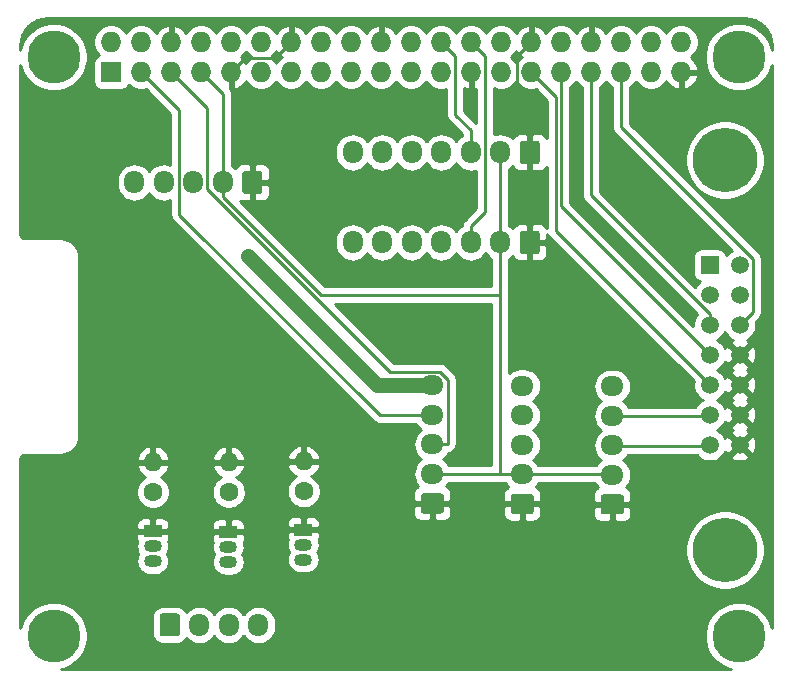
<source format=gtl>
G04 #@! TF.GenerationSoftware,KiCad,Pcbnew,(5.1.5)-3*
G04 #@! TF.CreationDate,2020-01-30T14:03:48-05:00*
G04 #@! TF.ProjectId,RPi_Hat,5250695f-4861-4742-9e6b-696361645f70,1.0*
G04 #@! TF.SameCoordinates,Original*
G04 #@! TF.FileFunction,Copper,L1,Top*
G04 #@! TF.FilePolarity,Positive*
%FSLAX46Y46*%
G04 Gerber Fmt 4.6, Leading zero omitted, Abs format (unit mm)*
G04 Created by KiCad (PCBNEW (5.1.5)-3) date 2020-01-30 14:03:48*
%MOMM*%
%LPD*%
G04 APERTURE LIST*
%ADD10C,4.500000*%
%ADD11O,1.600000X1.600000*%
%ADD12C,1.600000*%
%ADD13R,1.500000X1.050000*%
%ADD14O,1.500000X1.050000*%
%ADD15O,1.727200X1.727200*%
%ADD16R,1.727200X1.727200*%
%ADD17O,1.700000X1.950000*%
%ADD18C,0.100000*%
%ADD19C,1.520000*%
%ADD20R,1.520000X1.520000*%
%ADD21C,5.460000*%
%ADD22O,1.950000X1.700000*%
%ADD23C,0.600000*%
%ADD24C,1.270000*%
%ADD25C,0.250000*%
%ADD26C,0.254000*%
G04 APERTURE END LIST*
D10*
X156750000Y-121580000D03*
X98750000Y-121580000D03*
X98750000Y-72580000D03*
X156750000Y-72580000D03*
D11*
X119913400Y-106807000D03*
D12*
X119913400Y-109347000D03*
D11*
X113563400Y-106857800D03*
D12*
X113563400Y-109397800D03*
D11*
X107162600Y-106857800D03*
D12*
X107162600Y-109397800D03*
D13*
X119888000Y-112572800D03*
D14*
X119888000Y-115112800D03*
X119888000Y-113842800D03*
D13*
X113538000Y-112776000D03*
D14*
X113538000Y-115316000D03*
X113538000Y-114046000D03*
D13*
X107137200Y-112699800D03*
D14*
X107137200Y-115239800D03*
X107137200Y-113969800D03*
D15*
X151880000Y-71310000D03*
X151880000Y-73850000D03*
X149340000Y-71310000D03*
X149340000Y-73850000D03*
X146800000Y-71310000D03*
X146800000Y-73850000D03*
X144260000Y-71310000D03*
X144260000Y-73850000D03*
X141720000Y-71310000D03*
X141720000Y-73850000D03*
X139180000Y-71310000D03*
X139180000Y-73850000D03*
X136640000Y-71310000D03*
X136640000Y-73850000D03*
X134100000Y-71310000D03*
X134100000Y-73850000D03*
X131560000Y-71310000D03*
X131560000Y-73850000D03*
X129020000Y-71310000D03*
X129020000Y-73850000D03*
X126480000Y-71310000D03*
X126480000Y-73850000D03*
X123940000Y-71310000D03*
X123940000Y-73850000D03*
X121400000Y-71310000D03*
X121400000Y-73850000D03*
X118860000Y-71310000D03*
X118860000Y-73850000D03*
X116320000Y-71310000D03*
X116320000Y-73850000D03*
X113780000Y-71310000D03*
X113780000Y-73850000D03*
X111240000Y-71310000D03*
X111240000Y-73850000D03*
X108700000Y-71310000D03*
X108700000Y-73850000D03*
X106160000Y-71310000D03*
X106160000Y-73850000D03*
X103620000Y-71310000D03*
D16*
X103620000Y-73850000D03*
D17*
X116085000Y-120650000D03*
X113585000Y-120650000D03*
X111085000Y-120650000D03*
G04 #@! TA.AperFunction,ComponentPad*
D18*
G36*
X109209504Y-119676204D02*
G01*
X109233773Y-119679804D01*
X109257571Y-119685765D01*
X109280671Y-119694030D01*
X109302849Y-119704520D01*
X109323893Y-119717133D01*
X109343598Y-119731747D01*
X109361777Y-119748223D01*
X109378253Y-119766402D01*
X109392867Y-119786107D01*
X109405480Y-119807151D01*
X109415970Y-119829329D01*
X109424235Y-119852429D01*
X109430196Y-119876227D01*
X109433796Y-119900496D01*
X109435000Y-119925000D01*
X109435000Y-121375000D01*
X109433796Y-121399504D01*
X109430196Y-121423773D01*
X109424235Y-121447571D01*
X109415970Y-121470671D01*
X109405480Y-121492849D01*
X109392867Y-121513893D01*
X109378253Y-121533598D01*
X109361777Y-121551777D01*
X109343598Y-121568253D01*
X109323893Y-121582867D01*
X109302849Y-121595480D01*
X109280671Y-121605970D01*
X109257571Y-121614235D01*
X109233773Y-121620196D01*
X109209504Y-121623796D01*
X109185000Y-121625000D01*
X107985000Y-121625000D01*
X107960496Y-121623796D01*
X107936227Y-121620196D01*
X107912429Y-121614235D01*
X107889329Y-121605970D01*
X107867151Y-121595480D01*
X107846107Y-121582867D01*
X107826402Y-121568253D01*
X107808223Y-121551777D01*
X107791747Y-121533598D01*
X107777133Y-121513893D01*
X107764520Y-121492849D01*
X107754030Y-121470671D01*
X107745765Y-121447571D01*
X107739804Y-121423773D01*
X107736204Y-121399504D01*
X107735000Y-121375000D01*
X107735000Y-119925000D01*
X107736204Y-119900496D01*
X107739804Y-119876227D01*
X107745765Y-119852429D01*
X107754030Y-119829329D01*
X107764520Y-119807151D01*
X107777133Y-119786107D01*
X107791747Y-119766402D01*
X107808223Y-119748223D01*
X107826402Y-119731747D01*
X107846107Y-119717133D01*
X107867151Y-119704520D01*
X107889329Y-119694030D01*
X107912429Y-119685765D01*
X107936227Y-119679804D01*
X107960496Y-119676204D01*
X107985000Y-119675000D01*
X109185000Y-119675000D01*
X109209504Y-119676204D01*
G37*
G04 #@! TD.AperFunction*
D19*
X156845000Y-105410000D03*
X154305000Y-105410000D03*
X156845000Y-102870000D03*
X154305000Y-102870000D03*
X156845000Y-100330000D03*
X154305000Y-100330000D03*
X156845000Y-97790000D03*
X154305000Y-97790000D03*
X156845000Y-95250000D03*
X154305000Y-95250000D03*
X156845000Y-92710000D03*
X154305000Y-92710000D03*
X156845000Y-90170000D03*
D20*
X154305000Y-90170000D03*
D21*
X155575000Y-114300000D03*
X155575000Y-81280000D03*
D17*
X105570000Y-83185000D03*
X108070000Y-83185000D03*
X110570000Y-83185000D03*
X113070000Y-83185000D03*
G04 #@! TA.AperFunction,ComponentPad*
D18*
G36*
X116194504Y-82211204D02*
G01*
X116218773Y-82214804D01*
X116242571Y-82220765D01*
X116265671Y-82229030D01*
X116287849Y-82239520D01*
X116308893Y-82252133D01*
X116328598Y-82266747D01*
X116346777Y-82283223D01*
X116363253Y-82301402D01*
X116377867Y-82321107D01*
X116390480Y-82342151D01*
X116400970Y-82364329D01*
X116409235Y-82387429D01*
X116415196Y-82411227D01*
X116418796Y-82435496D01*
X116420000Y-82460000D01*
X116420000Y-83910000D01*
X116418796Y-83934504D01*
X116415196Y-83958773D01*
X116409235Y-83982571D01*
X116400970Y-84005671D01*
X116390480Y-84027849D01*
X116377867Y-84048893D01*
X116363253Y-84068598D01*
X116346777Y-84086777D01*
X116328598Y-84103253D01*
X116308893Y-84117867D01*
X116287849Y-84130480D01*
X116265671Y-84140970D01*
X116242571Y-84149235D01*
X116218773Y-84155196D01*
X116194504Y-84158796D01*
X116170000Y-84160000D01*
X114970000Y-84160000D01*
X114945496Y-84158796D01*
X114921227Y-84155196D01*
X114897429Y-84149235D01*
X114874329Y-84140970D01*
X114852151Y-84130480D01*
X114831107Y-84117867D01*
X114811402Y-84103253D01*
X114793223Y-84086777D01*
X114776747Y-84068598D01*
X114762133Y-84048893D01*
X114749520Y-84027849D01*
X114739030Y-84005671D01*
X114730765Y-83982571D01*
X114724804Y-83958773D01*
X114721204Y-83934504D01*
X114720000Y-83910000D01*
X114720000Y-82460000D01*
X114721204Y-82435496D01*
X114724804Y-82411227D01*
X114730765Y-82387429D01*
X114739030Y-82364329D01*
X114749520Y-82342151D01*
X114762133Y-82321107D01*
X114776747Y-82301402D01*
X114793223Y-82283223D01*
X114811402Y-82266747D01*
X114831107Y-82252133D01*
X114852151Y-82239520D01*
X114874329Y-82229030D01*
X114897429Y-82220765D01*
X114921227Y-82214804D01*
X114945496Y-82211204D01*
X114970000Y-82210000D01*
X116170000Y-82210000D01*
X116194504Y-82211204D01*
G37*
G04 #@! TD.AperFunction*
D17*
X124065000Y-88265000D03*
X126565000Y-88265000D03*
X129065000Y-88265000D03*
X131565000Y-88265000D03*
X134065000Y-88265000D03*
X136565000Y-88265000D03*
G04 #@! TA.AperFunction,ComponentPad*
D18*
G36*
X139689504Y-87291204D02*
G01*
X139713773Y-87294804D01*
X139737571Y-87300765D01*
X139760671Y-87309030D01*
X139782849Y-87319520D01*
X139803893Y-87332133D01*
X139823598Y-87346747D01*
X139841777Y-87363223D01*
X139858253Y-87381402D01*
X139872867Y-87401107D01*
X139885480Y-87422151D01*
X139895970Y-87444329D01*
X139904235Y-87467429D01*
X139910196Y-87491227D01*
X139913796Y-87515496D01*
X139915000Y-87540000D01*
X139915000Y-88990000D01*
X139913796Y-89014504D01*
X139910196Y-89038773D01*
X139904235Y-89062571D01*
X139895970Y-89085671D01*
X139885480Y-89107849D01*
X139872867Y-89128893D01*
X139858253Y-89148598D01*
X139841777Y-89166777D01*
X139823598Y-89183253D01*
X139803893Y-89197867D01*
X139782849Y-89210480D01*
X139760671Y-89220970D01*
X139737571Y-89229235D01*
X139713773Y-89235196D01*
X139689504Y-89238796D01*
X139665000Y-89240000D01*
X138465000Y-89240000D01*
X138440496Y-89238796D01*
X138416227Y-89235196D01*
X138392429Y-89229235D01*
X138369329Y-89220970D01*
X138347151Y-89210480D01*
X138326107Y-89197867D01*
X138306402Y-89183253D01*
X138288223Y-89166777D01*
X138271747Y-89148598D01*
X138257133Y-89128893D01*
X138244520Y-89107849D01*
X138234030Y-89085671D01*
X138225765Y-89062571D01*
X138219804Y-89038773D01*
X138216204Y-89014504D01*
X138215000Y-88990000D01*
X138215000Y-87540000D01*
X138216204Y-87515496D01*
X138219804Y-87491227D01*
X138225765Y-87467429D01*
X138234030Y-87444329D01*
X138244520Y-87422151D01*
X138257133Y-87401107D01*
X138271747Y-87381402D01*
X138288223Y-87363223D01*
X138306402Y-87346747D01*
X138326107Y-87332133D01*
X138347151Y-87319520D01*
X138369329Y-87309030D01*
X138392429Y-87300765D01*
X138416227Y-87294804D01*
X138440496Y-87291204D01*
X138465000Y-87290000D01*
X139665000Y-87290000D01*
X139689504Y-87291204D01*
G37*
G04 #@! TD.AperFunction*
D17*
X124065000Y-80645000D03*
X126565000Y-80645000D03*
X129065000Y-80645000D03*
X131565000Y-80645000D03*
X134065000Y-80645000D03*
X136565000Y-80645000D03*
G04 #@! TA.AperFunction,ComponentPad*
D18*
G36*
X139689504Y-79671204D02*
G01*
X139713773Y-79674804D01*
X139737571Y-79680765D01*
X139760671Y-79689030D01*
X139782849Y-79699520D01*
X139803893Y-79712133D01*
X139823598Y-79726747D01*
X139841777Y-79743223D01*
X139858253Y-79761402D01*
X139872867Y-79781107D01*
X139885480Y-79802151D01*
X139895970Y-79824329D01*
X139904235Y-79847429D01*
X139910196Y-79871227D01*
X139913796Y-79895496D01*
X139915000Y-79920000D01*
X139915000Y-81370000D01*
X139913796Y-81394504D01*
X139910196Y-81418773D01*
X139904235Y-81442571D01*
X139895970Y-81465671D01*
X139885480Y-81487849D01*
X139872867Y-81508893D01*
X139858253Y-81528598D01*
X139841777Y-81546777D01*
X139823598Y-81563253D01*
X139803893Y-81577867D01*
X139782849Y-81590480D01*
X139760671Y-81600970D01*
X139737571Y-81609235D01*
X139713773Y-81615196D01*
X139689504Y-81618796D01*
X139665000Y-81620000D01*
X138465000Y-81620000D01*
X138440496Y-81618796D01*
X138416227Y-81615196D01*
X138392429Y-81609235D01*
X138369329Y-81600970D01*
X138347151Y-81590480D01*
X138326107Y-81577867D01*
X138306402Y-81563253D01*
X138288223Y-81546777D01*
X138271747Y-81528598D01*
X138257133Y-81508893D01*
X138244520Y-81487849D01*
X138234030Y-81465671D01*
X138225765Y-81442571D01*
X138219804Y-81418773D01*
X138216204Y-81394504D01*
X138215000Y-81370000D01*
X138215000Y-79920000D01*
X138216204Y-79895496D01*
X138219804Y-79871227D01*
X138225765Y-79847429D01*
X138234030Y-79824329D01*
X138244520Y-79802151D01*
X138257133Y-79781107D01*
X138271747Y-79761402D01*
X138288223Y-79743223D01*
X138306402Y-79726747D01*
X138326107Y-79712133D01*
X138347151Y-79699520D01*
X138369329Y-79689030D01*
X138392429Y-79680765D01*
X138416227Y-79674804D01*
X138440496Y-79671204D01*
X138465000Y-79670000D01*
X139665000Y-79670000D01*
X139689504Y-79671204D01*
G37*
G04 #@! TD.AperFunction*
D22*
X146050000Y-100450000D03*
X146050000Y-102950000D03*
X146050000Y-105450000D03*
X146050000Y-107950000D03*
G04 #@! TA.AperFunction,ComponentPad*
D18*
G36*
X146799504Y-109601204D02*
G01*
X146823773Y-109604804D01*
X146847571Y-109610765D01*
X146870671Y-109619030D01*
X146892849Y-109629520D01*
X146913893Y-109642133D01*
X146933598Y-109656747D01*
X146951777Y-109673223D01*
X146968253Y-109691402D01*
X146982867Y-109711107D01*
X146995480Y-109732151D01*
X147005970Y-109754329D01*
X147014235Y-109777429D01*
X147020196Y-109801227D01*
X147023796Y-109825496D01*
X147025000Y-109850000D01*
X147025000Y-111050000D01*
X147023796Y-111074504D01*
X147020196Y-111098773D01*
X147014235Y-111122571D01*
X147005970Y-111145671D01*
X146995480Y-111167849D01*
X146982867Y-111188893D01*
X146968253Y-111208598D01*
X146951777Y-111226777D01*
X146933598Y-111243253D01*
X146913893Y-111257867D01*
X146892849Y-111270480D01*
X146870671Y-111280970D01*
X146847571Y-111289235D01*
X146823773Y-111295196D01*
X146799504Y-111298796D01*
X146775000Y-111300000D01*
X145325000Y-111300000D01*
X145300496Y-111298796D01*
X145276227Y-111295196D01*
X145252429Y-111289235D01*
X145229329Y-111280970D01*
X145207151Y-111270480D01*
X145186107Y-111257867D01*
X145166402Y-111243253D01*
X145148223Y-111226777D01*
X145131747Y-111208598D01*
X145117133Y-111188893D01*
X145104520Y-111167849D01*
X145094030Y-111145671D01*
X145085765Y-111122571D01*
X145079804Y-111098773D01*
X145076204Y-111074504D01*
X145075000Y-111050000D01*
X145075000Y-109850000D01*
X145076204Y-109825496D01*
X145079804Y-109801227D01*
X145085765Y-109777429D01*
X145094030Y-109754329D01*
X145104520Y-109732151D01*
X145117133Y-109711107D01*
X145131747Y-109691402D01*
X145148223Y-109673223D01*
X145166402Y-109656747D01*
X145186107Y-109642133D01*
X145207151Y-109629520D01*
X145229329Y-109619030D01*
X145252429Y-109610765D01*
X145276227Y-109604804D01*
X145300496Y-109601204D01*
X145325000Y-109600000D01*
X146775000Y-109600000D01*
X146799504Y-109601204D01*
G37*
G04 #@! TD.AperFunction*
D22*
X138430000Y-100410000D03*
X138430000Y-102910000D03*
X138430000Y-105410000D03*
X138430000Y-107910000D03*
G04 #@! TA.AperFunction,ComponentPad*
D18*
G36*
X139179504Y-109561204D02*
G01*
X139203773Y-109564804D01*
X139227571Y-109570765D01*
X139250671Y-109579030D01*
X139272849Y-109589520D01*
X139293893Y-109602133D01*
X139313598Y-109616747D01*
X139331777Y-109633223D01*
X139348253Y-109651402D01*
X139362867Y-109671107D01*
X139375480Y-109692151D01*
X139385970Y-109714329D01*
X139394235Y-109737429D01*
X139400196Y-109761227D01*
X139403796Y-109785496D01*
X139405000Y-109810000D01*
X139405000Y-111010000D01*
X139403796Y-111034504D01*
X139400196Y-111058773D01*
X139394235Y-111082571D01*
X139385970Y-111105671D01*
X139375480Y-111127849D01*
X139362867Y-111148893D01*
X139348253Y-111168598D01*
X139331777Y-111186777D01*
X139313598Y-111203253D01*
X139293893Y-111217867D01*
X139272849Y-111230480D01*
X139250671Y-111240970D01*
X139227571Y-111249235D01*
X139203773Y-111255196D01*
X139179504Y-111258796D01*
X139155000Y-111260000D01*
X137705000Y-111260000D01*
X137680496Y-111258796D01*
X137656227Y-111255196D01*
X137632429Y-111249235D01*
X137609329Y-111240970D01*
X137587151Y-111230480D01*
X137566107Y-111217867D01*
X137546402Y-111203253D01*
X137528223Y-111186777D01*
X137511747Y-111168598D01*
X137497133Y-111148893D01*
X137484520Y-111127849D01*
X137474030Y-111105671D01*
X137465765Y-111082571D01*
X137459804Y-111058773D01*
X137456204Y-111034504D01*
X137455000Y-111010000D01*
X137455000Y-109810000D01*
X137456204Y-109785496D01*
X137459804Y-109761227D01*
X137465765Y-109737429D01*
X137474030Y-109714329D01*
X137484520Y-109692151D01*
X137497133Y-109671107D01*
X137511747Y-109651402D01*
X137528223Y-109633223D01*
X137546402Y-109616747D01*
X137566107Y-109602133D01*
X137587151Y-109589520D01*
X137609329Y-109579030D01*
X137632429Y-109570765D01*
X137656227Y-109564804D01*
X137680496Y-109561204D01*
X137705000Y-109560000D01*
X139155000Y-109560000D01*
X139179504Y-109561204D01*
G37*
G04 #@! TD.AperFunction*
D22*
X130810000Y-100370000D03*
X130810000Y-102870000D03*
X130810000Y-105370000D03*
X130810000Y-107870000D03*
G04 #@! TA.AperFunction,ComponentPad*
D18*
G36*
X131559504Y-109521204D02*
G01*
X131583773Y-109524804D01*
X131607571Y-109530765D01*
X131630671Y-109539030D01*
X131652849Y-109549520D01*
X131673893Y-109562133D01*
X131693598Y-109576747D01*
X131711777Y-109593223D01*
X131728253Y-109611402D01*
X131742867Y-109631107D01*
X131755480Y-109652151D01*
X131765970Y-109674329D01*
X131774235Y-109697429D01*
X131780196Y-109721227D01*
X131783796Y-109745496D01*
X131785000Y-109770000D01*
X131785000Y-110970000D01*
X131783796Y-110994504D01*
X131780196Y-111018773D01*
X131774235Y-111042571D01*
X131765970Y-111065671D01*
X131755480Y-111087849D01*
X131742867Y-111108893D01*
X131728253Y-111128598D01*
X131711777Y-111146777D01*
X131693598Y-111163253D01*
X131673893Y-111177867D01*
X131652849Y-111190480D01*
X131630671Y-111200970D01*
X131607571Y-111209235D01*
X131583773Y-111215196D01*
X131559504Y-111218796D01*
X131535000Y-111220000D01*
X130085000Y-111220000D01*
X130060496Y-111218796D01*
X130036227Y-111215196D01*
X130012429Y-111209235D01*
X129989329Y-111200970D01*
X129967151Y-111190480D01*
X129946107Y-111177867D01*
X129926402Y-111163253D01*
X129908223Y-111146777D01*
X129891747Y-111128598D01*
X129877133Y-111108893D01*
X129864520Y-111087849D01*
X129854030Y-111065671D01*
X129845765Y-111042571D01*
X129839804Y-111018773D01*
X129836204Y-110994504D01*
X129835000Y-110970000D01*
X129835000Y-109770000D01*
X129836204Y-109745496D01*
X129839804Y-109721227D01*
X129845765Y-109697429D01*
X129854030Y-109674329D01*
X129864520Y-109652151D01*
X129877133Y-109631107D01*
X129891747Y-109611402D01*
X129908223Y-109593223D01*
X129926402Y-109576747D01*
X129946107Y-109562133D01*
X129967151Y-109549520D01*
X129989329Y-109539030D01*
X130012429Y-109530765D01*
X130036227Y-109524804D01*
X130060496Y-109521204D01*
X130085000Y-109520000D01*
X131535000Y-109520000D01*
X131559504Y-109521204D01*
G37*
G04 #@! TD.AperFunction*
D23*
X115239800Y-89433400D03*
X130810000Y-100370000D03*
X133350000Y-91186000D03*
X133350000Y-94615000D03*
X149860000Y-77470000D03*
X145542000Y-77470000D03*
X142748000Y-77470000D03*
D24*
X115539799Y-89733399D02*
X115539799Y-89758799D01*
X115239800Y-89433400D02*
X115539799Y-89733399D01*
X115539799Y-89758799D02*
X126151000Y-100370000D01*
X126151000Y-100370000D02*
X130810000Y-100370000D01*
D25*
X154185000Y-102990000D02*
X154305000Y-102870000D01*
X146050000Y-102990000D02*
X154185000Y-102990000D01*
X129585000Y-102870000D02*
X130810000Y-102870000D01*
X126350998Y-102870000D02*
X129585000Y-102870000D01*
X109394990Y-85913992D02*
X126350998Y-102870000D01*
X109394990Y-77084990D02*
X109394990Y-85913992D01*
X106160000Y-73850000D02*
X109394990Y-77084990D01*
X154225000Y-105490000D02*
X154305000Y-105410000D01*
X146050000Y-105490000D02*
X154225000Y-105490000D01*
X132035000Y-105370000D02*
X130810000Y-105370000D01*
X132110010Y-105294990D02*
X132035000Y-105370000D01*
X132110010Y-99883295D02*
X132110010Y-105294990D01*
X131421705Y-99194990D02*
X132110010Y-99883295D01*
X127218580Y-99194990D02*
X131421705Y-99194990D01*
X111745010Y-76895010D02*
X111745010Y-83721420D01*
X111745010Y-83721420D02*
X127218580Y-99194990D01*
X108700000Y-73850000D02*
X111745010Y-76895010D01*
X117996401Y-72173599D02*
X118860000Y-71310000D01*
X117508601Y-72661399D02*
X117996401Y-72173599D01*
X114968601Y-72661399D02*
X117508601Y-72661399D01*
X113780000Y-73850000D02*
X114968601Y-72661399D01*
X137991399Y-72498601D02*
X137991399Y-75761399D01*
X139180000Y-71310000D02*
X137991399Y-72498601D01*
X139065000Y-76835000D02*
X139065000Y-80645000D01*
X137991399Y-75761399D02*
X139065000Y-76835000D01*
X138390000Y-107870000D02*
X138430000Y-107910000D01*
X130810000Y-107870000D02*
X138390000Y-107870000D01*
X146010000Y-107910000D02*
X146050000Y-107950000D01*
X138430000Y-107910000D02*
X146010000Y-107910000D01*
X136565000Y-80645000D02*
X136565000Y-88265000D01*
X136565000Y-88265000D02*
X136525000Y-92710000D01*
X136525000Y-92710000D02*
X136565000Y-107910000D01*
X113070000Y-75680000D02*
X111240000Y-73850000D01*
X113070000Y-83185000D02*
X113070000Y-75680000D01*
X121370000Y-92710000D02*
X136525000Y-92710000D01*
X113070000Y-84410000D02*
X121370000Y-92710000D01*
X113070000Y-83185000D02*
X113070000Y-84410000D01*
X132748601Y-72498601D02*
X132748601Y-77436399D01*
X131560000Y-71310000D02*
X132748601Y-72498601D01*
X134065000Y-78752798D02*
X134065000Y-80645000D01*
X132748601Y-77436399D02*
X134065000Y-78752798D01*
X135288601Y-72498601D02*
X135288601Y-85691399D01*
X134100000Y-71310000D02*
X135288601Y-72498601D01*
X134065000Y-86915000D02*
X134065000Y-88265000D01*
X135288601Y-85691399D02*
X134065000Y-86915000D01*
X157604999Y-94490001D02*
X156845000Y-95250000D01*
X157930001Y-94164999D02*
X157604999Y-94490001D01*
X157930001Y-89649199D02*
X157930001Y-94164999D01*
X146800000Y-78519198D02*
X157930001Y-89649199D01*
X146800000Y-73850000D02*
X146800000Y-78519198D01*
X144260000Y-75071314D02*
X144260000Y-73850000D01*
X154305000Y-94315802D02*
X144260000Y-84270802D01*
X144260000Y-84270802D02*
X144260000Y-75071314D01*
X154305000Y-95250000D02*
X154305000Y-94315802D01*
X141720000Y-85205000D02*
X154305000Y-97790000D01*
X141720000Y-73850000D02*
X141720000Y-85205000D01*
X153545001Y-99570001D02*
X154305000Y-100330000D01*
X141269990Y-75939990D02*
X141269990Y-87294990D01*
X141269990Y-87294990D02*
X153545001Y-99570001D01*
X139180000Y-73850000D02*
X141269990Y-75939990D01*
D26*
G36*
X157699016Y-69312312D02*
G01*
X158130930Y-69442714D01*
X158529285Y-69654524D01*
X158878914Y-69939675D01*
X159166497Y-70287303D01*
X159381086Y-70684177D01*
X159514498Y-71115161D01*
X159565000Y-71595654D01*
X159565000Y-71943939D01*
X159524131Y-71738477D01*
X159306654Y-71213440D01*
X158990926Y-70740920D01*
X158589080Y-70339074D01*
X158116560Y-70023346D01*
X157591523Y-69805869D01*
X157034148Y-69695000D01*
X156465852Y-69695000D01*
X155908477Y-69805869D01*
X155383440Y-70023346D01*
X154910920Y-70339074D01*
X154509074Y-70740920D01*
X154193346Y-71213440D01*
X153975869Y-71738477D01*
X153865000Y-72295852D01*
X153865000Y-72864148D01*
X153975869Y-73421523D01*
X154193346Y-73946560D01*
X154509074Y-74419080D01*
X154910920Y-74820926D01*
X155383440Y-75136654D01*
X155908477Y-75354131D01*
X156465852Y-75465000D01*
X157034148Y-75465000D01*
X157591523Y-75354131D01*
X158116560Y-75136654D01*
X158589080Y-74820926D01*
X158990926Y-74419080D01*
X159306654Y-73946560D01*
X159524131Y-73421523D01*
X159565000Y-73216061D01*
X159565001Y-120943944D01*
X159524131Y-120738477D01*
X159306654Y-120213440D01*
X158990926Y-119740920D01*
X158589080Y-119339074D01*
X158116560Y-119023346D01*
X157591523Y-118805869D01*
X157034148Y-118695000D01*
X156465852Y-118695000D01*
X155908477Y-118805869D01*
X155383440Y-119023346D01*
X154910920Y-119339074D01*
X154509074Y-119740920D01*
X154193346Y-120213440D01*
X153975869Y-120738477D01*
X153865000Y-121295852D01*
X153865000Y-121864148D01*
X153975869Y-122421523D01*
X154193346Y-122946560D01*
X154509074Y-123419080D01*
X154910920Y-123820926D01*
X155383440Y-124136654D01*
X155908477Y-124354131D01*
X156113939Y-124395000D01*
X99386061Y-124395000D01*
X99591523Y-124354131D01*
X100116560Y-124136654D01*
X100589080Y-123820926D01*
X100990926Y-123419080D01*
X101306654Y-122946560D01*
X101524131Y-122421523D01*
X101635000Y-121864148D01*
X101635000Y-121295852D01*
X101524131Y-120738477D01*
X101306654Y-120213440D01*
X101113925Y-119925000D01*
X107096928Y-119925000D01*
X107096928Y-121375000D01*
X107113992Y-121548254D01*
X107164528Y-121714850D01*
X107246595Y-121868386D01*
X107357038Y-122002962D01*
X107491614Y-122113405D01*
X107645150Y-122195472D01*
X107811746Y-122246008D01*
X107985000Y-122263072D01*
X109185000Y-122263072D01*
X109358254Y-122246008D01*
X109524850Y-122195472D01*
X109678386Y-122113405D01*
X109812962Y-122002962D01*
X109923405Y-121868386D01*
X109977777Y-121766663D01*
X110029866Y-121830134D01*
X110255987Y-122015706D01*
X110513967Y-122153599D01*
X110793890Y-122238513D01*
X111085000Y-122267185D01*
X111376111Y-122238513D01*
X111656034Y-122153599D01*
X111914014Y-122015706D01*
X112140134Y-121830134D01*
X112325706Y-121604014D01*
X112335000Y-121586626D01*
X112344294Y-121604014D01*
X112529866Y-121830134D01*
X112755987Y-122015706D01*
X113013967Y-122153599D01*
X113293890Y-122238513D01*
X113585000Y-122267185D01*
X113876111Y-122238513D01*
X114156034Y-122153599D01*
X114414014Y-122015706D01*
X114640134Y-121830134D01*
X114825706Y-121604014D01*
X114835000Y-121586626D01*
X114844294Y-121604014D01*
X115029866Y-121830134D01*
X115255987Y-122015706D01*
X115513967Y-122153599D01*
X115793890Y-122238513D01*
X116085000Y-122267185D01*
X116376111Y-122238513D01*
X116656034Y-122153599D01*
X116914014Y-122015706D01*
X117140134Y-121830134D01*
X117325706Y-121604014D01*
X117463599Y-121346033D01*
X117548513Y-121066110D01*
X117570000Y-120847949D01*
X117570000Y-120452050D01*
X117548513Y-120233889D01*
X117463599Y-119953966D01*
X117325706Y-119695986D01*
X117140134Y-119469866D01*
X116914013Y-119284294D01*
X116656033Y-119146401D01*
X116376110Y-119061487D01*
X116085000Y-119032815D01*
X115793889Y-119061487D01*
X115513966Y-119146401D01*
X115255986Y-119284294D01*
X115029866Y-119469866D01*
X114844294Y-119695987D01*
X114835000Y-119713374D01*
X114825706Y-119695986D01*
X114640134Y-119469866D01*
X114414013Y-119284294D01*
X114156033Y-119146401D01*
X113876110Y-119061487D01*
X113585000Y-119032815D01*
X113293889Y-119061487D01*
X113013966Y-119146401D01*
X112755986Y-119284294D01*
X112529866Y-119469866D01*
X112344294Y-119695987D01*
X112335000Y-119713374D01*
X112325706Y-119695986D01*
X112140134Y-119469866D01*
X111914013Y-119284294D01*
X111656033Y-119146401D01*
X111376110Y-119061487D01*
X111085000Y-119032815D01*
X110793889Y-119061487D01*
X110513966Y-119146401D01*
X110255986Y-119284294D01*
X110029866Y-119469866D01*
X109977777Y-119533337D01*
X109923405Y-119431614D01*
X109812962Y-119297038D01*
X109678386Y-119186595D01*
X109524850Y-119104528D01*
X109358254Y-119053992D01*
X109185000Y-119036928D01*
X107985000Y-119036928D01*
X107811746Y-119053992D01*
X107645150Y-119104528D01*
X107491614Y-119186595D01*
X107357038Y-119297038D01*
X107246595Y-119431614D01*
X107164528Y-119585150D01*
X107113992Y-119751746D01*
X107096928Y-119925000D01*
X101113925Y-119925000D01*
X100990926Y-119740920D01*
X100589080Y-119339074D01*
X100116560Y-119023346D01*
X99591523Y-118805869D01*
X99034148Y-118695000D01*
X98465852Y-118695000D01*
X97908477Y-118805869D01*
X97383440Y-119023346D01*
X96910920Y-119339074D01*
X96509074Y-119740920D01*
X96193346Y-120213440D01*
X95975869Y-120738477D01*
X95935000Y-120943939D01*
X95935000Y-113969800D01*
X105746588Y-113969800D01*
X105768985Y-114197200D01*
X105835315Y-114415860D01*
X105936305Y-114604800D01*
X105835315Y-114793740D01*
X105768985Y-115012400D01*
X105746588Y-115239800D01*
X105768985Y-115467200D01*
X105835315Y-115685860D01*
X105943029Y-115887379D01*
X106087988Y-116064012D01*
X106264621Y-116208971D01*
X106466140Y-116316685D01*
X106684800Y-116383015D01*
X106855221Y-116399800D01*
X107419179Y-116399800D01*
X107589600Y-116383015D01*
X107808260Y-116316685D01*
X108009779Y-116208971D01*
X108186412Y-116064012D01*
X108331371Y-115887379D01*
X108439085Y-115685860D01*
X108505415Y-115467200D01*
X108527812Y-115239800D01*
X108505415Y-115012400D01*
X108439085Y-114793740D01*
X108338095Y-114604800D01*
X108439085Y-114415860D01*
X108505415Y-114197200D01*
X108520306Y-114046000D01*
X112147388Y-114046000D01*
X112169785Y-114273400D01*
X112236115Y-114492060D01*
X112337105Y-114681000D01*
X112236115Y-114869940D01*
X112169785Y-115088600D01*
X112147388Y-115316000D01*
X112169785Y-115543400D01*
X112236115Y-115762060D01*
X112343829Y-115963579D01*
X112488788Y-116140212D01*
X112665421Y-116285171D01*
X112866940Y-116392885D01*
X113085600Y-116459215D01*
X113256021Y-116476000D01*
X113819979Y-116476000D01*
X113990400Y-116459215D01*
X114209060Y-116392885D01*
X114410579Y-116285171D01*
X114587212Y-116140212D01*
X114732171Y-115963579D01*
X114839885Y-115762060D01*
X114906215Y-115543400D01*
X114928612Y-115316000D01*
X114906215Y-115088600D01*
X114839885Y-114869940D01*
X114738895Y-114681000D01*
X114839885Y-114492060D01*
X114906215Y-114273400D01*
X114928612Y-114046000D01*
X114908599Y-113842800D01*
X118497388Y-113842800D01*
X118519785Y-114070200D01*
X118586115Y-114288860D01*
X118687105Y-114477800D01*
X118586115Y-114666740D01*
X118519785Y-114885400D01*
X118497388Y-115112800D01*
X118519785Y-115340200D01*
X118586115Y-115558860D01*
X118693829Y-115760379D01*
X118838788Y-115937012D01*
X119015421Y-116081971D01*
X119216940Y-116189685D01*
X119435600Y-116256015D01*
X119606021Y-116272800D01*
X120169979Y-116272800D01*
X120340400Y-116256015D01*
X120559060Y-116189685D01*
X120760579Y-116081971D01*
X120937212Y-115937012D01*
X121082171Y-115760379D01*
X121189885Y-115558860D01*
X121256215Y-115340200D01*
X121278612Y-115112800D01*
X121256215Y-114885400D01*
X121189885Y-114666740D01*
X121088895Y-114477800D01*
X121189885Y-114288860D01*
X121256215Y-114070200D01*
X121266224Y-113968576D01*
X152210000Y-113968576D01*
X152210000Y-114631424D01*
X152339315Y-115281534D01*
X152592976Y-115893925D01*
X152961234Y-116445063D01*
X153429937Y-116913766D01*
X153981075Y-117282024D01*
X154593466Y-117535685D01*
X155243576Y-117665000D01*
X155906424Y-117665000D01*
X156556534Y-117535685D01*
X157168925Y-117282024D01*
X157720063Y-116913766D01*
X158188766Y-116445063D01*
X158557024Y-115893925D01*
X158810685Y-115281534D01*
X158940000Y-114631424D01*
X158940000Y-113968576D01*
X158810685Y-113318466D01*
X158557024Y-112706075D01*
X158188766Y-112154937D01*
X157720063Y-111686234D01*
X157168925Y-111317976D01*
X156556534Y-111064315D01*
X155906424Y-110935000D01*
X155243576Y-110935000D01*
X154593466Y-111064315D01*
X153981075Y-111317976D01*
X153429937Y-111686234D01*
X152961234Y-112154937D01*
X152592976Y-112706075D01*
X152339315Y-113318466D01*
X152210000Y-113968576D01*
X121266224Y-113968576D01*
X121278612Y-113842800D01*
X121256215Y-113615400D01*
X121192907Y-113406702D01*
X121227502Y-113341980D01*
X121263812Y-113222282D01*
X121276072Y-113097800D01*
X121273000Y-112858550D01*
X121114250Y-112699800D01*
X120341109Y-112699800D01*
X120340400Y-112699585D01*
X120169979Y-112682800D01*
X119606021Y-112682800D01*
X119435600Y-112699585D01*
X119434891Y-112699800D01*
X118661750Y-112699800D01*
X118503000Y-112858550D01*
X118499928Y-113097800D01*
X118512188Y-113222282D01*
X118548498Y-113341980D01*
X118583093Y-113406702D01*
X118519785Y-113615400D01*
X118497388Y-113842800D01*
X114908599Y-113842800D01*
X114906215Y-113818600D01*
X114842907Y-113609902D01*
X114877502Y-113545180D01*
X114913812Y-113425482D01*
X114926072Y-113301000D01*
X114923000Y-113061750D01*
X114764250Y-112903000D01*
X113991109Y-112903000D01*
X113990400Y-112902785D01*
X113819979Y-112886000D01*
X113256021Y-112886000D01*
X113085600Y-112902785D01*
X113084891Y-112903000D01*
X112311750Y-112903000D01*
X112153000Y-113061750D01*
X112149928Y-113301000D01*
X112162188Y-113425482D01*
X112198498Y-113545180D01*
X112233093Y-113609902D01*
X112169785Y-113818600D01*
X112147388Y-114046000D01*
X108520306Y-114046000D01*
X108527812Y-113969800D01*
X108505415Y-113742400D01*
X108442107Y-113533702D01*
X108476702Y-113468980D01*
X108513012Y-113349282D01*
X108525272Y-113224800D01*
X108522200Y-112985550D01*
X108363450Y-112826800D01*
X107590309Y-112826800D01*
X107589600Y-112826585D01*
X107419179Y-112809800D01*
X106855221Y-112809800D01*
X106684800Y-112826585D01*
X106684091Y-112826800D01*
X105910950Y-112826800D01*
X105752200Y-112985550D01*
X105749128Y-113224800D01*
X105761388Y-113349282D01*
X105797698Y-113468980D01*
X105832293Y-113533702D01*
X105768985Y-113742400D01*
X105746588Y-113969800D01*
X95935000Y-113969800D01*
X95935000Y-112174800D01*
X105749128Y-112174800D01*
X105752200Y-112414050D01*
X105910950Y-112572800D01*
X107010200Y-112572800D01*
X107010200Y-111698550D01*
X107264200Y-111698550D01*
X107264200Y-112572800D01*
X108363450Y-112572800D01*
X108522200Y-112414050D01*
X108524293Y-112251000D01*
X112149928Y-112251000D01*
X112153000Y-112490250D01*
X112311750Y-112649000D01*
X113411000Y-112649000D01*
X113411000Y-111774750D01*
X113665000Y-111774750D01*
X113665000Y-112649000D01*
X114764250Y-112649000D01*
X114923000Y-112490250D01*
X114926072Y-112251000D01*
X114913812Y-112126518D01*
X114889934Y-112047800D01*
X118499928Y-112047800D01*
X118503000Y-112287050D01*
X118661750Y-112445800D01*
X119761000Y-112445800D01*
X119761000Y-111571550D01*
X120015000Y-111571550D01*
X120015000Y-112445800D01*
X121114250Y-112445800D01*
X121273000Y-112287050D01*
X121276072Y-112047800D01*
X121263812Y-111923318D01*
X121227502Y-111803620D01*
X121168537Y-111693306D01*
X121089185Y-111596615D01*
X120992494Y-111517263D01*
X120882180Y-111458298D01*
X120762482Y-111421988D01*
X120638000Y-111409728D01*
X120173750Y-111412800D01*
X120015000Y-111571550D01*
X119761000Y-111571550D01*
X119602250Y-111412800D01*
X119138000Y-111409728D01*
X119013518Y-111421988D01*
X118893820Y-111458298D01*
X118783506Y-111517263D01*
X118686815Y-111596615D01*
X118607463Y-111693306D01*
X118548498Y-111803620D01*
X118512188Y-111923318D01*
X118499928Y-112047800D01*
X114889934Y-112047800D01*
X114877502Y-112006820D01*
X114818537Y-111896506D01*
X114739185Y-111799815D01*
X114642494Y-111720463D01*
X114532180Y-111661498D01*
X114412482Y-111625188D01*
X114288000Y-111612928D01*
X113823750Y-111616000D01*
X113665000Y-111774750D01*
X113411000Y-111774750D01*
X113252250Y-111616000D01*
X112788000Y-111612928D01*
X112663518Y-111625188D01*
X112543820Y-111661498D01*
X112433506Y-111720463D01*
X112336815Y-111799815D01*
X112257463Y-111896506D01*
X112198498Y-112006820D01*
X112162188Y-112126518D01*
X112149928Y-112251000D01*
X108524293Y-112251000D01*
X108525272Y-112174800D01*
X108513012Y-112050318D01*
X108476702Y-111930620D01*
X108417737Y-111820306D01*
X108338385Y-111723615D01*
X108241694Y-111644263D01*
X108131380Y-111585298D01*
X108011682Y-111548988D01*
X107887200Y-111536728D01*
X107422950Y-111539800D01*
X107264200Y-111698550D01*
X107010200Y-111698550D01*
X106851450Y-111539800D01*
X106387200Y-111536728D01*
X106262718Y-111548988D01*
X106143020Y-111585298D01*
X106032706Y-111644263D01*
X105936015Y-111723615D01*
X105856663Y-111820306D01*
X105797698Y-111930620D01*
X105761388Y-112050318D01*
X105749128Y-112174800D01*
X95935000Y-112174800D01*
X95935000Y-111220000D01*
X129196928Y-111220000D01*
X129209188Y-111344482D01*
X129245498Y-111464180D01*
X129304463Y-111574494D01*
X129383815Y-111671185D01*
X129480506Y-111750537D01*
X129590820Y-111809502D01*
X129710518Y-111845812D01*
X129835000Y-111858072D01*
X130524250Y-111855000D01*
X130683000Y-111696250D01*
X130683000Y-110497000D01*
X130937000Y-110497000D01*
X130937000Y-111696250D01*
X131095750Y-111855000D01*
X131785000Y-111858072D01*
X131909482Y-111845812D01*
X132029180Y-111809502D01*
X132139494Y-111750537D01*
X132236185Y-111671185D01*
X132315537Y-111574494D01*
X132374502Y-111464180D01*
X132410812Y-111344482D01*
X132419132Y-111260000D01*
X136816928Y-111260000D01*
X136829188Y-111384482D01*
X136865498Y-111504180D01*
X136924463Y-111614494D01*
X137003815Y-111711185D01*
X137100506Y-111790537D01*
X137210820Y-111849502D01*
X137330518Y-111885812D01*
X137455000Y-111898072D01*
X138144250Y-111895000D01*
X138303000Y-111736250D01*
X138303000Y-110537000D01*
X138557000Y-110537000D01*
X138557000Y-111736250D01*
X138715750Y-111895000D01*
X139405000Y-111898072D01*
X139529482Y-111885812D01*
X139649180Y-111849502D01*
X139759494Y-111790537D01*
X139856185Y-111711185D01*
X139935537Y-111614494D01*
X139994502Y-111504180D01*
X140030812Y-111384482D01*
X140039132Y-111300000D01*
X144436928Y-111300000D01*
X144449188Y-111424482D01*
X144485498Y-111544180D01*
X144544463Y-111654494D01*
X144623815Y-111751185D01*
X144720506Y-111830537D01*
X144830820Y-111889502D01*
X144950518Y-111925812D01*
X145075000Y-111938072D01*
X145764250Y-111935000D01*
X145923000Y-111776250D01*
X145923000Y-110577000D01*
X146177000Y-110577000D01*
X146177000Y-111776250D01*
X146335750Y-111935000D01*
X147025000Y-111938072D01*
X147149482Y-111925812D01*
X147269180Y-111889502D01*
X147379494Y-111830537D01*
X147476185Y-111751185D01*
X147555537Y-111654494D01*
X147614502Y-111544180D01*
X147650812Y-111424482D01*
X147663072Y-111300000D01*
X147660000Y-110735750D01*
X147501250Y-110577000D01*
X146177000Y-110577000D01*
X145923000Y-110577000D01*
X144598750Y-110577000D01*
X144440000Y-110735750D01*
X144436928Y-111300000D01*
X140039132Y-111300000D01*
X140043072Y-111260000D01*
X140040000Y-110695750D01*
X139881250Y-110537000D01*
X138557000Y-110537000D01*
X138303000Y-110537000D01*
X136978750Y-110537000D01*
X136820000Y-110695750D01*
X136816928Y-111260000D01*
X132419132Y-111260000D01*
X132423072Y-111220000D01*
X132420000Y-110655750D01*
X132261250Y-110497000D01*
X130937000Y-110497000D01*
X130683000Y-110497000D01*
X129358750Y-110497000D01*
X129200000Y-110655750D01*
X129196928Y-111220000D01*
X95935000Y-111220000D01*
X95935000Y-109256465D01*
X105727600Y-109256465D01*
X105727600Y-109539135D01*
X105782747Y-109816374D01*
X105890920Y-110077527D01*
X106047963Y-110312559D01*
X106247841Y-110512437D01*
X106482873Y-110669480D01*
X106744026Y-110777653D01*
X107021265Y-110832800D01*
X107303935Y-110832800D01*
X107581174Y-110777653D01*
X107842327Y-110669480D01*
X108077359Y-110512437D01*
X108277237Y-110312559D01*
X108434280Y-110077527D01*
X108542453Y-109816374D01*
X108597600Y-109539135D01*
X108597600Y-109256465D01*
X112128400Y-109256465D01*
X112128400Y-109539135D01*
X112183547Y-109816374D01*
X112291720Y-110077527D01*
X112448763Y-110312559D01*
X112648641Y-110512437D01*
X112883673Y-110669480D01*
X113144826Y-110777653D01*
X113422065Y-110832800D01*
X113704735Y-110832800D01*
X113981974Y-110777653D01*
X114243127Y-110669480D01*
X114478159Y-110512437D01*
X114678037Y-110312559D01*
X114835080Y-110077527D01*
X114943253Y-109816374D01*
X114998400Y-109539135D01*
X114998400Y-109256465D01*
X114988296Y-109205665D01*
X118478400Y-109205665D01*
X118478400Y-109488335D01*
X118533547Y-109765574D01*
X118641720Y-110026727D01*
X118798763Y-110261759D01*
X118998641Y-110461637D01*
X119233673Y-110618680D01*
X119494826Y-110726853D01*
X119772065Y-110782000D01*
X120054735Y-110782000D01*
X120331974Y-110726853D01*
X120593127Y-110618680D01*
X120828159Y-110461637D01*
X121028037Y-110261759D01*
X121185080Y-110026727D01*
X121293253Y-109765574D01*
X121348400Y-109488335D01*
X121348400Y-109205665D01*
X121293253Y-108928426D01*
X121185080Y-108667273D01*
X121028037Y-108432241D01*
X120828159Y-108232363D01*
X120593127Y-108075320D01*
X120581835Y-108070643D01*
X120650820Y-108038037D01*
X120876814Y-107870519D01*
X121065785Y-107662131D01*
X121210470Y-107420881D01*
X121305309Y-107156040D01*
X121184024Y-106934000D01*
X120040400Y-106934000D01*
X120040400Y-106954000D01*
X119786400Y-106954000D01*
X119786400Y-106934000D01*
X118642776Y-106934000D01*
X118521491Y-107156040D01*
X118616330Y-107420881D01*
X118761015Y-107662131D01*
X118949986Y-107870519D01*
X119175980Y-108038037D01*
X119244965Y-108070643D01*
X119233673Y-108075320D01*
X118998641Y-108232363D01*
X118798763Y-108432241D01*
X118641720Y-108667273D01*
X118533547Y-108928426D01*
X118478400Y-109205665D01*
X114988296Y-109205665D01*
X114943253Y-108979226D01*
X114835080Y-108718073D01*
X114678037Y-108483041D01*
X114478159Y-108283163D01*
X114243127Y-108126120D01*
X114231835Y-108121443D01*
X114300820Y-108088837D01*
X114526814Y-107921319D01*
X114715785Y-107712931D01*
X114860470Y-107471681D01*
X114955309Y-107206840D01*
X114834024Y-106984800D01*
X113690400Y-106984800D01*
X113690400Y-107004800D01*
X113436400Y-107004800D01*
X113436400Y-106984800D01*
X112292776Y-106984800D01*
X112171491Y-107206840D01*
X112266330Y-107471681D01*
X112411015Y-107712931D01*
X112599986Y-107921319D01*
X112825980Y-108088837D01*
X112894965Y-108121443D01*
X112883673Y-108126120D01*
X112648641Y-108283163D01*
X112448763Y-108483041D01*
X112291720Y-108718073D01*
X112183547Y-108979226D01*
X112128400Y-109256465D01*
X108597600Y-109256465D01*
X108542453Y-108979226D01*
X108434280Y-108718073D01*
X108277237Y-108483041D01*
X108077359Y-108283163D01*
X107842327Y-108126120D01*
X107831035Y-108121443D01*
X107900020Y-108088837D01*
X108126014Y-107921319D01*
X108314985Y-107712931D01*
X108459670Y-107471681D01*
X108554509Y-107206840D01*
X108433224Y-106984800D01*
X107289600Y-106984800D01*
X107289600Y-107004800D01*
X107035600Y-107004800D01*
X107035600Y-106984800D01*
X105891976Y-106984800D01*
X105770691Y-107206840D01*
X105865530Y-107471681D01*
X106010215Y-107712931D01*
X106199186Y-107921319D01*
X106425180Y-108088837D01*
X106494165Y-108121443D01*
X106482873Y-108126120D01*
X106247841Y-108283163D01*
X106047963Y-108483041D01*
X105890920Y-108718073D01*
X105782747Y-108979226D01*
X105727600Y-109256465D01*
X95935000Y-109256465D01*
X95935000Y-106613505D01*
X95944222Y-106519453D01*
X95947450Y-106508760D01*
X105770691Y-106508760D01*
X105891976Y-106730800D01*
X107035600Y-106730800D01*
X107035600Y-105587885D01*
X107289600Y-105587885D01*
X107289600Y-106730800D01*
X108433224Y-106730800D01*
X108554509Y-106508760D01*
X112171491Y-106508760D01*
X112292776Y-106730800D01*
X113436400Y-106730800D01*
X113436400Y-105587885D01*
X113690400Y-105587885D01*
X113690400Y-106730800D01*
X114834024Y-106730800D01*
X114955309Y-106508760D01*
X114937118Y-106457960D01*
X118521491Y-106457960D01*
X118642776Y-106680000D01*
X119786400Y-106680000D01*
X119786400Y-105537085D01*
X120040400Y-105537085D01*
X120040400Y-106680000D01*
X121184024Y-106680000D01*
X121305309Y-106457960D01*
X121210470Y-106193119D01*
X121065785Y-105951869D01*
X120876814Y-105743481D01*
X120650820Y-105575963D01*
X120396487Y-105455754D01*
X120262439Y-105415096D01*
X120040400Y-105537085D01*
X119786400Y-105537085D01*
X119564361Y-105415096D01*
X119430313Y-105455754D01*
X119175980Y-105575963D01*
X118949986Y-105743481D01*
X118761015Y-105951869D01*
X118616330Y-106193119D01*
X118521491Y-106457960D01*
X114937118Y-106457960D01*
X114860470Y-106243919D01*
X114715785Y-106002669D01*
X114526814Y-105794281D01*
X114300820Y-105626763D01*
X114046487Y-105506554D01*
X113912439Y-105465896D01*
X113690400Y-105587885D01*
X113436400Y-105587885D01*
X113214361Y-105465896D01*
X113080313Y-105506554D01*
X112825980Y-105626763D01*
X112599986Y-105794281D01*
X112411015Y-106002669D01*
X112266330Y-106243919D01*
X112171491Y-106508760D01*
X108554509Y-106508760D01*
X108459670Y-106243919D01*
X108314985Y-106002669D01*
X108126014Y-105794281D01*
X107900020Y-105626763D01*
X107645687Y-105506554D01*
X107511639Y-105465896D01*
X107289600Y-105587885D01*
X107035600Y-105587885D01*
X106813561Y-105465896D01*
X106679513Y-105506554D01*
X106425180Y-105626763D01*
X106199186Y-105794281D01*
X106010215Y-106002669D01*
X105865530Y-106243919D01*
X105770691Y-106508760D01*
X95947450Y-106508760D01*
X95961805Y-106461214D01*
X95990366Y-106407499D01*
X96028816Y-106360354D01*
X96075691Y-106321576D01*
X96129204Y-106292642D01*
X96187323Y-106274651D01*
X96279145Y-106265000D01*
X99283647Y-106265000D01*
X99312955Y-106262113D01*
X99319066Y-106262156D01*
X99328585Y-106261223D01*
X99522682Y-106240822D01*
X99583496Y-106228339D01*
X99644481Y-106216705D01*
X99653637Y-106213941D01*
X99840075Y-106156229D01*
X99897279Y-106132182D01*
X99954873Y-106108913D01*
X99963317Y-106104423D01*
X100134994Y-106011598D01*
X100186468Y-105976878D01*
X100238418Y-105942883D01*
X100245829Y-105936839D01*
X100396207Y-105812435D01*
X100439973Y-105768362D01*
X100484311Y-105724943D01*
X100490408Y-105717574D01*
X100613758Y-105566332D01*
X100648126Y-105514603D01*
X100683191Y-105463392D01*
X100687739Y-105454981D01*
X100687740Y-105454980D01*
X100687742Y-105454976D01*
X100779366Y-105282657D01*
X100803022Y-105225261D01*
X100827482Y-105168193D01*
X100830310Y-105159056D01*
X100886719Y-104972220D01*
X100898780Y-104911310D01*
X100911686Y-104850591D01*
X100912686Y-104841079D01*
X100931731Y-104646845D01*
X100931731Y-104646837D01*
X100935000Y-104613647D01*
X100935000Y-89546353D01*
X100932113Y-89517045D01*
X100932156Y-89510933D01*
X100931223Y-89501415D01*
X100910822Y-89307318D01*
X100898339Y-89246504D01*
X100886705Y-89185519D01*
X100883941Y-89176363D01*
X100826229Y-88989925D01*
X100802170Y-88932692D01*
X100778913Y-88875127D01*
X100774423Y-88866682D01*
X100681598Y-88695006D01*
X100646878Y-88643532D01*
X100612883Y-88591582D01*
X100606838Y-88584170D01*
X100482435Y-88433793D01*
X100438362Y-88390027D01*
X100394943Y-88345689D01*
X100387574Y-88339592D01*
X100236332Y-88216242D01*
X100184614Y-88181881D01*
X100133393Y-88146809D01*
X100124980Y-88142260D01*
X99952657Y-88050635D01*
X99895261Y-88026978D01*
X99838193Y-88002519D01*
X99829057Y-87999690D01*
X99642220Y-87943281D01*
X99581302Y-87931219D01*
X99520590Y-87918314D01*
X99511078Y-87917314D01*
X99316845Y-87898269D01*
X99316837Y-87898269D01*
X99283647Y-87895000D01*
X96283505Y-87895000D01*
X96189454Y-87885778D01*
X96131213Y-87868194D01*
X96077500Y-87839635D01*
X96030354Y-87801183D01*
X95991577Y-87754310D01*
X95962642Y-87700796D01*
X95944651Y-87642677D01*
X95935000Y-87550855D01*
X95935000Y-73216061D01*
X95975869Y-73421523D01*
X96193346Y-73946560D01*
X96509074Y-74419080D01*
X96910920Y-74820926D01*
X97383440Y-75136654D01*
X97908477Y-75354131D01*
X98465852Y-75465000D01*
X99034148Y-75465000D01*
X99591523Y-75354131D01*
X100116560Y-75136654D01*
X100589080Y-74820926D01*
X100990926Y-74419080D01*
X101306654Y-73946560D01*
X101524131Y-73421523D01*
X101610682Y-72986400D01*
X102118328Y-72986400D01*
X102118328Y-74713600D01*
X102130588Y-74838082D01*
X102166898Y-74957780D01*
X102225863Y-75068094D01*
X102305215Y-75164785D01*
X102401906Y-75244137D01*
X102512220Y-75303102D01*
X102631918Y-75339412D01*
X102756400Y-75351672D01*
X104483600Y-75351672D01*
X104608082Y-75339412D01*
X104727780Y-75303102D01*
X104838094Y-75244137D01*
X104934785Y-75164785D01*
X105014137Y-75068094D01*
X105073102Y-74957780D01*
X105090636Y-74899977D01*
X105204698Y-75014039D01*
X105450147Y-75178042D01*
X105722875Y-75291010D01*
X106012401Y-75348600D01*
X106307599Y-75348600D01*
X106537974Y-75302776D01*
X108634990Y-77399792D01*
X108634991Y-81679568D01*
X108361111Y-81596487D01*
X108070000Y-81567815D01*
X107778890Y-81596487D01*
X107498967Y-81681401D01*
X107240987Y-81819294D01*
X107014866Y-82004866D01*
X106829294Y-82230986D01*
X106820000Y-82248374D01*
X106810706Y-82230986D01*
X106625134Y-82004866D01*
X106399014Y-81819294D01*
X106141034Y-81681401D01*
X105861111Y-81596487D01*
X105570000Y-81567815D01*
X105278890Y-81596487D01*
X104998967Y-81681401D01*
X104740987Y-81819294D01*
X104514866Y-82004866D01*
X104329294Y-82230986D01*
X104191401Y-82488966D01*
X104106487Y-82768889D01*
X104085000Y-82987050D01*
X104085000Y-83382949D01*
X104106487Y-83601110D01*
X104191401Y-83881033D01*
X104329294Y-84139013D01*
X104514866Y-84365134D01*
X104740986Y-84550706D01*
X104998966Y-84688599D01*
X105278889Y-84773513D01*
X105570000Y-84802185D01*
X105861110Y-84773513D01*
X106141033Y-84688599D01*
X106399013Y-84550706D01*
X106625134Y-84365134D01*
X106810706Y-84139014D01*
X106820000Y-84121626D01*
X106829294Y-84139013D01*
X107014866Y-84365134D01*
X107240986Y-84550706D01*
X107498966Y-84688599D01*
X107778889Y-84773513D01*
X108070000Y-84802185D01*
X108361110Y-84773513D01*
X108634991Y-84690432D01*
X108634991Y-85876660D01*
X108631314Y-85913992D01*
X108645988Y-86062977D01*
X108689444Y-86206238D01*
X108760016Y-86338268D01*
X108790161Y-86374999D01*
X108854990Y-86453993D01*
X108883988Y-86477791D01*
X125787203Y-103381008D01*
X125810997Y-103410001D01*
X125839990Y-103433795D01*
X125839994Y-103433799D01*
X125886940Y-103472326D01*
X125926722Y-103504974D01*
X126058751Y-103575546D01*
X126202012Y-103619003D01*
X126313665Y-103630000D01*
X126313674Y-103630000D01*
X126350997Y-103633676D01*
X126388320Y-103630000D01*
X129407405Y-103630000D01*
X129444294Y-103699014D01*
X129629866Y-103925134D01*
X129855986Y-104110706D01*
X129873374Y-104120000D01*
X129855986Y-104129294D01*
X129629866Y-104314866D01*
X129444294Y-104540986D01*
X129306401Y-104798966D01*
X129221487Y-105078889D01*
X129192815Y-105370000D01*
X129221487Y-105661111D01*
X129306401Y-105941034D01*
X129444294Y-106199014D01*
X129629866Y-106425134D01*
X129855986Y-106610706D01*
X129873374Y-106620000D01*
X129855986Y-106629294D01*
X129629866Y-106814866D01*
X129444294Y-107040986D01*
X129306401Y-107298966D01*
X129221487Y-107578889D01*
X129192815Y-107870000D01*
X129221487Y-108161111D01*
X129306401Y-108441034D01*
X129444294Y-108699014D01*
X129625608Y-108919945D01*
X129590820Y-108930498D01*
X129480506Y-108989463D01*
X129383815Y-109068815D01*
X129304463Y-109165506D01*
X129245498Y-109275820D01*
X129209188Y-109395518D01*
X129196928Y-109520000D01*
X129200000Y-110084250D01*
X129358750Y-110243000D01*
X130683000Y-110243000D01*
X130683000Y-110223000D01*
X130937000Y-110223000D01*
X130937000Y-110243000D01*
X132261250Y-110243000D01*
X132420000Y-110084250D01*
X132423072Y-109520000D01*
X132410812Y-109395518D01*
X132374502Y-109275820D01*
X132315537Y-109165506D01*
X132236185Y-109068815D01*
X132139494Y-108989463D01*
X132029180Y-108930498D01*
X131994392Y-108919945D01*
X132175706Y-108699014D01*
X132212595Y-108630000D01*
X136320166Y-108630000D01*
X136417986Y-108659392D01*
X136567009Y-108673674D01*
X136715956Y-108658608D01*
X136809379Y-108630000D01*
X137006025Y-108630000D01*
X137064294Y-108739014D01*
X137245608Y-108959945D01*
X137210820Y-108970498D01*
X137100506Y-109029463D01*
X137003815Y-109108815D01*
X136924463Y-109205506D01*
X136865498Y-109315820D01*
X136829188Y-109435518D01*
X136816928Y-109560000D01*
X136820000Y-110124250D01*
X136978750Y-110283000D01*
X138303000Y-110283000D01*
X138303000Y-110263000D01*
X138557000Y-110263000D01*
X138557000Y-110283000D01*
X139881250Y-110283000D01*
X140040000Y-110124250D01*
X140043072Y-109560000D01*
X140030812Y-109435518D01*
X139994502Y-109315820D01*
X139935537Y-109205506D01*
X139856185Y-109108815D01*
X139759494Y-109029463D01*
X139649180Y-108970498D01*
X139614392Y-108959945D01*
X139795706Y-108739014D01*
X139832595Y-108670000D01*
X144626025Y-108670000D01*
X144684294Y-108779014D01*
X144865608Y-108999945D01*
X144830820Y-109010498D01*
X144720506Y-109069463D01*
X144623815Y-109148815D01*
X144544463Y-109245506D01*
X144485498Y-109355820D01*
X144449188Y-109475518D01*
X144436928Y-109600000D01*
X144440000Y-110164250D01*
X144598750Y-110323000D01*
X145923000Y-110323000D01*
X145923000Y-110303000D01*
X146177000Y-110303000D01*
X146177000Y-110323000D01*
X147501250Y-110323000D01*
X147660000Y-110164250D01*
X147663072Y-109600000D01*
X147650812Y-109475518D01*
X147614502Y-109355820D01*
X147555537Y-109245506D01*
X147476185Y-109148815D01*
X147379494Y-109069463D01*
X147269180Y-109010498D01*
X147234392Y-108999945D01*
X147415706Y-108779014D01*
X147553599Y-108521034D01*
X147638513Y-108241111D01*
X147667185Y-107950000D01*
X147638513Y-107658889D01*
X147553599Y-107378966D01*
X147415706Y-107120986D01*
X147230134Y-106894866D01*
X147004014Y-106709294D01*
X146986626Y-106700000D01*
X147004014Y-106690706D01*
X147230134Y-106505134D01*
X147415706Y-106279014D01*
X147431214Y-106250000D01*
X153188518Y-106250000D01*
X153221433Y-106299261D01*
X153415739Y-106493567D01*
X153644220Y-106646233D01*
X153898093Y-106751391D01*
X154167604Y-106805000D01*
X154442396Y-106805000D01*
X154711907Y-106751391D01*
X154965780Y-106646233D01*
X155194261Y-106493567D01*
X155313691Y-106374137D01*
X156060469Y-106374137D01*
X156127206Y-106614025D01*
X156375892Y-106730924D01*
X156642606Y-106797061D01*
X156917097Y-106809895D01*
X157188817Y-106768931D01*
X157447326Y-106675744D01*
X157562794Y-106614025D01*
X157629531Y-106374137D01*
X156845000Y-105589605D01*
X156060469Y-106374137D01*
X155313691Y-106374137D01*
X155388567Y-106299261D01*
X155541233Y-106070780D01*
X155572830Y-105994499D01*
X155579256Y-106012326D01*
X155640975Y-106127794D01*
X155880863Y-106194531D01*
X156665395Y-105410000D01*
X157024605Y-105410000D01*
X157809137Y-106194531D01*
X158049025Y-106127794D01*
X158165924Y-105879108D01*
X158232061Y-105612394D01*
X158244895Y-105337903D01*
X158203931Y-105066183D01*
X158110744Y-104807674D01*
X158049025Y-104692206D01*
X157809137Y-104625469D01*
X157024605Y-105410000D01*
X156665395Y-105410000D01*
X155880863Y-104625469D01*
X155640975Y-104692206D01*
X155575400Y-104831707D01*
X155541233Y-104749220D01*
X155388567Y-104520739D01*
X155194261Y-104326433D01*
X154965780Y-104173767D01*
X154884260Y-104140000D01*
X154965780Y-104106233D01*
X155194261Y-103953567D01*
X155313691Y-103834137D01*
X156060469Y-103834137D01*
X156127206Y-104074025D01*
X156261882Y-104137332D01*
X156242674Y-104144256D01*
X156127206Y-104205975D01*
X156060469Y-104445863D01*
X156845000Y-105230395D01*
X157629531Y-104445863D01*
X157562794Y-104205975D01*
X157428118Y-104142668D01*
X157447326Y-104135744D01*
X157562794Y-104074025D01*
X157629531Y-103834137D01*
X156845000Y-103049605D01*
X156060469Y-103834137D01*
X155313691Y-103834137D01*
X155388567Y-103759261D01*
X155541233Y-103530780D01*
X155572830Y-103454499D01*
X155579256Y-103472326D01*
X155640975Y-103587794D01*
X155880863Y-103654531D01*
X156665395Y-102870000D01*
X157024605Y-102870000D01*
X157809137Y-103654531D01*
X158049025Y-103587794D01*
X158165924Y-103339108D01*
X158232061Y-103072394D01*
X158244895Y-102797903D01*
X158203931Y-102526183D01*
X158110744Y-102267674D01*
X158049025Y-102152206D01*
X157809137Y-102085469D01*
X157024605Y-102870000D01*
X156665395Y-102870000D01*
X155880863Y-102085469D01*
X155640975Y-102152206D01*
X155575400Y-102291707D01*
X155541233Y-102209220D01*
X155388567Y-101980739D01*
X155194261Y-101786433D01*
X154965780Y-101633767D01*
X154884260Y-101600000D01*
X154965780Y-101566233D01*
X155194261Y-101413567D01*
X155313691Y-101294137D01*
X156060469Y-101294137D01*
X156127206Y-101534025D01*
X156261882Y-101597332D01*
X156242674Y-101604256D01*
X156127206Y-101665975D01*
X156060469Y-101905863D01*
X156845000Y-102690395D01*
X157629531Y-101905863D01*
X157562794Y-101665975D01*
X157428118Y-101602668D01*
X157447326Y-101595744D01*
X157562794Y-101534025D01*
X157629531Y-101294137D01*
X156845000Y-100509605D01*
X156060469Y-101294137D01*
X155313691Y-101294137D01*
X155388567Y-101219261D01*
X155541233Y-100990780D01*
X155572830Y-100914499D01*
X155579256Y-100932326D01*
X155640975Y-101047794D01*
X155880863Y-101114531D01*
X156665395Y-100330000D01*
X157024605Y-100330000D01*
X157809137Y-101114531D01*
X158049025Y-101047794D01*
X158165924Y-100799108D01*
X158232061Y-100532394D01*
X158244895Y-100257903D01*
X158203931Y-99986183D01*
X158110744Y-99727674D01*
X158049025Y-99612206D01*
X157809137Y-99545469D01*
X157024605Y-100330000D01*
X156665395Y-100330000D01*
X155880863Y-99545469D01*
X155640975Y-99612206D01*
X155575400Y-99751707D01*
X155541233Y-99669220D01*
X155388567Y-99440739D01*
X155194261Y-99246433D01*
X154965780Y-99093767D01*
X154884260Y-99060000D01*
X154965780Y-99026233D01*
X155194261Y-98873567D01*
X155313691Y-98754137D01*
X156060469Y-98754137D01*
X156127206Y-98994025D01*
X156261882Y-99057332D01*
X156242674Y-99064256D01*
X156127206Y-99125975D01*
X156060469Y-99365863D01*
X156845000Y-100150395D01*
X157629531Y-99365863D01*
X157562794Y-99125975D01*
X157428118Y-99062668D01*
X157447326Y-99055744D01*
X157562794Y-98994025D01*
X157629531Y-98754137D01*
X156845000Y-97969605D01*
X156060469Y-98754137D01*
X155313691Y-98754137D01*
X155388567Y-98679261D01*
X155541233Y-98450780D01*
X155572830Y-98374499D01*
X155579256Y-98392326D01*
X155640975Y-98507794D01*
X155880863Y-98574531D01*
X156665395Y-97790000D01*
X157024605Y-97790000D01*
X157809137Y-98574531D01*
X158049025Y-98507794D01*
X158165924Y-98259108D01*
X158232061Y-97992394D01*
X158244895Y-97717903D01*
X158203931Y-97446183D01*
X158110744Y-97187674D01*
X158049025Y-97072206D01*
X157809137Y-97005469D01*
X157024605Y-97790000D01*
X156665395Y-97790000D01*
X155880863Y-97005469D01*
X155640975Y-97072206D01*
X155575400Y-97211707D01*
X155541233Y-97129220D01*
X155388567Y-96900739D01*
X155194261Y-96706433D01*
X154965780Y-96553767D01*
X154884260Y-96520000D01*
X154965780Y-96486233D01*
X155194261Y-96333567D01*
X155388567Y-96139261D01*
X155541233Y-95910780D01*
X155575000Y-95829260D01*
X155608767Y-95910780D01*
X155761433Y-96139261D01*
X155955739Y-96333567D01*
X156184220Y-96486233D01*
X156260501Y-96517830D01*
X156242674Y-96524256D01*
X156127206Y-96585975D01*
X156060469Y-96825863D01*
X156845000Y-97610395D01*
X157629531Y-96825863D01*
X157562794Y-96585975D01*
X157423293Y-96520400D01*
X157505780Y-96486233D01*
X157734261Y-96333567D01*
X157928567Y-96139261D01*
X158081233Y-95910780D01*
X158186391Y-95656907D01*
X158240000Y-95387396D01*
X158240000Y-95112604D01*
X158209671Y-94960130D01*
X158440998Y-94728803D01*
X158470002Y-94705000D01*
X158564975Y-94589275D01*
X158635547Y-94457246D01*
X158679004Y-94313985D01*
X158690001Y-94202332D01*
X158690001Y-94202323D01*
X158693677Y-94165000D01*
X158690001Y-94127677D01*
X158690001Y-89686521D01*
X158693677Y-89649198D01*
X158690001Y-89611875D01*
X158690001Y-89611866D01*
X158679004Y-89500213D01*
X158635547Y-89356952D01*
X158564975Y-89224923D01*
X158470002Y-89109198D01*
X158441005Y-89085401D01*
X150304180Y-80948576D01*
X152210000Y-80948576D01*
X152210000Y-81611424D01*
X152339315Y-82261534D01*
X152592976Y-82873925D01*
X152961234Y-83425063D01*
X153429937Y-83893766D01*
X153981075Y-84262024D01*
X154593466Y-84515685D01*
X155243576Y-84645000D01*
X155906424Y-84645000D01*
X156556534Y-84515685D01*
X157168925Y-84262024D01*
X157720063Y-83893766D01*
X158188766Y-83425063D01*
X158557024Y-82873925D01*
X158810685Y-82261534D01*
X158940000Y-81611424D01*
X158940000Y-80948576D01*
X158810685Y-80298466D01*
X158557024Y-79686075D01*
X158188766Y-79134937D01*
X157720063Y-78666234D01*
X157168925Y-78297976D01*
X156556534Y-78044315D01*
X155906424Y-77915000D01*
X155243576Y-77915000D01*
X154593466Y-78044315D01*
X153981075Y-78297976D01*
X153429937Y-78666234D01*
X152961234Y-79134937D01*
X152592976Y-79686075D01*
X152339315Y-80298466D01*
X152210000Y-80948576D01*
X150304180Y-80948576D01*
X147560000Y-78204397D01*
X147560000Y-75144535D01*
X147755302Y-75014039D01*
X147964039Y-74805302D01*
X148070000Y-74646719D01*
X148175961Y-74805302D01*
X148384698Y-75014039D01*
X148630147Y-75178042D01*
X148902875Y-75291010D01*
X149192401Y-75348600D01*
X149487599Y-75348600D01*
X149777125Y-75291010D01*
X150049853Y-75178042D01*
X150295302Y-75014039D01*
X150504039Y-74805302D01*
X150614559Y-74639897D01*
X150673183Y-74738488D01*
X150869707Y-74956854D01*
X151105056Y-75132684D01*
X151370186Y-75259222D01*
X151520974Y-75304958D01*
X151753000Y-75183817D01*
X151753000Y-73977000D01*
X152007000Y-73977000D01*
X152007000Y-75183817D01*
X152239026Y-75304958D01*
X152389814Y-75259222D01*
X152654944Y-75132684D01*
X152890293Y-74956854D01*
X153086817Y-74738488D01*
X153236964Y-74485978D01*
X153334963Y-74209027D01*
X153214464Y-73977000D01*
X152007000Y-73977000D01*
X151753000Y-73977000D01*
X151733000Y-73977000D01*
X151733000Y-73723000D01*
X151753000Y-73723000D01*
X151753000Y-73703000D01*
X152007000Y-73703000D01*
X152007000Y-73723000D01*
X153214464Y-73723000D01*
X153334963Y-73490973D01*
X153236964Y-73214022D01*
X153086817Y-72961512D01*
X152890293Y-72743146D01*
X152674187Y-72581692D01*
X152835302Y-72474039D01*
X153044039Y-72265302D01*
X153208042Y-72019853D01*
X153321010Y-71747125D01*
X153378600Y-71457599D01*
X153378600Y-71162401D01*
X153321010Y-70872875D01*
X153208042Y-70600147D01*
X153044039Y-70354698D01*
X152835302Y-70145961D01*
X152589853Y-69981958D01*
X152317125Y-69868990D01*
X152027599Y-69811400D01*
X151732401Y-69811400D01*
X151442875Y-69868990D01*
X151170147Y-69981958D01*
X150924698Y-70145961D01*
X150715961Y-70354698D01*
X150610000Y-70513281D01*
X150504039Y-70354698D01*
X150295302Y-70145961D01*
X150049853Y-69981958D01*
X149777125Y-69868990D01*
X149487599Y-69811400D01*
X149192401Y-69811400D01*
X148902875Y-69868990D01*
X148630147Y-69981958D01*
X148384698Y-70145961D01*
X148175961Y-70354698D01*
X148070000Y-70513281D01*
X147964039Y-70354698D01*
X147755302Y-70145961D01*
X147509853Y-69981958D01*
X147237125Y-69868990D01*
X146947599Y-69811400D01*
X146652401Y-69811400D01*
X146362875Y-69868990D01*
X146090147Y-69981958D01*
X145844698Y-70145961D01*
X145635961Y-70354698D01*
X145525441Y-70520103D01*
X145466817Y-70421512D01*
X145270293Y-70203146D01*
X145034944Y-70027316D01*
X144769814Y-69900778D01*
X144619026Y-69855042D01*
X144387000Y-69976183D01*
X144387000Y-71183000D01*
X144407000Y-71183000D01*
X144407000Y-71437000D01*
X144387000Y-71437000D01*
X144387000Y-71457000D01*
X144133000Y-71457000D01*
X144133000Y-71437000D01*
X144113000Y-71437000D01*
X144113000Y-71183000D01*
X144133000Y-71183000D01*
X144133000Y-69976183D01*
X143900974Y-69855042D01*
X143750186Y-69900778D01*
X143485056Y-70027316D01*
X143249707Y-70203146D01*
X143053183Y-70421512D01*
X142994559Y-70520103D01*
X142884039Y-70354698D01*
X142675302Y-70145961D01*
X142429853Y-69981958D01*
X142157125Y-69868990D01*
X141867599Y-69811400D01*
X141572401Y-69811400D01*
X141282875Y-69868990D01*
X141010147Y-69981958D01*
X140764698Y-70145961D01*
X140555961Y-70354698D01*
X140445441Y-70520103D01*
X140386817Y-70421512D01*
X140190293Y-70203146D01*
X139954944Y-70027316D01*
X139689814Y-69900778D01*
X139539026Y-69855042D01*
X139307000Y-69976183D01*
X139307000Y-71183000D01*
X139327000Y-71183000D01*
X139327000Y-71437000D01*
X139307000Y-71437000D01*
X139307000Y-71457000D01*
X139053000Y-71457000D01*
X139053000Y-71437000D01*
X139033000Y-71437000D01*
X139033000Y-71183000D01*
X139053000Y-71183000D01*
X139053000Y-69976183D01*
X138820974Y-69855042D01*
X138670186Y-69900778D01*
X138405056Y-70027316D01*
X138169707Y-70203146D01*
X137973183Y-70421512D01*
X137914559Y-70520103D01*
X137804039Y-70354698D01*
X137595302Y-70145961D01*
X137349853Y-69981958D01*
X137077125Y-69868990D01*
X136787599Y-69811400D01*
X136492401Y-69811400D01*
X136202875Y-69868990D01*
X135930147Y-69981958D01*
X135684698Y-70145961D01*
X135475961Y-70354698D01*
X135370000Y-70513281D01*
X135264039Y-70354698D01*
X135055302Y-70145961D01*
X134809853Y-69981958D01*
X134537125Y-69868990D01*
X134247599Y-69811400D01*
X133952401Y-69811400D01*
X133662875Y-69868990D01*
X133390147Y-69981958D01*
X133144698Y-70145961D01*
X132935961Y-70354698D01*
X132830000Y-70513281D01*
X132724039Y-70354698D01*
X132515302Y-70145961D01*
X132269853Y-69981958D01*
X131997125Y-69868990D01*
X131707599Y-69811400D01*
X131412401Y-69811400D01*
X131122875Y-69868990D01*
X130850147Y-69981958D01*
X130604698Y-70145961D01*
X130395961Y-70354698D01*
X130290000Y-70513281D01*
X130184039Y-70354698D01*
X129975302Y-70145961D01*
X129729853Y-69981958D01*
X129457125Y-69868990D01*
X129167599Y-69811400D01*
X128872401Y-69811400D01*
X128582875Y-69868990D01*
X128310147Y-69981958D01*
X128064698Y-70145961D01*
X127855961Y-70354698D01*
X127745441Y-70520103D01*
X127686817Y-70421512D01*
X127490293Y-70203146D01*
X127254944Y-70027316D01*
X126989814Y-69900778D01*
X126839026Y-69855042D01*
X126607000Y-69976183D01*
X126607000Y-71183000D01*
X126627000Y-71183000D01*
X126627000Y-71437000D01*
X126607000Y-71437000D01*
X126607000Y-71457000D01*
X126353000Y-71457000D01*
X126353000Y-71437000D01*
X126333000Y-71437000D01*
X126333000Y-71183000D01*
X126353000Y-71183000D01*
X126353000Y-69976183D01*
X126120974Y-69855042D01*
X125970186Y-69900778D01*
X125705056Y-70027316D01*
X125469707Y-70203146D01*
X125273183Y-70421512D01*
X125214559Y-70520103D01*
X125104039Y-70354698D01*
X124895302Y-70145961D01*
X124649853Y-69981958D01*
X124377125Y-69868990D01*
X124087599Y-69811400D01*
X123792401Y-69811400D01*
X123502875Y-69868990D01*
X123230147Y-69981958D01*
X122984698Y-70145961D01*
X122775961Y-70354698D01*
X122670000Y-70513281D01*
X122564039Y-70354698D01*
X122355302Y-70145961D01*
X122109853Y-69981958D01*
X121837125Y-69868990D01*
X121547599Y-69811400D01*
X121252401Y-69811400D01*
X120962875Y-69868990D01*
X120690147Y-69981958D01*
X120444698Y-70145961D01*
X120235961Y-70354698D01*
X120125441Y-70520103D01*
X120066817Y-70421512D01*
X119870293Y-70203146D01*
X119634944Y-70027316D01*
X119369814Y-69900778D01*
X119219026Y-69855042D01*
X118987000Y-69976183D01*
X118987000Y-71183000D01*
X119007000Y-71183000D01*
X119007000Y-71437000D01*
X118987000Y-71437000D01*
X118987000Y-71457000D01*
X118733000Y-71457000D01*
X118733000Y-71437000D01*
X118713000Y-71437000D01*
X118713000Y-71183000D01*
X118733000Y-71183000D01*
X118733000Y-69976183D01*
X118500974Y-69855042D01*
X118350186Y-69900778D01*
X118085056Y-70027316D01*
X117849707Y-70203146D01*
X117653183Y-70421512D01*
X117594559Y-70520103D01*
X117484039Y-70354698D01*
X117275302Y-70145961D01*
X117029853Y-69981958D01*
X116757125Y-69868990D01*
X116467599Y-69811400D01*
X116172401Y-69811400D01*
X115882875Y-69868990D01*
X115610147Y-69981958D01*
X115364698Y-70145961D01*
X115155961Y-70354698D01*
X115050000Y-70513281D01*
X114944039Y-70354698D01*
X114735302Y-70145961D01*
X114489853Y-69981958D01*
X114217125Y-69868990D01*
X113927599Y-69811400D01*
X113632401Y-69811400D01*
X113342875Y-69868990D01*
X113070147Y-69981958D01*
X112824698Y-70145961D01*
X112615961Y-70354698D01*
X112510000Y-70513281D01*
X112404039Y-70354698D01*
X112195302Y-70145961D01*
X111949853Y-69981958D01*
X111677125Y-69868990D01*
X111387599Y-69811400D01*
X111092401Y-69811400D01*
X110802875Y-69868990D01*
X110530147Y-69981958D01*
X110284698Y-70145961D01*
X110075961Y-70354698D01*
X109965441Y-70520103D01*
X109906817Y-70421512D01*
X109710293Y-70203146D01*
X109474944Y-70027316D01*
X109209814Y-69900778D01*
X109059026Y-69855042D01*
X108827000Y-69976183D01*
X108827000Y-71183000D01*
X108847000Y-71183000D01*
X108847000Y-71437000D01*
X108827000Y-71437000D01*
X108827000Y-71457000D01*
X108573000Y-71457000D01*
X108573000Y-71437000D01*
X108553000Y-71437000D01*
X108553000Y-71183000D01*
X108573000Y-71183000D01*
X108573000Y-69976183D01*
X108340974Y-69855042D01*
X108190186Y-69900778D01*
X107925056Y-70027316D01*
X107689707Y-70203146D01*
X107493183Y-70421512D01*
X107434559Y-70520103D01*
X107324039Y-70354698D01*
X107115302Y-70145961D01*
X106869853Y-69981958D01*
X106597125Y-69868990D01*
X106307599Y-69811400D01*
X106012401Y-69811400D01*
X105722875Y-69868990D01*
X105450147Y-69981958D01*
X105204698Y-70145961D01*
X104995961Y-70354698D01*
X104890000Y-70513281D01*
X104784039Y-70354698D01*
X104575302Y-70145961D01*
X104329853Y-69981958D01*
X104057125Y-69868990D01*
X103767599Y-69811400D01*
X103472401Y-69811400D01*
X103182875Y-69868990D01*
X102910147Y-69981958D01*
X102664698Y-70145961D01*
X102455961Y-70354698D01*
X102291958Y-70600147D01*
X102178990Y-70872875D01*
X102121400Y-71162401D01*
X102121400Y-71457599D01*
X102178990Y-71747125D01*
X102291958Y-72019853D01*
X102455961Y-72265302D01*
X102570023Y-72379364D01*
X102512220Y-72396898D01*
X102401906Y-72455863D01*
X102305215Y-72535215D01*
X102225863Y-72631906D01*
X102166898Y-72742220D01*
X102130588Y-72861918D01*
X102118328Y-72986400D01*
X101610682Y-72986400D01*
X101635000Y-72864148D01*
X101635000Y-72295852D01*
X101524131Y-71738477D01*
X101306654Y-71213440D01*
X100990926Y-70740920D01*
X100589080Y-70339074D01*
X100116560Y-70023346D01*
X99591523Y-69805869D01*
X99034148Y-69695000D01*
X98465852Y-69695000D01*
X97908477Y-69805869D01*
X97383440Y-70023346D01*
X96910920Y-70339074D01*
X96509074Y-70740920D01*
X96193346Y-71213440D01*
X95975869Y-71738477D01*
X95935000Y-71943939D01*
X95935000Y-71613505D01*
X95982312Y-71130984D01*
X96112714Y-70699070D01*
X96324524Y-70300715D01*
X96609675Y-69951086D01*
X96957303Y-69663503D01*
X97354177Y-69448914D01*
X97785161Y-69315502D01*
X98265654Y-69265000D01*
X157216495Y-69265000D01*
X157699016Y-69312312D01*
G37*
X157699016Y-69312312D02*
X158130930Y-69442714D01*
X158529285Y-69654524D01*
X158878914Y-69939675D01*
X159166497Y-70287303D01*
X159381086Y-70684177D01*
X159514498Y-71115161D01*
X159565000Y-71595654D01*
X159565000Y-71943939D01*
X159524131Y-71738477D01*
X159306654Y-71213440D01*
X158990926Y-70740920D01*
X158589080Y-70339074D01*
X158116560Y-70023346D01*
X157591523Y-69805869D01*
X157034148Y-69695000D01*
X156465852Y-69695000D01*
X155908477Y-69805869D01*
X155383440Y-70023346D01*
X154910920Y-70339074D01*
X154509074Y-70740920D01*
X154193346Y-71213440D01*
X153975869Y-71738477D01*
X153865000Y-72295852D01*
X153865000Y-72864148D01*
X153975869Y-73421523D01*
X154193346Y-73946560D01*
X154509074Y-74419080D01*
X154910920Y-74820926D01*
X155383440Y-75136654D01*
X155908477Y-75354131D01*
X156465852Y-75465000D01*
X157034148Y-75465000D01*
X157591523Y-75354131D01*
X158116560Y-75136654D01*
X158589080Y-74820926D01*
X158990926Y-74419080D01*
X159306654Y-73946560D01*
X159524131Y-73421523D01*
X159565000Y-73216061D01*
X159565001Y-120943944D01*
X159524131Y-120738477D01*
X159306654Y-120213440D01*
X158990926Y-119740920D01*
X158589080Y-119339074D01*
X158116560Y-119023346D01*
X157591523Y-118805869D01*
X157034148Y-118695000D01*
X156465852Y-118695000D01*
X155908477Y-118805869D01*
X155383440Y-119023346D01*
X154910920Y-119339074D01*
X154509074Y-119740920D01*
X154193346Y-120213440D01*
X153975869Y-120738477D01*
X153865000Y-121295852D01*
X153865000Y-121864148D01*
X153975869Y-122421523D01*
X154193346Y-122946560D01*
X154509074Y-123419080D01*
X154910920Y-123820926D01*
X155383440Y-124136654D01*
X155908477Y-124354131D01*
X156113939Y-124395000D01*
X99386061Y-124395000D01*
X99591523Y-124354131D01*
X100116560Y-124136654D01*
X100589080Y-123820926D01*
X100990926Y-123419080D01*
X101306654Y-122946560D01*
X101524131Y-122421523D01*
X101635000Y-121864148D01*
X101635000Y-121295852D01*
X101524131Y-120738477D01*
X101306654Y-120213440D01*
X101113925Y-119925000D01*
X107096928Y-119925000D01*
X107096928Y-121375000D01*
X107113992Y-121548254D01*
X107164528Y-121714850D01*
X107246595Y-121868386D01*
X107357038Y-122002962D01*
X107491614Y-122113405D01*
X107645150Y-122195472D01*
X107811746Y-122246008D01*
X107985000Y-122263072D01*
X109185000Y-122263072D01*
X109358254Y-122246008D01*
X109524850Y-122195472D01*
X109678386Y-122113405D01*
X109812962Y-122002962D01*
X109923405Y-121868386D01*
X109977777Y-121766663D01*
X110029866Y-121830134D01*
X110255987Y-122015706D01*
X110513967Y-122153599D01*
X110793890Y-122238513D01*
X111085000Y-122267185D01*
X111376111Y-122238513D01*
X111656034Y-122153599D01*
X111914014Y-122015706D01*
X112140134Y-121830134D01*
X112325706Y-121604014D01*
X112335000Y-121586626D01*
X112344294Y-121604014D01*
X112529866Y-121830134D01*
X112755987Y-122015706D01*
X113013967Y-122153599D01*
X113293890Y-122238513D01*
X113585000Y-122267185D01*
X113876111Y-122238513D01*
X114156034Y-122153599D01*
X114414014Y-122015706D01*
X114640134Y-121830134D01*
X114825706Y-121604014D01*
X114835000Y-121586626D01*
X114844294Y-121604014D01*
X115029866Y-121830134D01*
X115255987Y-122015706D01*
X115513967Y-122153599D01*
X115793890Y-122238513D01*
X116085000Y-122267185D01*
X116376111Y-122238513D01*
X116656034Y-122153599D01*
X116914014Y-122015706D01*
X117140134Y-121830134D01*
X117325706Y-121604014D01*
X117463599Y-121346033D01*
X117548513Y-121066110D01*
X117570000Y-120847949D01*
X117570000Y-120452050D01*
X117548513Y-120233889D01*
X117463599Y-119953966D01*
X117325706Y-119695986D01*
X117140134Y-119469866D01*
X116914013Y-119284294D01*
X116656033Y-119146401D01*
X116376110Y-119061487D01*
X116085000Y-119032815D01*
X115793889Y-119061487D01*
X115513966Y-119146401D01*
X115255986Y-119284294D01*
X115029866Y-119469866D01*
X114844294Y-119695987D01*
X114835000Y-119713374D01*
X114825706Y-119695986D01*
X114640134Y-119469866D01*
X114414013Y-119284294D01*
X114156033Y-119146401D01*
X113876110Y-119061487D01*
X113585000Y-119032815D01*
X113293889Y-119061487D01*
X113013966Y-119146401D01*
X112755986Y-119284294D01*
X112529866Y-119469866D01*
X112344294Y-119695987D01*
X112335000Y-119713374D01*
X112325706Y-119695986D01*
X112140134Y-119469866D01*
X111914013Y-119284294D01*
X111656033Y-119146401D01*
X111376110Y-119061487D01*
X111085000Y-119032815D01*
X110793889Y-119061487D01*
X110513966Y-119146401D01*
X110255986Y-119284294D01*
X110029866Y-119469866D01*
X109977777Y-119533337D01*
X109923405Y-119431614D01*
X109812962Y-119297038D01*
X109678386Y-119186595D01*
X109524850Y-119104528D01*
X109358254Y-119053992D01*
X109185000Y-119036928D01*
X107985000Y-119036928D01*
X107811746Y-119053992D01*
X107645150Y-119104528D01*
X107491614Y-119186595D01*
X107357038Y-119297038D01*
X107246595Y-119431614D01*
X107164528Y-119585150D01*
X107113992Y-119751746D01*
X107096928Y-119925000D01*
X101113925Y-119925000D01*
X100990926Y-119740920D01*
X100589080Y-119339074D01*
X100116560Y-119023346D01*
X99591523Y-118805869D01*
X99034148Y-118695000D01*
X98465852Y-118695000D01*
X97908477Y-118805869D01*
X97383440Y-119023346D01*
X96910920Y-119339074D01*
X96509074Y-119740920D01*
X96193346Y-120213440D01*
X95975869Y-120738477D01*
X95935000Y-120943939D01*
X95935000Y-113969800D01*
X105746588Y-113969800D01*
X105768985Y-114197200D01*
X105835315Y-114415860D01*
X105936305Y-114604800D01*
X105835315Y-114793740D01*
X105768985Y-115012400D01*
X105746588Y-115239800D01*
X105768985Y-115467200D01*
X105835315Y-115685860D01*
X105943029Y-115887379D01*
X106087988Y-116064012D01*
X106264621Y-116208971D01*
X106466140Y-116316685D01*
X106684800Y-116383015D01*
X106855221Y-116399800D01*
X107419179Y-116399800D01*
X107589600Y-116383015D01*
X107808260Y-116316685D01*
X108009779Y-116208971D01*
X108186412Y-116064012D01*
X108331371Y-115887379D01*
X108439085Y-115685860D01*
X108505415Y-115467200D01*
X108527812Y-115239800D01*
X108505415Y-115012400D01*
X108439085Y-114793740D01*
X108338095Y-114604800D01*
X108439085Y-114415860D01*
X108505415Y-114197200D01*
X108520306Y-114046000D01*
X112147388Y-114046000D01*
X112169785Y-114273400D01*
X112236115Y-114492060D01*
X112337105Y-114681000D01*
X112236115Y-114869940D01*
X112169785Y-115088600D01*
X112147388Y-115316000D01*
X112169785Y-115543400D01*
X112236115Y-115762060D01*
X112343829Y-115963579D01*
X112488788Y-116140212D01*
X112665421Y-116285171D01*
X112866940Y-116392885D01*
X113085600Y-116459215D01*
X113256021Y-116476000D01*
X113819979Y-116476000D01*
X113990400Y-116459215D01*
X114209060Y-116392885D01*
X114410579Y-116285171D01*
X114587212Y-116140212D01*
X114732171Y-115963579D01*
X114839885Y-115762060D01*
X114906215Y-115543400D01*
X114928612Y-115316000D01*
X114906215Y-115088600D01*
X114839885Y-114869940D01*
X114738895Y-114681000D01*
X114839885Y-114492060D01*
X114906215Y-114273400D01*
X114928612Y-114046000D01*
X114908599Y-113842800D01*
X118497388Y-113842800D01*
X118519785Y-114070200D01*
X118586115Y-114288860D01*
X118687105Y-114477800D01*
X118586115Y-114666740D01*
X118519785Y-114885400D01*
X118497388Y-115112800D01*
X118519785Y-115340200D01*
X118586115Y-115558860D01*
X118693829Y-115760379D01*
X118838788Y-115937012D01*
X119015421Y-116081971D01*
X119216940Y-116189685D01*
X119435600Y-116256015D01*
X119606021Y-116272800D01*
X120169979Y-116272800D01*
X120340400Y-116256015D01*
X120559060Y-116189685D01*
X120760579Y-116081971D01*
X120937212Y-115937012D01*
X121082171Y-115760379D01*
X121189885Y-115558860D01*
X121256215Y-115340200D01*
X121278612Y-115112800D01*
X121256215Y-114885400D01*
X121189885Y-114666740D01*
X121088895Y-114477800D01*
X121189885Y-114288860D01*
X121256215Y-114070200D01*
X121266224Y-113968576D01*
X152210000Y-113968576D01*
X152210000Y-114631424D01*
X152339315Y-115281534D01*
X152592976Y-115893925D01*
X152961234Y-116445063D01*
X153429937Y-116913766D01*
X153981075Y-117282024D01*
X154593466Y-117535685D01*
X155243576Y-117665000D01*
X155906424Y-117665000D01*
X156556534Y-117535685D01*
X157168925Y-117282024D01*
X157720063Y-116913766D01*
X158188766Y-116445063D01*
X158557024Y-115893925D01*
X158810685Y-115281534D01*
X158940000Y-114631424D01*
X158940000Y-113968576D01*
X158810685Y-113318466D01*
X158557024Y-112706075D01*
X158188766Y-112154937D01*
X157720063Y-111686234D01*
X157168925Y-111317976D01*
X156556534Y-111064315D01*
X155906424Y-110935000D01*
X155243576Y-110935000D01*
X154593466Y-111064315D01*
X153981075Y-111317976D01*
X153429937Y-111686234D01*
X152961234Y-112154937D01*
X152592976Y-112706075D01*
X152339315Y-113318466D01*
X152210000Y-113968576D01*
X121266224Y-113968576D01*
X121278612Y-113842800D01*
X121256215Y-113615400D01*
X121192907Y-113406702D01*
X121227502Y-113341980D01*
X121263812Y-113222282D01*
X121276072Y-113097800D01*
X121273000Y-112858550D01*
X121114250Y-112699800D01*
X120341109Y-112699800D01*
X120340400Y-112699585D01*
X120169979Y-112682800D01*
X119606021Y-112682800D01*
X119435600Y-112699585D01*
X119434891Y-112699800D01*
X118661750Y-112699800D01*
X118503000Y-112858550D01*
X118499928Y-113097800D01*
X118512188Y-113222282D01*
X118548498Y-113341980D01*
X118583093Y-113406702D01*
X118519785Y-113615400D01*
X118497388Y-113842800D01*
X114908599Y-113842800D01*
X114906215Y-113818600D01*
X114842907Y-113609902D01*
X114877502Y-113545180D01*
X114913812Y-113425482D01*
X114926072Y-113301000D01*
X114923000Y-113061750D01*
X114764250Y-112903000D01*
X113991109Y-112903000D01*
X113990400Y-112902785D01*
X113819979Y-112886000D01*
X113256021Y-112886000D01*
X113085600Y-112902785D01*
X113084891Y-112903000D01*
X112311750Y-112903000D01*
X112153000Y-113061750D01*
X112149928Y-113301000D01*
X112162188Y-113425482D01*
X112198498Y-113545180D01*
X112233093Y-113609902D01*
X112169785Y-113818600D01*
X112147388Y-114046000D01*
X108520306Y-114046000D01*
X108527812Y-113969800D01*
X108505415Y-113742400D01*
X108442107Y-113533702D01*
X108476702Y-113468980D01*
X108513012Y-113349282D01*
X108525272Y-113224800D01*
X108522200Y-112985550D01*
X108363450Y-112826800D01*
X107590309Y-112826800D01*
X107589600Y-112826585D01*
X107419179Y-112809800D01*
X106855221Y-112809800D01*
X106684800Y-112826585D01*
X106684091Y-112826800D01*
X105910950Y-112826800D01*
X105752200Y-112985550D01*
X105749128Y-113224800D01*
X105761388Y-113349282D01*
X105797698Y-113468980D01*
X105832293Y-113533702D01*
X105768985Y-113742400D01*
X105746588Y-113969800D01*
X95935000Y-113969800D01*
X95935000Y-112174800D01*
X105749128Y-112174800D01*
X105752200Y-112414050D01*
X105910950Y-112572800D01*
X107010200Y-112572800D01*
X107010200Y-111698550D01*
X107264200Y-111698550D01*
X107264200Y-112572800D01*
X108363450Y-112572800D01*
X108522200Y-112414050D01*
X108524293Y-112251000D01*
X112149928Y-112251000D01*
X112153000Y-112490250D01*
X112311750Y-112649000D01*
X113411000Y-112649000D01*
X113411000Y-111774750D01*
X113665000Y-111774750D01*
X113665000Y-112649000D01*
X114764250Y-112649000D01*
X114923000Y-112490250D01*
X114926072Y-112251000D01*
X114913812Y-112126518D01*
X114889934Y-112047800D01*
X118499928Y-112047800D01*
X118503000Y-112287050D01*
X118661750Y-112445800D01*
X119761000Y-112445800D01*
X119761000Y-111571550D01*
X120015000Y-111571550D01*
X120015000Y-112445800D01*
X121114250Y-112445800D01*
X121273000Y-112287050D01*
X121276072Y-112047800D01*
X121263812Y-111923318D01*
X121227502Y-111803620D01*
X121168537Y-111693306D01*
X121089185Y-111596615D01*
X120992494Y-111517263D01*
X120882180Y-111458298D01*
X120762482Y-111421988D01*
X120638000Y-111409728D01*
X120173750Y-111412800D01*
X120015000Y-111571550D01*
X119761000Y-111571550D01*
X119602250Y-111412800D01*
X119138000Y-111409728D01*
X119013518Y-111421988D01*
X118893820Y-111458298D01*
X118783506Y-111517263D01*
X118686815Y-111596615D01*
X118607463Y-111693306D01*
X118548498Y-111803620D01*
X118512188Y-111923318D01*
X118499928Y-112047800D01*
X114889934Y-112047800D01*
X114877502Y-112006820D01*
X114818537Y-111896506D01*
X114739185Y-111799815D01*
X114642494Y-111720463D01*
X114532180Y-111661498D01*
X114412482Y-111625188D01*
X114288000Y-111612928D01*
X113823750Y-111616000D01*
X113665000Y-111774750D01*
X113411000Y-111774750D01*
X113252250Y-111616000D01*
X112788000Y-111612928D01*
X112663518Y-111625188D01*
X112543820Y-111661498D01*
X112433506Y-111720463D01*
X112336815Y-111799815D01*
X112257463Y-111896506D01*
X112198498Y-112006820D01*
X112162188Y-112126518D01*
X112149928Y-112251000D01*
X108524293Y-112251000D01*
X108525272Y-112174800D01*
X108513012Y-112050318D01*
X108476702Y-111930620D01*
X108417737Y-111820306D01*
X108338385Y-111723615D01*
X108241694Y-111644263D01*
X108131380Y-111585298D01*
X108011682Y-111548988D01*
X107887200Y-111536728D01*
X107422950Y-111539800D01*
X107264200Y-111698550D01*
X107010200Y-111698550D01*
X106851450Y-111539800D01*
X106387200Y-111536728D01*
X106262718Y-111548988D01*
X106143020Y-111585298D01*
X106032706Y-111644263D01*
X105936015Y-111723615D01*
X105856663Y-111820306D01*
X105797698Y-111930620D01*
X105761388Y-112050318D01*
X105749128Y-112174800D01*
X95935000Y-112174800D01*
X95935000Y-111220000D01*
X129196928Y-111220000D01*
X129209188Y-111344482D01*
X129245498Y-111464180D01*
X129304463Y-111574494D01*
X129383815Y-111671185D01*
X129480506Y-111750537D01*
X129590820Y-111809502D01*
X129710518Y-111845812D01*
X129835000Y-111858072D01*
X130524250Y-111855000D01*
X130683000Y-111696250D01*
X130683000Y-110497000D01*
X130937000Y-110497000D01*
X130937000Y-111696250D01*
X131095750Y-111855000D01*
X131785000Y-111858072D01*
X131909482Y-111845812D01*
X132029180Y-111809502D01*
X132139494Y-111750537D01*
X132236185Y-111671185D01*
X132315537Y-111574494D01*
X132374502Y-111464180D01*
X132410812Y-111344482D01*
X132419132Y-111260000D01*
X136816928Y-111260000D01*
X136829188Y-111384482D01*
X136865498Y-111504180D01*
X136924463Y-111614494D01*
X137003815Y-111711185D01*
X137100506Y-111790537D01*
X137210820Y-111849502D01*
X137330518Y-111885812D01*
X137455000Y-111898072D01*
X138144250Y-111895000D01*
X138303000Y-111736250D01*
X138303000Y-110537000D01*
X138557000Y-110537000D01*
X138557000Y-111736250D01*
X138715750Y-111895000D01*
X139405000Y-111898072D01*
X139529482Y-111885812D01*
X139649180Y-111849502D01*
X139759494Y-111790537D01*
X139856185Y-111711185D01*
X139935537Y-111614494D01*
X139994502Y-111504180D01*
X140030812Y-111384482D01*
X140039132Y-111300000D01*
X144436928Y-111300000D01*
X144449188Y-111424482D01*
X144485498Y-111544180D01*
X144544463Y-111654494D01*
X144623815Y-111751185D01*
X144720506Y-111830537D01*
X144830820Y-111889502D01*
X144950518Y-111925812D01*
X145075000Y-111938072D01*
X145764250Y-111935000D01*
X145923000Y-111776250D01*
X145923000Y-110577000D01*
X146177000Y-110577000D01*
X146177000Y-111776250D01*
X146335750Y-111935000D01*
X147025000Y-111938072D01*
X147149482Y-111925812D01*
X147269180Y-111889502D01*
X147379494Y-111830537D01*
X147476185Y-111751185D01*
X147555537Y-111654494D01*
X147614502Y-111544180D01*
X147650812Y-111424482D01*
X147663072Y-111300000D01*
X147660000Y-110735750D01*
X147501250Y-110577000D01*
X146177000Y-110577000D01*
X145923000Y-110577000D01*
X144598750Y-110577000D01*
X144440000Y-110735750D01*
X144436928Y-111300000D01*
X140039132Y-111300000D01*
X140043072Y-111260000D01*
X140040000Y-110695750D01*
X139881250Y-110537000D01*
X138557000Y-110537000D01*
X138303000Y-110537000D01*
X136978750Y-110537000D01*
X136820000Y-110695750D01*
X136816928Y-111260000D01*
X132419132Y-111260000D01*
X132423072Y-111220000D01*
X132420000Y-110655750D01*
X132261250Y-110497000D01*
X130937000Y-110497000D01*
X130683000Y-110497000D01*
X129358750Y-110497000D01*
X129200000Y-110655750D01*
X129196928Y-111220000D01*
X95935000Y-111220000D01*
X95935000Y-109256465D01*
X105727600Y-109256465D01*
X105727600Y-109539135D01*
X105782747Y-109816374D01*
X105890920Y-110077527D01*
X106047963Y-110312559D01*
X106247841Y-110512437D01*
X106482873Y-110669480D01*
X106744026Y-110777653D01*
X107021265Y-110832800D01*
X107303935Y-110832800D01*
X107581174Y-110777653D01*
X107842327Y-110669480D01*
X108077359Y-110512437D01*
X108277237Y-110312559D01*
X108434280Y-110077527D01*
X108542453Y-109816374D01*
X108597600Y-109539135D01*
X108597600Y-109256465D01*
X112128400Y-109256465D01*
X112128400Y-109539135D01*
X112183547Y-109816374D01*
X112291720Y-110077527D01*
X112448763Y-110312559D01*
X112648641Y-110512437D01*
X112883673Y-110669480D01*
X113144826Y-110777653D01*
X113422065Y-110832800D01*
X113704735Y-110832800D01*
X113981974Y-110777653D01*
X114243127Y-110669480D01*
X114478159Y-110512437D01*
X114678037Y-110312559D01*
X114835080Y-110077527D01*
X114943253Y-109816374D01*
X114998400Y-109539135D01*
X114998400Y-109256465D01*
X114988296Y-109205665D01*
X118478400Y-109205665D01*
X118478400Y-109488335D01*
X118533547Y-109765574D01*
X118641720Y-110026727D01*
X118798763Y-110261759D01*
X118998641Y-110461637D01*
X119233673Y-110618680D01*
X119494826Y-110726853D01*
X119772065Y-110782000D01*
X120054735Y-110782000D01*
X120331974Y-110726853D01*
X120593127Y-110618680D01*
X120828159Y-110461637D01*
X121028037Y-110261759D01*
X121185080Y-110026727D01*
X121293253Y-109765574D01*
X121348400Y-109488335D01*
X121348400Y-109205665D01*
X121293253Y-108928426D01*
X121185080Y-108667273D01*
X121028037Y-108432241D01*
X120828159Y-108232363D01*
X120593127Y-108075320D01*
X120581835Y-108070643D01*
X120650820Y-108038037D01*
X120876814Y-107870519D01*
X121065785Y-107662131D01*
X121210470Y-107420881D01*
X121305309Y-107156040D01*
X121184024Y-106934000D01*
X120040400Y-106934000D01*
X120040400Y-106954000D01*
X119786400Y-106954000D01*
X119786400Y-106934000D01*
X118642776Y-106934000D01*
X118521491Y-107156040D01*
X118616330Y-107420881D01*
X118761015Y-107662131D01*
X118949986Y-107870519D01*
X119175980Y-108038037D01*
X119244965Y-108070643D01*
X119233673Y-108075320D01*
X118998641Y-108232363D01*
X118798763Y-108432241D01*
X118641720Y-108667273D01*
X118533547Y-108928426D01*
X118478400Y-109205665D01*
X114988296Y-109205665D01*
X114943253Y-108979226D01*
X114835080Y-108718073D01*
X114678037Y-108483041D01*
X114478159Y-108283163D01*
X114243127Y-108126120D01*
X114231835Y-108121443D01*
X114300820Y-108088837D01*
X114526814Y-107921319D01*
X114715785Y-107712931D01*
X114860470Y-107471681D01*
X114955309Y-107206840D01*
X114834024Y-106984800D01*
X113690400Y-106984800D01*
X113690400Y-107004800D01*
X113436400Y-107004800D01*
X113436400Y-106984800D01*
X112292776Y-106984800D01*
X112171491Y-107206840D01*
X112266330Y-107471681D01*
X112411015Y-107712931D01*
X112599986Y-107921319D01*
X112825980Y-108088837D01*
X112894965Y-108121443D01*
X112883673Y-108126120D01*
X112648641Y-108283163D01*
X112448763Y-108483041D01*
X112291720Y-108718073D01*
X112183547Y-108979226D01*
X112128400Y-109256465D01*
X108597600Y-109256465D01*
X108542453Y-108979226D01*
X108434280Y-108718073D01*
X108277237Y-108483041D01*
X108077359Y-108283163D01*
X107842327Y-108126120D01*
X107831035Y-108121443D01*
X107900020Y-108088837D01*
X108126014Y-107921319D01*
X108314985Y-107712931D01*
X108459670Y-107471681D01*
X108554509Y-107206840D01*
X108433224Y-106984800D01*
X107289600Y-106984800D01*
X107289600Y-107004800D01*
X107035600Y-107004800D01*
X107035600Y-106984800D01*
X105891976Y-106984800D01*
X105770691Y-107206840D01*
X105865530Y-107471681D01*
X106010215Y-107712931D01*
X106199186Y-107921319D01*
X106425180Y-108088837D01*
X106494165Y-108121443D01*
X106482873Y-108126120D01*
X106247841Y-108283163D01*
X106047963Y-108483041D01*
X105890920Y-108718073D01*
X105782747Y-108979226D01*
X105727600Y-109256465D01*
X95935000Y-109256465D01*
X95935000Y-106613505D01*
X95944222Y-106519453D01*
X95947450Y-106508760D01*
X105770691Y-106508760D01*
X105891976Y-106730800D01*
X107035600Y-106730800D01*
X107035600Y-105587885D01*
X107289600Y-105587885D01*
X107289600Y-106730800D01*
X108433224Y-106730800D01*
X108554509Y-106508760D01*
X112171491Y-106508760D01*
X112292776Y-106730800D01*
X113436400Y-106730800D01*
X113436400Y-105587885D01*
X113690400Y-105587885D01*
X113690400Y-106730800D01*
X114834024Y-106730800D01*
X114955309Y-106508760D01*
X114937118Y-106457960D01*
X118521491Y-106457960D01*
X118642776Y-106680000D01*
X119786400Y-106680000D01*
X119786400Y-105537085D01*
X120040400Y-105537085D01*
X120040400Y-106680000D01*
X121184024Y-106680000D01*
X121305309Y-106457960D01*
X121210470Y-106193119D01*
X121065785Y-105951869D01*
X120876814Y-105743481D01*
X120650820Y-105575963D01*
X120396487Y-105455754D01*
X120262439Y-105415096D01*
X120040400Y-105537085D01*
X119786400Y-105537085D01*
X119564361Y-105415096D01*
X119430313Y-105455754D01*
X119175980Y-105575963D01*
X118949986Y-105743481D01*
X118761015Y-105951869D01*
X118616330Y-106193119D01*
X118521491Y-106457960D01*
X114937118Y-106457960D01*
X114860470Y-106243919D01*
X114715785Y-106002669D01*
X114526814Y-105794281D01*
X114300820Y-105626763D01*
X114046487Y-105506554D01*
X113912439Y-105465896D01*
X113690400Y-105587885D01*
X113436400Y-105587885D01*
X113214361Y-105465896D01*
X113080313Y-105506554D01*
X112825980Y-105626763D01*
X112599986Y-105794281D01*
X112411015Y-106002669D01*
X112266330Y-106243919D01*
X112171491Y-106508760D01*
X108554509Y-106508760D01*
X108459670Y-106243919D01*
X108314985Y-106002669D01*
X108126014Y-105794281D01*
X107900020Y-105626763D01*
X107645687Y-105506554D01*
X107511639Y-105465896D01*
X107289600Y-105587885D01*
X107035600Y-105587885D01*
X106813561Y-105465896D01*
X106679513Y-105506554D01*
X106425180Y-105626763D01*
X106199186Y-105794281D01*
X106010215Y-106002669D01*
X105865530Y-106243919D01*
X105770691Y-106508760D01*
X95947450Y-106508760D01*
X95961805Y-106461214D01*
X95990366Y-106407499D01*
X96028816Y-106360354D01*
X96075691Y-106321576D01*
X96129204Y-106292642D01*
X96187323Y-106274651D01*
X96279145Y-106265000D01*
X99283647Y-106265000D01*
X99312955Y-106262113D01*
X99319066Y-106262156D01*
X99328585Y-106261223D01*
X99522682Y-106240822D01*
X99583496Y-106228339D01*
X99644481Y-106216705D01*
X99653637Y-106213941D01*
X99840075Y-106156229D01*
X99897279Y-106132182D01*
X99954873Y-106108913D01*
X99963317Y-106104423D01*
X100134994Y-106011598D01*
X100186468Y-105976878D01*
X100238418Y-105942883D01*
X100245829Y-105936839D01*
X100396207Y-105812435D01*
X100439973Y-105768362D01*
X100484311Y-105724943D01*
X100490408Y-105717574D01*
X100613758Y-105566332D01*
X100648126Y-105514603D01*
X100683191Y-105463392D01*
X100687739Y-105454981D01*
X100687740Y-105454980D01*
X100687742Y-105454976D01*
X100779366Y-105282657D01*
X100803022Y-105225261D01*
X100827482Y-105168193D01*
X100830310Y-105159056D01*
X100886719Y-104972220D01*
X100898780Y-104911310D01*
X100911686Y-104850591D01*
X100912686Y-104841079D01*
X100931731Y-104646845D01*
X100931731Y-104646837D01*
X100935000Y-104613647D01*
X100935000Y-89546353D01*
X100932113Y-89517045D01*
X100932156Y-89510933D01*
X100931223Y-89501415D01*
X100910822Y-89307318D01*
X100898339Y-89246504D01*
X100886705Y-89185519D01*
X100883941Y-89176363D01*
X100826229Y-88989925D01*
X100802170Y-88932692D01*
X100778913Y-88875127D01*
X100774423Y-88866682D01*
X100681598Y-88695006D01*
X100646878Y-88643532D01*
X100612883Y-88591582D01*
X100606838Y-88584170D01*
X100482435Y-88433793D01*
X100438362Y-88390027D01*
X100394943Y-88345689D01*
X100387574Y-88339592D01*
X100236332Y-88216242D01*
X100184614Y-88181881D01*
X100133393Y-88146809D01*
X100124980Y-88142260D01*
X99952657Y-88050635D01*
X99895261Y-88026978D01*
X99838193Y-88002519D01*
X99829057Y-87999690D01*
X99642220Y-87943281D01*
X99581302Y-87931219D01*
X99520590Y-87918314D01*
X99511078Y-87917314D01*
X99316845Y-87898269D01*
X99316837Y-87898269D01*
X99283647Y-87895000D01*
X96283505Y-87895000D01*
X96189454Y-87885778D01*
X96131213Y-87868194D01*
X96077500Y-87839635D01*
X96030354Y-87801183D01*
X95991577Y-87754310D01*
X95962642Y-87700796D01*
X95944651Y-87642677D01*
X95935000Y-87550855D01*
X95935000Y-73216061D01*
X95975869Y-73421523D01*
X96193346Y-73946560D01*
X96509074Y-74419080D01*
X96910920Y-74820926D01*
X97383440Y-75136654D01*
X97908477Y-75354131D01*
X98465852Y-75465000D01*
X99034148Y-75465000D01*
X99591523Y-75354131D01*
X100116560Y-75136654D01*
X100589080Y-74820926D01*
X100990926Y-74419080D01*
X101306654Y-73946560D01*
X101524131Y-73421523D01*
X101610682Y-72986400D01*
X102118328Y-72986400D01*
X102118328Y-74713600D01*
X102130588Y-74838082D01*
X102166898Y-74957780D01*
X102225863Y-75068094D01*
X102305215Y-75164785D01*
X102401906Y-75244137D01*
X102512220Y-75303102D01*
X102631918Y-75339412D01*
X102756400Y-75351672D01*
X104483600Y-75351672D01*
X104608082Y-75339412D01*
X104727780Y-75303102D01*
X104838094Y-75244137D01*
X104934785Y-75164785D01*
X105014137Y-75068094D01*
X105073102Y-74957780D01*
X105090636Y-74899977D01*
X105204698Y-75014039D01*
X105450147Y-75178042D01*
X105722875Y-75291010D01*
X106012401Y-75348600D01*
X106307599Y-75348600D01*
X106537974Y-75302776D01*
X108634990Y-77399792D01*
X108634991Y-81679568D01*
X108361111Y-81596487D01*
X108070000Y-81567815D01*
X107778890Y-81596487D01*
X107498967Y-81681401D01*
X107240987Y-81819294D01*
X107014866Y-82004866D01*
X106829294Y-82230986D01*
X106820000Y-82248374D01*
X106810706Y-82230986D01*
X106625134Y-82004866D01*
X106399014Y-81819294D01*
X106141034Y-81681401D01*
X105861111Y-81596487D01*
X105570000Y-81567815D01*
X105278890Y-81596487D01*
X104998967Y-81681401D01*
X104740987Y-81819294D01*
X104514866Y-82004866D01*
X104329294Y-82230986D01*
X104191401Y-82488966D01*
X104106487Y-82768889D01*
X104085000Y-82987050D01*
X104085000Y-83382949D01*
X104106487Y-83601110D01*
X104191401Y-83881033D01*
X104329294Y-84139013D01*
X104514866Y-84365134D01*
X104740986Y-84550706D01*
X104998966Y-84688599D01*
X105278889Y-84773513D01*
X105570000Y-84802185D01*
X105861110Y-84773513D01*
X106141033Y-84688599D01*
X106399013Y-84550706D01*
X106625134Y-84365134D01*
X106810706Y-84139014D01*
X106820000Y-84121626D01*
X106829294Y-84139013D01*
X107014866Y-84365134D01*
X107240986Y-84550706D01*
X107498966Y-84688599D01*
X107778889Y-84773513D01*
X108070000Y-84802185D01*
X108361110Y-84773513D01*
X108634991Y-84690432D01*
X108634991Y-85876660D01*
X108631314Y-85913992D01*
X108645988Y-86062977D01*
X108689444Y-86206238D01*
X108760016Y-86338268D01*
X108790161Y-86374999D01*
X108854990Y-86453993D01*
X108883988Y-86477791D01*
X125787203Y-103381008D01*
X125810997Y-103410001D01*
X125839990Y-103433795D01*
X125839994Y-103433799D01*
X125886940Y-103472326D01*
X125926722Y-103504974D01*
X126058751Y-103575546D01*
X126202012Y-103619003D01*
X126313665Y-103630000D01*
X126313674Y-103630000D01*
X126350997Y-103633676D01*
X126388320Y-103630000D01*
X129407405Y-103630000D01*
X129444294Y-103699014D01*
X129629866Y-103925134D01*
X129855986Y-104110706D01*
X129873374Y-104120000D01*
X129855986Y-104129294D01*
X129629866Y-104314866D01*
X129444294Y-104540986D01*
X129306401Y-104798966D01*
X129221487Y-105078889D01*
X129192815Y-105370000D01*
X129221487Y-105661111D01*
X129306401Y-105941034D01*
X129444294Y-106199014D01*
X129629866Y-106425134D01*
X129855986Y-106610706D01*
X129873374Y-106620000D01*
X129855986Y-106629294D01*
X129629866Y-106814866D01*
X129444294Y-107040986D01*
X129306401Y-107298966D01*
X129221487Y-107578889D01*
X129192815Y-107870000D01*
X129221487Y-108161111D01*
X129306401Y-108441034D01*
X129444294Y-108699014D01*
X129625608Y-108919945D01*
X129590820Y-108930498D01*
X129480506Y-108989463D01*
X129383815Y-109068815D01*
X129304463Y-109165506D01*
X129245498Y-109275820D01*
X129209188Y-109395518D01*
X129196928Y-109520000D01*
X129200000Y-110084250D01*
X129358750Y-110243000D01*
X130683000Y-110243000D01*
X130683000Y-110223000D01*
X130937000Y-110223000D01*
X130937000Y-110243000D01*
X132261250Y-110243000D01*
X132420000Y-110084250D01*
X132423072Y-109520000D01*
X132410812Y-109395518D01*
X132374502Y-109275820D01*
X132315537Y-109165506D01*
X132236185Y-109068815D01*
X132139494Y-108989463D01*
X132029180Y-108930498D01*
X131994392Y-108919945D01*
X132175706Y-108699014D01*
X132212595Y-108630000D01*
X136320166Y-108630000D01*
X136417986Y-108659392D01*
X136567009Y-108673674D01*
X136715956Y-108658608D01*
X136809379Y-108630000D01*
X137006025Y-108630000D01*
X137064294Y-108739014D01*
X137245608Y-108959945D01*
X137210820Y-108970498D01*
X137100506Y-109029463D01*
X137003815Y-109108815D01*
X136924463Y-109205506D01*
X136865498Y-109315820D01*
X136829188Y-109435518D01*
X136816928Y-109560000D01*
X136820000Y-110124250D01*
X136978750Y-110283000D01*
X138303000Y-110283000D01*
X138303000Y-110263000D01*
X138557000Y-110263000D01*
X138557000Y-110283000D01*
X139881250Y-110283000D01*
X140040000Y-110124250D01*
X140043072Y-109560000D01*
X140030812Y-109435518D01*
X139994502Y-109315820D01*
X139935537Y-109205506D01*
X139856185Y-109108815D01*
X139759494Y-109029463D01*
X139649180Y-108970498D01*
X139614392Y-108959945D01*
X139795706Y-108739014D01*
X139832595Y-108670000D01*
X144626025Y-108670000D01*
X144684294Y-108779014D01*
X144865608Y-108999945D01*
X144830820Y-109010498D01*
X144720506Y-109069463D01*
X144623815Y-109148815D01*
X144544463Y-109245506D01*
X144485498Y-109355820D01*
X144449188Y-109475518D01*
X144436928Y-109600000D01*
X144440000Y-110164250D01*
X144598750Y-110323000D01*
X145923000Y-110323000D01*
X145923000Y-110303000D01*
X146177000Y-110303000D01*
X146177000Y-110323000D01*
X147501250Y-110323000D01*
X147660000Y-110164250D01*
X147663072Y-109600000D01*
X147650812Y-109475518D01*
X147614502Y-109355820D01*
X147555537Y-109245506D01*
X147476185Y-109148815D01*
X147379494Y-109069463D01*
X147269180Y-109010498D01*
X147234392Y-108999945D01*
X147415706Y-108779014D01*
X147553599Y-108521034D01*
X147638513Y-108241111D01*
X147667185Y-107950000D01*
X147638513Y-107658889D01*
X147553599Y-107378966D01*
X147415706Y-107120986D01*
X147230134Y-106894866D01*
X147004014Y-106709294D01*
X146986626Y-106700000D01*
X147004014Y-106690706D01*
X147230134Y-106505134D01*
X147415706Y-106279014D01*
X147431214Y-106250000D01*
X153188518Y-106250000D01*
X153221433Y-106299261D01*
X153415739Y-106493567D01*
X153644220Y-106646233D01*
X153898093Y-106751391D01*
X154167604Y-106805000D01*
X154442396Y-106805000D01*
X154711907Y-106751391D01*
X154965780Y-106646233D01*
X155194261Y-106493567D01*
X155313691Y-106374137D01*
X156060469Y-106374137D01*
X156127206Y-106614025D01*
X156375892Y-106730924D01*
X156642606Y-106797061D01*
X156917097Y-106809895D01*
X157188817Y-106768931D01*
X157447326Y-106675744D01*
X157562794Y-106614025D01*
X157629531Y-106374137D01*
X156845000Y-105589605D01*
X156060469Y-106374137D01*
X155313691Y-106374137D01*
X155388567Y-106299261D01*
X155541233Y-106070780D01*
X155572830Y-105994499D01*
X155579256Y-106012326D01*
X155640975Y-106127794D01*
X155880863Y-106194531D01*
X156665395Y-105410000D01*
X157024605Y-105410000D01*
X157809137Y-106194531D01*
X158049025Y-106127794D01*
X158165924Y-105879108D01*
X158232061Y-105612394D01*
X158244895Y-105337903D01*
X158203931Y-105066183D01*
X158110744Y-104807674D01*
X158049025Y-104692206D01*
X157809137Y-104625469D01*
X157024605Y-105410000D01*
X156665395Y-105410000D01*
X155880863Y-104625469D01*
X155640975Y-104692206D01*
X155575400Y-104831707D01*
X155541233Y-104749220D01*
X155388567Y-104520739D01*
X155194261Y-104326433D01*
X154965780Y-104173767D01*
X154884260Y-104140000D01*
X154965780Y-104106233D01*
X155194261Y-103953567D01*
X155313691Y-103834137D01*
X156060469Y-103834137D01*
X156127206Y-104074025D01*
X156261882Y-104137332D01*
X156242674Y-104144256D01*
X156127206Y-104205975D01*
X156060469Y-104445863D01*
X156845000Y-105230395D01*
X157629531Y-104445863D01*
X157562794Y-104205975D01*
X157428118Y-104142668D01*
X157447326Y-104135744D01*
X157562794Y-104074025D01*
X157629531Y-103834137D01*
X156845000Y-103049605D01*
X156060469Y-103834137D01*
X155313691Y-103834137D01*
X155388567Y-103759261D01*
X155541233Y-103530780D01*
X155572830Y-103454499D01*
X155579256Y-103472326D01*
X155640975Y-103587794D01*
X155880863Y-103654531D01*
X156665395Y-102870000D01*
X157024605Y-102870000D01*
X157809137Y-103654531D01*
X158049025Y-103587794D01*
X158165924Y-103339108D01*
X158232061Y-103072394D01*
X158244895Y-102797903D01*
X158203931Y-102526183D01*
X158110744Y-102267674D01*
X158049025Y-102152206D01*
X157809137Y-102085469D01*
X157024605Y-102870000D01*
X156665395Y-102870000D01*
X155880863Y-102085469D01*
X155640975Y-102152206D01*
X155575400Y-102291707D01*
X155541233Y-102209220D01*
X155388567Y-101980739D01*
X155194261Y-101786433D01*
X154965780Y-101633767D01*
X154884260Y-101600000D01*
X154965780Y-101566233D01*
X155194261Y-101413567D01*
X155313691Y-101294137D01*
X156060469Y-101294137D01*
X156127206Y-101534025D01*
X156261882Y-101597332D01*
X156242674Y-101604256D01*
X156127206Y-101665975D01*
X156060469Y-101905863D01*
X156845000Y-102690395D01*
X157629531Y-101905863D01*
X157562794Y-101665975D01*
X157428118Y-101602668D01*
X157447326Y-101595744D01*
X157562794Y-101534025D01*
X157629531Y-101294137D01*
X156845000Y-100509605D01*
X156060469Y-101294137D01*
X155313691Y-101294137D01*
X155388567Y-101219261D01*
X155541233Y-100990780D01*
X155572830Y-100914499D01*
X155579256Y-100932326D01*
X155640975Y-101047794D01*
X155880863Y-101114531D01*
X156665395Y-100330000D01*
X157024605Y-100330000D01*
X157809137Y-101114531D01*
X158049025Y-101047794D01*
X158165924Y-100799108D01*
X158232061Y-100532394D01*
X158244895Y-100257903D01*
X158203931Y-99986183D01*
X158110744Y-99727674D01*
X158049025Y-99612206D01*
X157809137Y-99545469D01*
X157024605Y-100330000D01*
X156665395Y-100330000D01*
X155880863Y-99545469D01*
X155640975Y-99612206D01*
X155575400Y-99751707D01*
X155541233Y-99669220D01*
X155388567Y-99440739D01*
X155194261Y-99246433D01*
X154965780Y-99093767D01*
X154884260Y-99060000D01*
X154965780Y-99026233D01*
X155194261Y-98873567D01*
X155313691Y-98754137D01*
X156060469Y-98754137D01*
X156127206Y-98994025D01*
X156261882Y-99057332D01*
X156242674Y-99064256D01*
X156127206Y-99125975D01*
X156060469Y-99365863D01*
X156845000Y-100150395D01*
X157629531Y-99365863D01*
X157562794Y-99125975D01*
X157428118Y-99062668D01*
X157447326Y-99055744D01*
X157562794Y-98994025D01*
X157629531Y-98754137D01*
X156845000Y-97969605D01*
X156060469Y-98754137D01*
X155313691Y-98754137D01*
X155388567Y-98679261D01*
X155541233Y-98450780D01*
X155572830Y-98374499D01*
X155579256Y-98392326D01*
X155640975Y-98507794D01*
X155880863Y-98574531D01*
X156665395Y-97790000D01*
X157024605Y-97790000D01*
X157809137Y-98574531D01*
X158049025Y-98507794D01*
X158165924Y-98259108D01*
X158232061Y-97992394D01*
X158244895Y-97717903D01*
X158203931Y-97446183D01*
X158110744Y-97187674D01*
X158049025Y-97072206D01*
X157809137Y-97005469D01*
X157024605Y-97790000D01*
X156665395Y-97790000D01*
X155880863Y-97005469D01*
X155640975Y-97072206D01*
X155575400Y-97211707D01*
X155541233Y-97129220D01*
X155388567Y-96900739D01*
X155194261Y-96706433D01*
X154965780Y-96553767D01*
X154884260Y-96520000D01*
X154965780Y-96486233D01*
X155194261Y-96333567D01*
X155388567Y-96139261D01*
X155541233Y-95910780D01*
X155575000Y-95829260D01*
X155608767Y-95910780D01*
X155761433Y-96139261D01*
X155955739Y-96333567D01*
X156184220Y-96486233D01*
X156260501Y-96517830D01*
X156242674Y-96524256D01*
X156127206Y-96585975D01*
X156060469Y-96825863D01*
X156845000Y-97610395D01*
X157629531Y-96825863D01*
X157562794Y-96585975D01*
X157423293Y-96520400D01*
X157505780Y-96486233D01*
X157734261Y-96333567D01*
X157928567Y-96139261D01*
X158081233Y-95910780D01*
X158186391Y-95656907D01*
X158240000Y-95387396D01*
X158240000Y-95112604D01*
X158209671Y-94960130D01*
X158440998Y-94728803D01*
X158470002Y-94705000D01*
X158564975Y-94589275D01*
X158635547Y-94457246D01*
X158679004Y-94313985D01*
X158690001Y-94202332D01*
X158690001Y-94202323D01*
X158693677Y-94165000D01*
X158690001Y-94127677D01*
X158690001Y-89686521D01*
X158693677Y-89649198D01*
X158690001Y-89611875D01*
X158690001Y-89611866D01*
X158679004Y-89500213D01*
X158635547Y-89356952D01*
X158564975Y-89224923D01*
X158470002Y-89109198D01*
X158441005Y-89085401D01*
X150304180Y-80948576D01*
X152210000Y-80948576D01*
X152210000Y-81611424D01*
X152339315Y-82261534D01*
X152592976Y-82873925D01*
X152961234Y-83425063D01*
X153429937Y-83893766D01*
X153981075Y-84262024D01*
X154593466Y-84515685D01*
X155243576Y-84645000D01*
X155906424Y-84645000D01*
X156556534Y-84515685D01*
X157168925Y-84262024D01*
X157720063Y-83893766D01*
X158188766Y-83425063D01*
X158557024Y-82873925D01*
X158810685Y-82261534D01*
X158940000Y-81611424D01*
X158940000Y-80948576D01*
X158810685Y-80298466D01*
X158557024Y-79686075D01*
X158188766Y-79134937D01*
X157720063Y-78666234D01*
X157168925Y-78297976D01*
X156556534Y-78044315D01*
X155906424Y-77915000D01*
X155243576Y-77915000D01*
X154593466Y-78044315D01*
X153981075Y-78297976D01*
X153429937Y-78666234D01*
X152961234Y-79134937D01*
X152592976Y-79686075D01*
X152339315Y-80298466D01*
X152210000Y-80948576D01*
X150304180Y-80948576D01*
X147560000Y-78204397D01*
X147560000Y-75144535D01*
X147755302Y-75014039D01*
X147964039Y-74805302D01*
X148070000Y-74646719D01*
X148175961Y-74805302D01*
X148384698Y-75014039D01*
X148630147Y-75178042D01*
X148902875Y-75291010D01*
X149192401Y-75348600D01*
X149487599Y-75348600D01*
X149777125Y-75291010D01*
X150049853Y-75178042D01*
X150295302Y-75014039D01*
X150504039Y-74805302D01*
X150614559Y-74639897D01*
X150673183Y-74738488D01*
X150869707Y-74956854D01*
X151105056Y-75132684D01*
X151370186Y-75259222D01*
X151520974Y-75304958D01*
X151753000Y-75183817D01*
X151753000Y-73977000D01*
X152007000Y-73977000D01*
X152007000Y-75183817D01*
X152239026Y-75304958D01*
X152389814Y-75259222D01*
X152654944Y-75132684D01*
X152890293Y-74956854D01*
X153086817Y-74738488D01*
X153236964Y-74485978D01*
X153334963Y-74209027D01*
X153214464Y-73977000D01*
X152007000Y-73977000D01*
X151753000Y-73977000D01*
X151733000Y-73977000D01*
X151733000Y-73723000D01*
X151753000Y-73723000D01*
X151753000Y-73703000D01*
X152007000Y-73703000D01*
X152007000Y-73723000D01*
X153214464Y-73723000D01*
X153334963Y-73490973D01*
X153236964Y-73214022D01*
X153086817Y-72961512D01*
X152890293Y-72743146D01*
X152674187Y-72581692D01*
X152835302Y-72474039D01*
X153044039Y-72265302D01*
X153208042Y-72019853D01*
X153321010Y-71747125D01*
X153378600Y-71457599D01*
X153378600Y-71162401D01*
X153321010Y-70872875D01*
X153208042Y-70600147D01*
X153044039Y-70354698D01*
X152835302Y-70145961D01*
X152589853Y-69981958D01*
X152317125Y-69868990D01*
X152027599Y-69811400D01*
X151732401Y-69811400D01*
X151442875Y-69868990D01*
X151170147Y-69981958D01*
X150924698Y-70145961D01*
X150715961Y-70354698D01*
X150610000Y-70513281D01*
X150504039Y-70354698D01*
X150295302Y-70145961D01*
X150049853Y-69981958D01*
X149777125Y-69868990D01*
X149487599Y-69811400D01*
X149192401Y-69811400D01*
X148902875Y-69868990D01*
X148630147Y-69981958D01*
X148384698Y-70145961D01*
X148175961Y-70354698D01*
X148070000Y-70513281D01*
X147964039Y-70354698D01*
X147755302Y-70145961D01*
X147509853Y-69981958D01*
X147237125Y-69868990D01*
X146947599Y-69811400D01*
X146652401Y-69811400D01*
X146362875Y-69868990D01*
X146090147Y-69981958D01*
X145844698Y-70145961D01*
X145635961Y-70354698D01*
X145525441Y-70520103D01*
X145466817Y-70421512D01*
X145270293Y-70203146D01*
X145034944Y-70027316D01*
X144769814Y-69900778D01*
X144619026Y-69855042D01*
X144387000Y-69976183D01*
X144387000Y-71183000D01*
X144407000Y-71183000D01*
X144407000Y-71437000D01*
X144387000Y-71437000D01*
X144387000Y-71457000D01*
X144133000Y-71457000D01*
X144133000Y-71437000D01*
X144113000Y-71437000D01*
X144113000Y-71183000D01*
X144133000Y-71183000D01*
X144133000Y-69976183D01*
X143900974Y-69855042D01*
X143750186Y-69900778D01*
X143485056Y-70027316D01*
X143249707Y-70203146D01*
X143053183Y-70421512D01*
X142994559Y-70520103D01*
X142884039Y-70354698D01*
X142675302Y-70145961D01*
X142429853Y-69981958D01*
X142157125Y-69868990D01*
X141867599Y-69811400D01*
X141572401Y-69811400D01*
X141282875Y-69868990D01*
X141010147Y-69981958D01*
X140764698Y-70145961D01*
X140555961Y-70354698D01*
X140445441Y-70520103D01*
X140386817Y-70421512D01*
X140190293Y-70203146D01*
X139954944Y-70027316D01*
X139689814Y-69900778D01*
X139539026Y-69855042D01*
X139307000Y-69976183D01*
X139307000Y-71183000D01*
X139327000Y-71183000D01*
X139327000Y-71437000D01*
X139307000Y-71437000D01*
X139307000Y-71457000D01*
X139053000Y-71457000D01*
X139053000Y-71437000D01*
X139033000Y-71437000D01*
X139033000Y-71183000D01*
X139053000Y-71183000D01*
X139053000Y-69976183D01*
X138820974Y-69855042D01*
X138670186Y-69900778D01*
X138405056Y-70027316D01*
X138169707Y-70203146D01*
X137973183Y-70421512D01*
X137914559Y-70520103D01*
X137804039Y-70354698D01*
X137595302Y-70145961D01*
X137349853Y-69981958D01*
X137077125Y-69868990D01*
X136787599Y-69811400D01*
X136492401Y-69811400D01*
X136202875Y-69868990D01*
X135930147Y-69981958D01*
X135684698Y-70145961D01*
X135475961Y-70354698D01*
X135370000Y-70513281D01*
X135264039Y-70354698D01*
X135055302Y-70145961D01*
X134809853Y-69981958D01*
X134537125Y-69868990D01*
X134247599Y-69811400D01*
X133952401Y-69811400D01*
X133662875Y-69868990D01*
X133390147Y-69981958D01*
X133144698Y-70145961D01*
X132935961Y-70354698D01*
X132830000Y-70513281D01*
X132724039Y-70354698D01*
X132515302Y-70145961D01*
X132269853Y-69981958D01*
X131997125Y-69868990D01*
X131707599Y-69811400D01*
X131412401Y-69811400D01*
X131122875Y-69868990D01*
X130850147Y-69981958D01*
X130604698Y-70145961D01*
X130395961Y-70354698D01*
X130290000Y-70513281D01*
X130184039Y-70354698D01*
X129975302Y-70145961D01*
X129729853Y-69981958D01*
X129457125Y-69868990D01*
X129167599Y-69811400D01*
X128872401Y-69811400D01*
X128582875Y-69868990D01*
X128310147Y-69981958D01*
X128064698Y-70145961D01*
X127855961Y-70354698D01*
X127745441Y-70520103D01*
X127686817Y-70421512D01*
X127490293Y-70203146D01*
X127254944Y-70027316D01*
X126989814Y-69900778D01*
X126839026Y-69855042D01*
X126607000Y-69976183D01*
X126607000Y-71183000D01*
X126627000Y-71183000D01*
X126627000Y-71437000D01*
X126607000Y-71437000D01*
X126607000Y-71457000D01*
X126353000Y-71457000D01*
X126353000Y-71437000D01*
X126333000Y-71437000D01*
X126333000Y-71183000D01*
X126353000Y-71183000D01*
X126353000Y-69976183D01*
X126120974Y-69855042D01*
X125970186Y-69900778D01*
X125705056Y-70027316D01*
X125469707Y-70203146D01*
X125273183Y-70421512D01*
X125214559Y-70520103D01*
X125104039Y-70354698D01*
X124895302Y-70145961D01*
X124649853Y-69981958D01*
X124377125Y-69868990D01*
X124087599Y-69811400D01*
X123792401Y-69811400D01*
X123502875Y-69868990D01*
X123230147Y-69981958D01*
X122984698Y-70145961D01*
X122775961Y-70354698D01*
X122670000Y-70513281D01*
X122564039Y-70354698D01*
X122355302Y-70145961D01*
X122109853Y-69981958D01*
X121837125Y-69868990D01*
X121547599Y-69811400D01*
X121252401Y-69811400D01*
X120962875Y-69868990D01*
X120690147Y-69981958D01*
X120444698Y-70145961D01*
X120235961Y-70354698D01*
X120125441Y-70520103D01*
X120066817Y-70421512D01*
X119870293Y-70203146D01*
X119634944Y-70027316D01*
X119369814Y-69900778D01*
X119219026Y-69855042D01*
X118987000Y-69976183D01*
X118987000Y-71183000D01*
X119007000Y-71183000D01*
X119007000Y-71437000D01*
X118987000Y-71437000D01*
X118987000Y-71457000D01*
X118733000Y-71457000D01*
X118733000Y-71437000D01*
X118713000Y-71437000D01*
X118713000Y-71183000D01*
X118733000Y-71183000D01*
X118733000Y-69976183D01*
X118500974Y-69855042D01*
X118350186Y-69900778D01*
X118085056Y-70027316D01*
X117849707Y-70203146D01*
X117653183Y-70421512D01*
X117594559Y-70520103D01*
X117484039Y-70354698D01*
X117275302Y-70145961D01*
X117029853Y-69981958D01*
X116757125Y-69868990D01*
X116467599Y-69811400D01*
X116172401Y-69811400D01*
X115882875Y-69868990D01*
X115610147Y-69981958D01*
X115364698Y-70145961D01*
X115155961Y-70354698D01*
X115050000Y-70513281D01*
X114944039Y-70354698D01*
X114735302Y-70145961D01*
X114489853Y-69981958D01*
X114217125Y-69868990D01*
X113927599Y-69811400D01*
X113632401Y-69811400D01*
X113342875Y-69868990D01*
X113070147Y-69981958D01*
X112824698Y-70145961D01*
X112615961Y-70354698D01*
X112510000Y-70513281D01*
X112404039Y-70354698D01*
X112195302Y-70145961D01*
X111949853Y-69981958D01*
X111677125Y-69868990D01*
X111387599Y-69811400D01*
X111092401Y-69811400D01*
X110802875Y-69868990D01*
X110530147Y-69981958D01*
X110284698Y-70145961D01*
X110075961Y-70354698D01*
X109965441Y-70520103D01*
X109906817Y-70421512D01*
X109710293Y-70203146D01*
X109474944Y-70027316D01*
X109209814Y-69900778D01*
X109059026Y-69855042D01*
X108827000Y-69976183D01*
X108827000Y-71183000D01*
X108847000Y-71183000D01*
X108847000Y-71437000D01*
X108827000Y-71437000D01*
X108827000Y-71457000D01*
X108573000Y-71457000D01*
X108573000Y-71437000D01*
X108553000Y-71437000D01*
X108553000Y-71183000D01*
X108573000Y-71183000D01*
X108573000Y-69976183D01*
X108340974Y-69855042D01*
X108190186Y-69900778D01*
X107925056Y-70027316D01*
X107689707Y-70203146D01*
X107493183Y-70421512D01*
X107434559Y-70520103D01*
X107324039Y-70354698D01*
X107115302Y-70145961D01*
X106869853Y-69981958D01*
X106597125Y-69868990D01*
X106307599Y-69811400D01*
X106012401Y-69811400D01*
X105722875Y-69868990D01*
X105450147Y-69981958D01*
X105204698Y-70145961D01*
X104995961Y-70354698D01*
X104890000Y-70513281D01*
X104784039Y-70354698D01*
X104575302Y-70145961D01*
X104329853Y-69981958D01*
X104057125Y-69868990D01*
X103767599Y-69811400D01*
X103472401Y-69811400D01*
X103182875Y-69868990D01*
X102910147Y-69981958D01*
X102664698Y-70145961D01*
X102455961Y-70354698D01*
X102291958Y-70600147D01*
X102178990Y-70872875D01*
X102121400Y-71162401D01*
X102121400Y-71457599D01*
X102178990Y-71747125D01*
X102291958Y-72019853D01*
X102455961Y-72265302D01*
X102570023Y-72379364D01*
X102512220Y-72396898D01*
X102401906Y-72455863D01*
X102305215Y-72535215D01*
X102225863Y-72631906D01*
X102166898Y-72742220D01*
X102130588Y-72861918D01*
X102118328Y-72986400D01*
X101610682Y-72986400D01*
X101635000Y-72864148D01*
X101635000Y-72295852D01*
X101524131Y-71738477D01*
X101306654Y-71213440D01*
X100990926Y-70740920D01*
X100589080Y-70339074D01*
X100116560Y-70023346D01*
X99591523Y-69805869D01*
X99034148Y-69695000D01*
X98465852Y-69695000D01*
X97908477Y-69805869D01*
X97383440Y-70023346D01*
X96910920Y-70339074D01*
X96509074Y-70740920D01*
X96193346Y-71213440D01*
X95975869Y-71738477D01*
X95935000Y-71943939D01*
X95935000Y-71613505D01*
X95982312Y-71130984D01*
X96112714Y-70699070D01*
X96324524Y-70300715D01*
X96609675Y-69951086D01*
X96957303Y-69663503D01*
X97354177Y-69448914D01*
X97785161Y-69315502D01*
X98265654Y-69265000D01*
X157216495Y-69265000D01*
X157699016Y-69312312D01*
G36*
X138015961Y-74805302D02*
G01*
X138224698Y-75014039D01*
X138470147Y-75178042D01*
X138742875Y-75291010D01*
X139032401Y-75348600D01*
X139327599Y-75348600D01*
X139557974Y-75302776D01*
X140509990Y-76254792D01*
X140509990Y-79443913D01*
X140504502Y-79425820D01*
X140445537Y-79315506D01*
X140366185Y-79218815D01*
X140269494Y-79139463D01*
X140159180Y-79080498D01*
X140039482Y-79044188D01*
X139915000Y-79031928D01*
X139350750Y-79035000D01*
X139192000Y-79193750D01*
X139192000Y-80518000D01*
X139212000Y-80518000D01*
X139212000Y-80772000D01*
X139192000Y-80772000D01*
X139192000Y-82096250D01*
X139350750Y-82255000D01*
X139915000Y-82258072D01*
X140039482Y-82245812D01*
X140159180Y-82209502D01*
X140269494Y-82150537D01*
X140366185Y-82071185D01*
X140445537Y-81974494D01*
X140504502Y-81864180D01*
X140509991Y-81846087D01*
X140509991Y-87063915D01*
X140504502Y-87045820D01*
X140445537Y-86935506D01*
X140366185Y-86838815D01*
X140269494Y-86759463D01*
X140159180Y-86700498D01*
X140039482Y-86664188D01*
X139915000Y-86651928D01*
X139350750Y-86655000D01*
X139192000Y-86813750D01*
X139192000Y-88138000D01*
X140391250Y-88138000D01*
X140550000Y-87979250D01*
X140551931Y-87545985D01*
X140564444Y-87587236D01*
X140635016Y-87719266D01*
X140706191Y-87805992D01*
X140729990Y-87834991D01*
X140758988Y-87858789D01*
X152940329Y-100040131D01*
X152910000Y-100192604D01*
X152910000Y-100467396D01*
X152963609Y-100736907D01*
X153068767Y-100990780D01*
X153221433Y-101219261D01*
X153415739Y-101413567D01*
X153644220Y-101566233D01*
X153725740Y-101600000D01*
X153644220Y-101633767D01*
X153415739Y-101786433D01*
X153221433Y-101980739D01*
X153068767Y-102209220D01*
X153060160Y-102230000D01*
X147473975Y-102230000D01*
X147415706Y-102120986D01*
X147230134Y-101894866D01*
X147004014Y-101709294D01*
X146986626Y-101700000D01*
X147004014Y-101690706D01*
X147230134Y-101505134D01*
X147415706Y-101279014D01*
X147553599Y-101021034D01*
X147638513Y-100741111D01*
X147667185Y-100450000D01*
X147638513Y-100158889D01*
X147553599Y-99878966D01*
X147415706Y-99620986D01*
X147230134Y-99394866D01*
X147004014Y-99209294D01*
X146746034Y-99071401D01*
X146466111Y-98986487D01*
X146247950Y-98965000D01*
X145852050Y-98965000D01*
X145633889Y-98986487D01*
X145353966Y-99071401D01*
X145095986Y-99209294D01*
X144869866Y-99394866D01*
X144684294Y-99620986D01*
X144546401Y-99878966D01*
X144461487Y-100158889D01*
X144432815Y-100450000D01*
X144461487Y-100741111D01*
X144546401Y-101021034D01*
X144684294Y-101279014D01*
X144869866Y-101505134D01*
X145095986Y-101690706D01*
X145113374Y-101700000D01*
X145095986Y-101709294D01*
X144869866Y-101894866D01*
X144684294Y-102120986D01*
X144546401Y-102378966D01*
X144461487Y-102658889D01*
X144432815Y-102950000D01*
X144461487Y-103241111D01*
X144546401Y-103521034D01*
X144684294Y-103779014D01*
X144869866Y-104005134D01*
X145095986Y-104190706D01*
X145113374Y-104200000D01*
X145095986Y-104209294D01*
X144869866Y-104394866D01*
X144684294Y-104620986D01*
X144546401Y-104878966D01*
X144461487Y-105158889D01*
X144432815Y-105450000D01*
X144461487Y-105741111D01*
X144546401Y-106021034D01*
X144684294Y-106279014D01*
X144869866Y-106505134D01*
X145095986Y-106690706D01*
X145113374Y-106700000D01*
X145095986Y-106709294D01*
X144869866Y-106894866D01*
X144684294Y-107120986D01*
X144668786Y-107150000D01*
X139832595Y-107150000D01*
X139795706Y-107080986D01*
X139610134Y-106854866D01*
X139384014Y-106669294D01*
X139366626Y-106660000D01*
X139384014Y-106650706D01*
X139610134Y-106465134D01*
X139795706Y-106239014D01*
X139933599Y-105981034D01*
X140018513Y-105701111D01*
X140047185Y-105410000D01*
X140018513Y-105118889D01*
X139933599Y-104838966D01*
X139795706Y-104580986D01*
X139610134Y-104354866D01*
X139384014Y-104169294D01*
X139366626Y-104160000D01*
X139384014Y-104150706D01*
X139610134Y-103965134D01*
X139795706Y-103739014D01*
X139933599Y-103481034D01*
X140018513Y-103201111D01*
X140047185Y-102910000D01*
X140018513Y-102618889D01*
X139933599Y-102338966D01*
X139795706Y-102080986D01*
X139610134Y-101854866D01*
X139384014Y-101669294D01*
X139366626Y-101660000D01*
X139384014Y-101650706D01*
X139610134Y-101465134D01*
X139795706Y-101239014D01*
X139933599Y-100981034D01*
X140018513Y-100701111D01*
X140047185Y-100410000D01*
X140018513Y-100118889D01*
X139933599Y-99838966D01*
X139795706Y-99580986D01*
X139610134Y-99354866D01*
X139384014Y-99169294D01*
X139126034Y-99031401D01*
X138846111Y-98946487D01*
X138627950Y-98925000D01*
X138232050Y-98925000D01*
X138013889Y-98946487D01*
X137733966Y-99031401D01*
X137475986Y-99169294D01*
X137302375Y-99311773D01*
X137285098Y-92746337D01*
X137288677Y-92710000D01*
X137285336Y-92676076D01*
X137312348Y-89674357D01*
X137394013Y-89630706D01*
X137614945Y-89449392D01*
X137625498Y-89484180D01*
X137684463Y-89594494D01*
X137763815Y-89691185D01*
X137860506Y-89770537D01*
X137970820Y-89829502D01*
X138090518Y-89865812D01*
X138215000Y-89878072D01*
X138779250Y-89875000D01*
X138938000Y-89716250D01*
X138938000Y-88392000D01*
X139192000Y-88392000D01*
X139192000Y-89716250D01*
X139350750Y-89875000D01*
X139915000Y-89878072D01*
X140039482Y-89865812D01*
X140159180Y-89829502D01*
X140269494Y-89770537D01*
X140366185Y-89691185D01*
X140445537Y-89594494D01*
X140504502Y-89484180D01*
X140540812Y-89364482D01*
X140553072Y-89240000D01*
X140550000Y-88550750D01*
X140391250Y-88392000D01*
X139192000Y-88392000D01*
X138938000Y-88392000D01*
X138918000Y-88392000D01*
X138918000Y-88138000D01*
X138938000Y-88138000D01*
X138938000Y-86813750D01*
X138779250Y-86655000D01*
X138215000Y-86651928D01*
X138090518Y-86664188D01*
X137970820Y-86700498D01*
X137860506Y-86759463D01*
X137763815Y-86838815D01*
X137684463Y-86935506D01*
X137625498Y-87045820D01*
X137614945Y-87080608D01*
X137394014Y-86899294D01*
X137325000Y-86862405D01*
X137325000Y-82047594D01*
X137394013Y-82010706D01*
X137614945Y-81829392D01*
X137625498Y-81864180D01*
X137684463Y-81974494D01*
X137763815Y-82071185D01*
X137860506Y-82150537D01*
X137970820Y-82209502D01*
X138090518Y-82245812D01*
X138215000Y-82258072D01*
X138779250Y-82255000D01*
X138938000Y-82096250D01*
X138938000Y-80772000D01*
X138918000Y-80772000D01*
X138918000Y-80518000D01*
X138938000Y-80518000D01*
X138938000Y-79193750D01*
X138779250Y-79035000D01*
X138215000Y-79031928D01*
X138090518Y-79044188D01*
X137970820Y-79080498D01*
X137860506Y-79139463D01*
X137763815Y-79218815D01*
X137684463Y-79315506D01*
X137625498Y-79425820D01*
X137614945Y-79460608D01*
X137394014Y-79279294D01*
X137136034Y-79141401D01*
X136856111Y-79056487D01*
X136565000Y-79027815D01*
X136273890Y-79056487D01*
X136048601Y-79124828D01*
X136048601Y-75227107D01*
X136202875Y-75291010D01*
X136492401Y-75348600D01*
X136787599Y-75348600D01*
X137077125Y-75291010D01*
X137349853Y-75178042D01*
X137595302Y-75014039D01*
X137804039Y-74805302D01*
X137910000Y-74646719D01*
X138015961Y-74805302D01*
G37*
X138015961Y-74805302D02*
X138224698Y-75014039D01*
X138470147Y-75178042D01*
X138742875Y-75291010D01*
X139032401Y-75348600D01*
X139327599Y-75348600D01*
X139557974Y-75302776D01*
X140509990Y-76254792D01*
X140509990Y-79443913D01*
X140504502Y-79425820D01*
X140445537Y-79315506D01*
X140366185Y-79218815D01*
X140269494Y-79139463D01*
X140159180Y-79080498D01*
X140039482Y-79044188D01*
X139915000Y-79031928D01*
X139350750Y-79035000D01*
X139192000Y-79193750D01*
X139192000Y-80518000D01*
X139212000Y-80518000D01*
X139212000Y-80772000D01*
X139192000Y-80772000D01*
X139192000Y-82096250D01*
X139350750Y-82255000D01*
X139915000Y-82258072D01*
X140039482Y-82245812D01*
X140159180Y-82209502D01*
X140269494Y-82150537D01*
X140366185Y-82071185D01*
X140445537Y-81974494D01*
X140504502Y-81864180D01*
X140509991Y-81846087D01*
X140509991Y-87063915D01*
X140504502Y-87045820D01*
X140445537Y-86935506D01*
X140366185Y-86838815D01*
X140269494Y-86759463D01*
X140159180Y-86700498D01*
X140039482Y-86664188D01*
X139915000Y-86651928D01*
X139350750Y-86655000D01*
X139192000Y-86813750D01*
X139192000Y-88138000D01*
X140391250Y-88138000D01*
X140550000Y-87979250D01*
X140551931Y-87545985D01*
X140564444Y-87587236D01*
X140635016Y-87719266D01*
X140706191Y-87805992D01*
X140729990Y-87834991D01*
X140758988Y-87858789D01*
X152940329Y-100040131D01*
X152910000Y-100192604D01*
X152910000Y-100467396D01*
X152963609Y-100736907D01*
X153068767Y-100990780D01*
X153221433Y-101219261D01*
X153415739Y-101413567D01*
X153644220Y-101566233D01*
X153725740Y-101600000D01*
X153644220Y-101633767D01*
X153415739Y-101786433D01*
X153221433Y-101980739D01*
X153068767Y-102209220D01*
X153060160Y-102230000D01*
X147473975Y-102230000D01*
X147415706Y-102120986D01*
X147230134Y-101894866D01*
X147004014Y-101709294D01*
X146986626Y-101700000D01*
X147004014Y-101690706D01*
X147230134Y-101505134D01*
X147415706Y-101279014D01*
X147553599Y-101021034D01*
X147638513Y-100741111D01*
X147667185Y-100450000D01*
X147638513Y-100158889D01*
X147553599Y-99878966D01*
X147415706Y-99620986D01*
X147230134Y-99394866D01*
X147004014Y-99209294D01*
X146746034Y-99071401D01*
X146466111Y-98986487D01*
X146247950Y-98965000D01*
X145852050Y-98965000D01*
X145633889Y-98986487D01*
X145353966Y-99071401D01*
X145095986Y-99209294D01*
X144869866Y-99394866D01*
X144684294Y-99620986D01*
X144546401Y-99878966D01*
X144461487Y-100158889D01*
X144432815Y-100450000D01*
X144461487Y-100741111D01*
X144546401Y-101021034D01*
X144684294Y-101279014D01*
X144869866Y-101505134D01*
X145095986Y-101690706D01*
X145113374Y-101700000D01*
X145095986Y-101709294D01*
X144869866Y-101894866D01*
X144684294Y-102120986D01*
X144546401Y-102378966D01*
X144461487Y-102658889D01*
X144432815Y-102950000D01*
X144461487Y-103241111D01*
X144546401Y-103521034D01*
X144684294Y-103779014D01*
X144869866Y-104005134D01*
X145095986Y-104190706D01*
X145113374Y-104200000D01*
X145095986Y-104209294D01*
X144869866Y-104394866D01*
X144684294Y-104620986D01*
X144546401Y-104878966D01*
X144461487Y-105158889D01*
X144432815Y-105450000D01*
X144461487Y-105741111D01*
X144546401Y-106021034D01*
X144684294Y-106279014D01*
X144869866Y-106505134D01*
X145095986Y-106690706D01*
X145113374Y-106700000D01*
X145095986Y-106709294D01*
X144869866Y-106894866D01*
X144684294Y-107120986D01*
X144668786Y-107150000D01*
X139832595Y-107150000D01*
X139795706Y-107080986D01*
X139610134Y-106854866D01*
X139384014Y-106669294D01*
X139366626Y-106660000D01*
X139384014Y-106650706D01*
X139610134Y-106465134D01*
X139795706Y-106239014D01*
X139933599Y-105981034D01*
X140018513Y-105701111D01*
X140047185Y-105410000D01*
X140018513Y-105118889D01*
X139933599Y-104838966D01*
X139795706Y-104580986D01*
X139610134Y-104354866D01*
X139384014Y-104169294D01*
X139366626Y-104160000D01*
X139384014Y-104150706D01*
X139610134Y-103965134D01*
X139795706Y-103739014D01*
X139933599Y-103481034D01*
X140018513Y-103201111D01*
X140047185Y-102910000D01*
X140018513Y-102618889D01*
X139933599Y-102338966D01*
X139795706Y-102080986D01*
X139610134Y-101854866D01*
X139384014Y-101669294D01*
X139366626Y-101660000D01*
X139384014Y-101650706D01*
X139610134Y-101465134D01*
X139795706Y-101239014D01*
X139933599Y-100981034D01*
X140018513Y-100701111D01*
X140047185Y-100410000D01*
X140018513Y-100118889D01*
X139933599Y-99838966D01*
X139795706Y-99580986D01*
X139610134Y-99354866D01*
X139384014Y-99169294D01*
X139126034Y-99031401D01*
X138846111Y-98946487D01*
X138627950Y-98925000D01*
X138232050Y-98925000D01*
X138013889Y-98946487D01*
X137733966Y-99031401D01*
X137475986Y-99169294D01*
X137302375Y-99311773D01*
X137285098Y-92746337D01*
X137288677Y-92710000D01*
X137285336Y-92676076D01*
X137312348Y-89674357D01*
X137394013Y-89630706D01*
X137614945Y-89449392D01*
X137625498Y-89484180D01*
X137684463Y-89594494D01*
X137763815Y-89691185D01*
X137860506Y-89770537D01*
X137970820Y-89829502D01*
X138090518Y-89865812D01*
X138215000Y-89878072D01*
X138779250Y-89875000D01*
X138938000Y-89716250D01*
X138938000Y-88392000D01*
X139192000Y-88392000D01*
X139192000Y-89716250D01*
X139350750Y-89875000D01*
X139915000Y-89878072D01*
X140039482Y-89865812D01*
X140159180Y-89829502D01*
X140269494Y-89770537D01*
X140366185Y-89691185D01*
X140445537Y-89594494D01*
X140504502Y-89484180D01*
X140540812Y-89364482D01*
X140553072Y-89240000D01*
X140550000Y-88550750D01*
X140391250Y-88392000D01*
X139192000Y-88392000D01*
X138938000Y-88392000D01*
X138918000Y-88392000D01*
X138918000Y-88138000D01*
X138938000Y-88138000D01*
X138938000Y-86813750D01*
X138779250Y-86655000D01*
X138215000Y-86651928D01*
X138090518Y-86664188D01*
X137970820Y-86700498D01*
X137860506Y-86759463D01*
X137763815Y-86838815D01*
X137684463Y-86935506D01*
X137625498Y-87045820D01*
X137614945Y-87080608D01*
X137394014Y-86899294D01*
X137325000Y-86862405D01*
X137325000Y-82047594D01*
X137394013Y-82010706D01*
X137614945Y-81829392D01*
X137625498Y-81864180D01*
X137684463Y-81974494D01*
X137763815Y-82071185D01*
X137860506Y-82150537D01*
X137970820Y-82209502D01*
X138090518Y-82245812D01*
X138215000Y-82258072D01*
X138779250Y-82255000D01*
X138938000Y-82096250D01*
X138938000Y-80772000D01*
X138918000Y-80772000D01*
X138918000Y-80518000D01*
X138938000Y-80518000D01*
X138938000Y-79193750D01*
X138779250Y-79035000D01*
X138215000Y-79031928D01*
X138090518Y-79044188D01*
X137970820Y-79080498D01*
X137860506Y-79139463D01*
X137763815Y-79218815D01*
X137684463Y-79315506D01*
X137625498Y-79425820D01*
X137614945Y-79460608D01*
X137394014Y-79279294D01*
X137136034Y-79141401D01*
X136856111Y-79056487D01*
X136565000Y-79027815D01*
X136273890Y-79056487D01*
X136048601Y-79124828D01*
X136048601Y-75227107D01*
X136202875Y-75291010D01*
X136492401Y-75348600D01*
X136787599Y-75348600D01*
X137077125Y-75291010D01*
X137349853Y-75178042D01*
X137595302Y-75014039D01*
X137804039Y-74805302D01*
X137910000Y-74646719D01*
X138015961Y-74805302D01*
G36*
X135802892Y-107110000D02*
G01*
X132212595Y-107110000D01*
X132175706Y-107040986D01*
X131990134Y-106814866D01*
X131764014Y-106629294D01*
X131746626Y-106620000D01*
X131764014Y-106610706D01*
X131990134Y-106425134D01*
X132175706Y-106199014D01*
X132225146Y-106106517D01*
X132327247Y-106075546D01*
X132459276Y-106004974D01*
X132575001Y-105910001D01*
X132598804Y-105880997D01*
X132621007Y-105858794D01*
X132650011Y-105834991D01*
X132744984Y-105719266D01*
X132815556Y-105587237D01*
X132859013Y-105443976D01*
X132870010Y-105332323D01*
X132870010Y-105332313D01*
X132873686Y-105294991D01*
X132870010Y-105257668D01*
X132870010Y-99920617D01*
X132873686Y-99883294D01*
X132870010Y-99845971D01*
X132870010Y-99845962D01*
X132859013Y-99734309D01*
X132815556Y-99591048D01*
X132744984Y-99459019D01*
X132650011Y-99343294D01*
X132621014Y-99319497D01*
X131985508Y-98683992D01*
X131961706Y-98654989D01*
X131845981Y-98560016D01*
X131713952Y-98489444D01*
X131570691Y-98445987D01*
X131459038Y-98434990D01*
X131459027Y-98434990D01*
X131421705Y-98431314D01*
X131384383Y-98434990D01*
X127533382Y-98434990D01*
X122568392Y-93470000D01*
X135766998Y-93470000D01*
X135802892Y-107110000D01*
G37*
X135802892Y-107110000D02*
X132212595Y-107110000D01*
X132175706Y-107040986D01*
X131990134Y-106814866D01*
X131764014Y-106629294D01*
X131746626Y-106620000D01*
X131764014Y-106610706D01*
X131990134Y-106425134D01*
X132175706Y-106199014D01*
X132225146Y-106106517D01*
X132327247Y-106075546D01*
X132459276Y-106004974D01*
X132575001Y-105910001D01*
X132598804Y-105880997D01*
X132621007Y-105858794D01*
X132650011Y-105834991D01*
X132744984Y-105719266D01*
X132815556Y-105587237D01*
X132859013Y-105443976D01*
X132870010Y-105332323D01*
X132870010Y-105332313D01*
X132873686Y-105294991D01*
X132870010Y-105257668D01*
X132870010Y-99920617D01*
X132873686Y-99883294D01*
X132870010Y-99845971D01*
X132870010Y-99845962D01*
X132859013Y-99734309D01*
X132815556Y-99591048D01*
X132744984Y-99459019D01*
X132650011Y-99343294D01*
X132621014Y-99319497D01*
X131985508Y-98683992D01*
X131961706Y-98654989D01*
X131845981Y-98560016D01*
X131713952Y-98489444D01*
X131570691Y-98445987D01*
X131459038Y-98434990D01*
X131459027Y-98434990D01*
X131421705Y-98431314D01*
X131384383Y-98434990D01*
X127533382Y-98434990D01*
X122568392Y-93470000D01*
X135766998Y-93470000D01*
X135802892Y-107110000D01*
G36*
X143095961Y-74805302D02*
G01*
X143304698Y-75014039D01*
X143500001Y-75144536D01*
X143500000Y-84233480D01*
X143496324Y-84270802D01*
X143500000Y-84308124D01*
X143500000Y-84308134D01*
X143510997Y-84419787D01*
X143539726Y-84514494D01*
X143554454Y-84563048D01*
X143625026Y-84695078D01*
X143630909Y-84702246D01*
X143719999Y-84810803D01*
X143749003Y-84834606D01*
X153248284Y-94333888D01*
X153221433Y-94360739D01*
X153068767Y-94589220D01*
X152963609Y-94843093D01*
X152910000Y-95112604D01*
X152910000Y-95320198D01*
X142480000Y-84890199D01*
X142480000Y-75144535D01*
X142675302Y-75014039D01*
X142884039Y-74805302D01*
X142990000Y-74646719D01*
X143095961Y-74805302D01*
G37*
X143095961Y-74805302D02*
X143304698Y-75014039D01*
X143500001Y-75144536D01*
X143500000Y-84233480D01*
X143496324Y-84270802D01*
X143500000Y-84308124D01*
X143500000Y-84308134D01*
X143510997Y-84419787D01*
X143539726Y-84514494D01*
X143554454Y-84563048D01*
X143625026Y-84695078D01*
X143630909Y-84702246D01*
X143719999Y-84810803D01*
X143749003Y-84834606D01*
X153248284Y-94333888D01*
X153221433Y-94360739D01*
X153068767Y-94589220D01*
X152963609Y-94843093D01*
X152910000Y-95112604D01*
X152910000Y-95320198D01*
X142480000Y-84890199D01*
X142480000Y-75144535D01*
X142675302Y-75014039D01*
X142884039Y-74805302D01*
X142990000Y-74646719D01*
X143095961Y-74805302D01*
G36*
X145635961Y-74805302D02*
G01*
X145844698Y-75014039D01*
X146040000Y-75144535D01*
X146040001Y-78481866D01*
X146036324Y-78519198D01*
X146050998Y-78668183D01*
X146094454Y-78811444D01*
X146165026Y-78943474D01*
X146234244Y-79027815D01*
X146260000Y-79059199D01*
X146288998Y-79082997D01*
X156157572Y-88951572D01*
X155955739Y-89086433D01*
X155761433Y-89280739D01*
X155699474Y-89373467D01*
X155690812Y-89285518D01*
X155654502Y-89165820D01*
X155595537Y-89055506D01*
X155516185Y-88958815D01*
X155419494Y-88879463D01*
X155309180Y-88820498D01*
X155189482Y-88784188D01*
X155065000Y-88771928D01*
X153545000Y-88771928D01*
X153420518Y-88784188D01*
X153300820Y-88820498D01*
X153190506Y-88879463D01*
X153093815Y-88958815D01*
X153014463Y-89055506D01*
X152955498Y-89165820D01*
X152919188Y-89285518D01*
X152906928Y-89410000D01*
X152906928Y-90930000D01*
X152919188Y-91054482D01*
X152955498Y-91174180D01*
X153014463Y-91284494D01*
X153093815Y-91381185D01*
X153190506Y-91460537D01*
X153300820Y-91519502D01*
X153420518Y-91555812D01*
X153508467Y-91564474D01*
X153415739Y-91626433D01*
X153221433Y-91820739D01*
X153086572Y-92022572D01*
X145020000Y-83956001D01*
X145020000Y-75144535D01*
X145215302Y-75014039D01*
X145424039Y-74805302D01*
X145530000Y-74646719D01*
X145635961Y-74805302D01*
G37*
X145635961Y-74805302D02*
X145844698Y-75014039D01*
X146040000Y-75144535D01*
X146040001Y-78481866D01*
X146036324Y-78519198D01*
X146050998Y-78668183D01*
X146094454Y-78811444D01*
X146165026Y-78943474D01*
X146234244Y-79027815D01*
X146260000Y-79059199D01*
X146288998Y-79082997D01*
X156157572Y-88951572D01*
X155955739Y-89086433D01*
X155761433Y-89280739D01*
X155699474Y-89373467D01*
X155690812Y-89285518D01*
X155654502Y-89165820D01*
X155595537Y-89055506D01*
X155516185Y-88958815D01*
X155419494Y-88879463D01*
X155309180Y-88820498D01*
X155189482Y-88784188D01*
X155065000Y-88771928D01*
X153545000Y-88771928D01*
X153420518Y-88784188D01*
X153300820Y-88820498D01*
X153190506Y-88879463D01*
X153093815Y-88958815D01*
X153014463Y-89055506D01*
X152955498Y-89165820D01*
X152919188Y-89285518D01*
X152906928Y-89410000D01*
X152906928Y-90930000D01*
X152919188Y-91054482D01*
X152955498Y-91174180D01*
X153014463Y-91284494D01*
X153093815Y-91381185D01*
X153190506Y-91460537D01*
X153300820Y-91519502D01*
X153420518Y-91555812D01*
X153508467Y-91564474D01*
X153415739Y-91626433D01*
X153221433Y-91820739D01*
X153086572Y-92022572D01*
X145020000Y-83956001D01*
X145020000Y-75144535D01*
X145215302Y-75014039D01*
X145424039Y-74805302D01*
X145530000Y-74646719D01*
X145635961Y-74805302D01*
G36*
X113907000Y-73723000D02*
G01*
X113927000Y-73723000D01*
X113927000Y-73977000D01*
X113907000Y-73977000D01*
X113907000Y-75183817D01*
X114139026Y-75304958D01*
X114289814Y-75259222D01*
X114554944Y-75132684D01*
X114790293Y-74956854D01*
X114986817Y-74738488D01*
X115045441Y-74639897D01*
X115155961Y-74805302D01*
X115364698Y-75014039D01*
X115610147Y-75178042D01*
X115882875Y-75291010D01*
X116172401Y-75348600D01*
X116467599Y-75348600D01*
X116757125Y-75291010D01*
X117029853Y-75178042D01*
X117275302Y-75014039D01*
X117484039Y-74805302D01*
X117590000Y-74646719D01*
X117695961Y-74805302D01*
X117904698Y-75014039D01*
X118150147Y-75178042D01*
X118422875Y-75291010D01*
X118712401Y-75348600D01*
X119007599Y-75348600D01*
X119297125Y-75291010D01*
X119569853Y-75178042D01*
X119815302Y-75014039D01*
X120024039Y-74805302D01*
X120130000Y-74646719D01*
X120235961Y-74805302D01*
X120444698Y-75014039D01*
X120690147Y-75178042D01*
X120962875Y-75291010D01*
X121252401Y-75348600D01*
X121547599Y-75348600D01*
X121837125Y-75291010D01*
X122109853Y-75178042D01*
X122355302Y-75014039D01*
X122564039Y-74805302D01*
X122670000Y-74646719D01*
X122775961Y-74805302D01*
X122984698Y-75014039D01*
X123230147Y-75178042D01*
X123502875Y-75291010D01*
X123792401Y-75348600D01*
X124087599Y-75348600D01*
X124377125Y-75291010D01*
X124649853Y-75178042D01*
X124895302Y-75014039D01*
X125104039Y-74805302D01*
X125210000Y-74646719D01*
X125315961Y-74805302D01*
X125524698Y-75014039D01*
X125770147Y-75178042D01*
X126042875Y-75291010D01*
X126332401Y-75348600D01*
X126627599Y-75348600D01*
X126917125Y-75291010D01*
X127189853Y-75178042D01*
X127435302Y-75014039D01*
X127644039Y-74805302D01*
X127750000Y-74646719D01*
X127855961Y-74805302D01*
X128064698Y-75014039D01*
X128310147Y-75178042D01*
X128582875Y-75291010D01*
X128872401Y-75348600D01*
X129167599Y-75348600D01*
X129457125Y-75291010D01*
X129729853Y-75178042D01*
X129975302Y-75014039D01*
X130184039Y-74805302D01*
X130290000Y-74646719D01*
X130395961Y-74805302D01*
X130604698Y-75014039D01*
X130850147Y-75178042D01*
X131122875Y-75291010D01*
X131412401Y-75348600D01*
X131707599Y-75348600D01*
X131988602Y-75292705D01*
X131988602Y-77399067D01*
X131984925Y-77436399D01*
X131999599Y-77585384D01*
X132043055Y-77728645D01*
X132113627Y-77860675D01*
X132158211Y-77915000D01*
X132208601Y-77976400D01*
X132237599Y-78000198D01*
X133305000Y-79067600D01*
X133305000Y-79242406D01*
X133235987Y-79279294D01*
X133009866Y-79464866D01*
X132824294Y-79690986D01*
X132815000Y-79708374D01*
X132805706Y-79690986D01*
X132620134Y-79464866D01*
X132394014Y-79279294D01*
X132136034Y-79141401D01*
X131856111Y-79056487D01*
X131565000Y-79027815D01*
X131273890Y-79056487D01*
X130993967Y-79141401D01*
X130735987Y-79279294D01*
X130509866Y-79464866D01*
X130324294Y-79690986D01*
X130315000Y-79708374D01*
X130305706Y-79690986D01*
X130120134Y-79464866D01*
X129894014Y-79279294D01*
X129636034Y-79141401D01*
X129356111Y-79056487D01*
X129065000Y-79027815D01*
X128773890Y-79056487D01*
X128493967Y-79141401D01*
X128235987Y-79279294D01*
X128009866Y-79464866D01*
X127824294Y-79690986D01*
X127815000Y-79708374D01*
X127805706Y-79690986D01*
X127620134Y-79464866D01*
X127394014Y-79279294D01*
X127136034Y-79141401D01*
X126856111Y-79056487D01*
X126565000Y-79027815D01*
X126273890Y-79056487D01*
X125993967Y-79141401D01*
X125735987Y-79279294D01*
X125509866Y-79464866D01*
X125324294Y-79690986D01*
X125315000Y-79708374D01*
X125305706Y-79690986D01*
X125120134Y-79464866D01*
X124894014Y-79279294D01*
X124636034Y-79141401D01*
X124356111Y-79056487D01*
X124065000Y-79027815D01*
X123773890Y-79056487D01*
X123493967Y-79141401D01*
X123235987Y-79279294D01*
X123009866Y-79464866D01*
X122824294Y-79690986D01*
X122686401Y-79948966D01*
X122601487Y-80228889D01*
X122580000Y-80447050D01*
X122580000Y-80842949D01*
X122601487Y-81061110D01*
X122686401Y-81341033D01*
X122824294Y-81599013D01*
X123009866Y-81825134D01*
X123235986Y-82010706D01*
X123493966Y-82148599D01*
X123773889Y-82233513D01*
X124065000Y-82262185D01*
X124356110Y-82233513D01*
X124636033Y-82148599D01*
X124894013Y-82010706D01*
X125120134Y-81825134D01*
X125305706Y-81599014D01*
X125315000Y-81581626D01*
X125324294Y-81599013D01*
X125509866Y-81825134D01*
X125735986Y-82010706D01*
X125993966Y-82148599D01*
X126273889Y-82233513D01*
X126565000Y-82262185D01*
X126856110Y-82233513D01*
X127136033Y-82148599D01*
X127394013Y-82010706D01*
X127620134Y-81825134D01*
X127805706Y-81599014D01*
X127815000Y-81581626D01*
X127824294Y-81599013D01*
X128009866Y-81825134D01*
X128235986Y-82010706D01*
X128493966Y-82148599D01*
X128773889Y-82233513D01*
X129065000Y-82262185D01*
X129356110Y-82233513D01*
X129636033Y-82148599D01*
X129894013Y-82010706D01*
X130120134Y-81825134D01*
X130305706Y-81599014D01*
X130315000Y-81581626D01*
X130324294Y-81599013D01*
X130509866Y-81825134D01*
X130735986Y-82010706D01*
X130993966Y-82148599D01*
X131273889Y-82233513D01*
X131565000Y-82262185D01*
X131856110Y-82233513D01*
X132136033Y-82148599D01*
X132394013Y-82010706D01*
X132620134Y-81825134D01*
X132805706Y-81599014D01*
X132815000Y-81581626D01*
X132824294Y-81599013D01*
X133009866Y-81825134D01*
X133235986Y-82010706D01*
X133493966Y-82148599D01*
X133773889Y-82233513D01*
X134065000Y-82262185D01*
X134356110Y-82233513D01*
X134528602Y-82181188D01*
X134528602Y-85376596D01*
X133554003Y-86351196D01*
X133524999Y-86374999D01*
X133483970Y-86424994D01*
X133430026Y-86490724D01*
X133408330Y-86531314D01*
X133359454Y-86622754D01*
X133315997Y-86766015D01*
X133306587Y-86861558D01*
X133235987Y-86899294D01*
X133009866Y-87084866D01*
X132824294Y-87310986D01*
X132815000Y-87328374D01*
X132805706Y-87310986D01*
X132620134Y-87084866D01*
X132394014Y-86899294D01*
X132136034Y-86761401D01*
X131856111Y-86676487D01*
X131565000Y-86647815D01*
X131273890Y-86676487D01*
X130993967Y-86761401D01*
X130735987Y-86899294D01*
X130509866Y-87084866D01*
X130324294Y-87310986D01*
X130315000Y-87328374D01*
X130305706Y-87310986D01*
X130120134Y-87084866D01*
X129894014Y-86899294D01*
X129636034Y-86761401D01*
X129356111Y-86676487D01*
X129065000Y-86647815D01*
X128773890Y-86676487D01*
X128493967Y-86761401D01*
X128235987Y-86899294D01*
X128009866Y-87084866D01*
X127824294Y-87310986D01*
X127815000Y-87328374D01*
X127805706Y-87310986D01*
X127620134Y-87084866D01*
X127394014Y-86899294D01*
X127136034Y-86761401D01*
X126856111Y-86676487D01*
X126565000Y-86647815D01*
X126273890Y-86676487D01*
X125993967Y-86761401D01*
X125735987Y-86899294D01*
X125509866Y-87084866D01*
X125324294Y-87310986D01*
X125315000Y-87328374D01*
X125305706Y-87310986D01*
X125120134Y-87084866D01*
X124894014Y-86899294D01*
X124636034Y-86761401D01*
X124356111Y-86676487D01*
X124065000Y-86647815D01*
X123773890Y-86676487D01*
X123493967Y-86761401D01*
X123235987Y-86899294D01*
X123009866Y-87084866D01*
X122824294Y-87310986D01*
X122686401Y-87568966D01*
X122601487Y-87848889D01*
X122580000Y-88067050D01*
X122580000Y-88462949D01*
X122601487Y-88681110D01*
X122686401Y-88961033D01*
X122824294Y-89219013D01*
X123009866Y-89445134D01*
X123235986Y-89630706D01*
X123493966Y-89768599D01*
X123773889Y-89853513D01*
X124065000Y-89882185D01*
X124356110Y-89853513D01*
X124636033Y-89768599D01*
X124894013Y-89630706D01*
X125120134Y-89445134D01*
X125305706Y-89219014D01*
X125315000Y-89201626D01*
X125324294Y-89219013D01*
X125509866Y-89445134D01*
X125735986Y-89630706D01*
X125993966Y-89768599D01*
X126273889Y-89853513D01*
X126565000Y-89882185D01*
X126856110Y-89853513D01*
X127136033Y-89768599D01*
X127394013Y-89630706D01*
X127620134Y-89445134D01*
X127805706Y-89219014D01*
X127815000Y-89201626D01*
X127824294Y-89219013D01*
X128009866Y-89445134D01*
X128235986Y-89630706D01*
X128493966Y-89768599D01*
X128773889Y-89853513D01*
X129065000Y-89882185D01*
X129356110Y-89853513D01*
X129636033Y-89768599D01*
X129894013Y-89630706D01*
X130120134Y-89445134D01*
X130305706Y-89219014D01*
X130315000Y-89201626D01*
X130324294Y-89219013D01*
X130509866Y-89445134D01*
X130735986Y-89630706D01*
X130993966Y-89768599D01*
X131273889Y-89853513D01*
X131565000Y-89882185D01*
X131856110Y-89853513D01*
X132136033Y-89768599D01*
X132394013Y-89630706D01*
X132620134Y-89445134D01*
X132805706Y-89219014D01*
X132815000Y-89201626D01*
X132824294Y-89219013D01*
X133009866Y-89445134D01*
X133235986Y-89630706D01*
X133493966Y-89768599D01*
X133773889Y-89853513D01*
X134065000Y-89882185D01*
X134356110Y-89853513D01*
X134636033Y-89768599D01*
X134894013Y-89630706D01*
X135120134Y-89445134D01*
X135305706Y-89219014D01*
X135315000Y-89201626D01*
X135324294Y-89219013D01*
X135509866Y-89445134D01*
X135735986Y-89630706D01*
X135792408Y-89660864D01*
X135771809Y-91950000D01*
X121684802Y-91950000D01*
X114487997Y-84753196D01*
X114595518Y-84785812D01*
X114720000Y-84798072D01*
X115284250Y-84795000D01*
X115443000Y-84636250D01*
X115443000Y-83312000D01*
X115697000Y-83312000D01*
X115697000Y-84636250D01*
X115855750Y-84795000D01*
X116420000Y-84798072D01*
X116544482Y-84785812D01*
X116664180Y-84749502D01*
X116774494Y-84690537D01*
X116871185Y-84611185D01*
X116950537Y-84514494D01*
X117009502Y-84404180D01*
X117045812Y-84284482D01*
X117058072Y-84160000D01*
X117055000Y-83470750D01*
X116896250Y-83312000D01*
X115697000Y-83312000D01*
X115443000Y-83312000D01*
X115423000Y-83312000D01*
X115423000Y-83058000D01*
X115443000Y-83058000D01*
X115443000Y-81733750D01*
X115697000Y-81733750D01*
X115697000Y-83058000D01*
X116896250Y-83058000D01*
X117055000Y-82899250D01*
X117058072Y-82210000D01*
X117045812Y-82085518D01*
X117009502Y-81965820D01*
X116950537Y-81855506D01*
X116871185Y-81758815D01*
X116774494Y-81679463D01*
X116664180Y-81620498D01*
X116544482Y-81584188D01*
X116420000Y-81571928D01*
X115855750Y-81575000D01*
X115697000Y-81733750D01*
X115443000Y-81733750D01*
X115284250Y-81575000D01*
X114720000Y-81571928D01*
X114595518Y-81584188D01*
X114475820Y-81620498D01*
X114365506Y-81679463D01*
X114268815Y-81758815D01*
X114189463Y-81855506D01*
X114130498Y-81965820D01*
X114119945Y-82000608D01*
X113899014Y-81819294D01*
X113830000Y-81782405D01*
X113830000Y-75717323D01*
X113833676Y-75680000D01*
X113830000Y-75642677D01*
X113830000Y-75642667D01*
X113819003Y-75531014D01*
X113775546Y-75387753D01*
X113704974Y-75255724D01*
X113648073Y-75186390D01*
X113653000Y-75183817D01*
X113653000Y-73977000D01*
X113633000Y-73977000D01*
X113633000Y-73723000D01*
X113653000Y-73723000D01*
X113653000Y-73703000D01*
X113907000Y-73703000D01*
X113907000Y-73723000D01*
G37*
X113907000Y-73723000D02*
X113927000Y-73723000D01*
X113927000Y-73977000D01*
X113907000Y-73977000D01*
X113907000Y-75183817D01*
X114139026Y-75304958D01*
X114289814Y-75259222D01*
X114554944Y-75132684D01*
X114790293Y-74956854D01*
X114986817Y-74738488D01*
X115045441Y-74639897D01*
X115155961Y-74805302D01*
X115364698Y-75014039D01*
X115610147Y-75178042D01*
X115882875Y-75291010D01*
X116172401Y-75348600D01*
X116467599Y-75348600D01*
X116757125Y-75291010D01*
X117029853Y-75178042D01*
X117275302Y-75014039D01*
X117484039Y-74805302D01*
X117590000Y-74646719D01*
X117695961Y-74805302D01*
X117904698Y-75014039D01*
X118150147Y-75178042D01*
X118422875Y-75291010D01*
X118712401Y-75348600D01*
X119007599Y-75348600D01*
X119297125Y-75291010D01*
X119569853Y-75178042D01*
X119815302Y-75014039D01*
X120024039Y-74805302D01*
X120130000Y-74646719D01*
X120235961Y-74805302D01*
X120444698Y-75014039D01*
X120690147Y-75178042D01*
X120962875Y-75291010D01*
X121252401Y-75348600D01*
X121547599Y-75348600D01*
X121837125Y-75291010D01*
X122109853Y-75178042D01*
X122355302Y-75014039D01*
X122564039Y-74805302D01*
X122670000Y-74646719D01*
X122775961Y-74805302D01*
X122984698Y-75014039D01*
X123230147Y-75178042D01*
X123502875Y-75291010D01*
X123792401Y-75348600D01*
X124087599Y-75348600D01*
X124377125Y-75291010D01*
X124649853Y-75178042D01*
X124895302Y-75014039D01*
X125104039Y-74805302D01*
X125210000Y-74646719D01*
X125315961Y-74805302D01*
X125524698Y-75014039D01*
X125770147Y-75178042D01*
X126042875Y-75291010D01*
X126332401Y-75348600D01*
X126627599Y-75348600D01*
X126917125Y-75291010D01*
X127189853Y-75178042D01*
X127435302Y-75014039D01*
X127644039Y-74805302D01*
X127750000Y-74646719D01*
X127855961Y-74805302D01*
X128064698Y-75014039D01*
X128310147Y-75178042D01*
X128582875Y-75291010D01*
X128872401Y-75348600D01*
X129167599Y-75348600D01*
X129457125Y-75291010D01*
X129729853Y-75178042D01*
X129975302Y-75014039D01*
X130184039Y-74805302D01*
X130290000Y-74646719D01*
X130395961Y-74805302D01*
X130604698Y-75014039D01*
X130850147Y-75178042D01*
X131122875Y-75291010D01*
X131412401Y-75348600D01*
X131707599Y-75348600D01*
X131988602Y-75292705D01*
X131988602Y-77399067D01*
X131984925Y-77436399D01*
X131999599Y-77585384D01*
X132043055Y-77728645D01*
X132113627Y-77860675D01*
X132158211Y-77915000D01*
X132208601Y-77976400D01*
X132237599Y-78000198D01*
X133305000Y-79067600D01*
X133305000Y-79242406D01*
X133235987Y-79279294D01*
X133009866Y-79464866D01*
X132824294Y-79690986D01*
X132815000Y-79708374D01*
X132805706Y-79690986D01*
X132620134Y-79464866D01*
X132394014Y-79279294D01*
X132136034Y-79141401D01*
X131856111Y-79056487D01*
X131565000Y-79027815D01*
X131273890Y-79056487D01*
X130993967Y-79141401D01*
X130735987Y-79279294D01*
X130509866Y-79464866D01*
X130324294Y-79690986D01*
X130315000Y-79708374D01*
X130305706Y-79690986D01*
X130120134Y-79464866D01*
X129894014Y-79279294D01*
X129636034Y-79141401D01*
X129356111Y-79056487D01*
X129065000Y-79027815D01*
X128773890Y-79056487D01*
X128493967Y-79141401D01*
X128235987Y-79279294D01*
X128009866Y-79464866D01*
X127824294Y-79690986D01*
X127815000Y-79708374D01*
X127805706Y-79690986D01*
X127620134Y-79464866D01*
X127394014Y-79279294D01*
X127136034Y-79141401D01*
X126856111Y-79056487D01*
X126565000Y-79027815D01*
X126273890Y-79056487D01*
X125993967Y-79141401D01*
X125735987Y-79279294D01*
X125509866Y-79464866D01*
X125324294Y-79690986D01*
X125315000Y-79708374D01*
X125305706Y-79690986D01*
X125120134Y-79464866D01*
X124894014Y-79279294D01*
X124636034Y-79141401D01*
X124356111Y-79056487D01*
X124065000Y-79027815D01*
X123773890Y-79056487D01*
X123493967Y-79141401D01*
X123235987Y-79279294D01*
X123009866Y-79464866D01*
X122824294Y-79690986D01*
X122686401Y-79948966D01*
X122601487Y-80228889D01*
X122580000Y-80447050D01*
X122580000Y-80842949D01*
X122601487Y-81061110D01*
X122686401Y-81341033D01*
X122824294Y-81599013D01*
X123009866Y-81825134D01*
X123235986Y-82010706D01*
X123493966Y-82148599D01*
X123773889Y-82233513D01*
X124065000Y-82262185D01*
X124356110Y-82233513D01*
X124636033Y-82148599D01*
X124894013Y-82010706D01*
X125120134Y-81825134D01*
X125305706Y-81599014D01*
X125315000Y-81581626D01*
X125324294Y-81599013D01*
X125509866Y-81825134D01*
X125735986Y-82010706D01*
X125993966Y-82148599D01*
X126273889Y-82233513D01*
X126565000Y-82262185D01*
X126856110Y-82233513D01*
X127136033Y-82148599D01*
X127394013Y-82010706D01*
X127620134Y-81825134D01*
X127805706Y-81599014D01*
X127815000Y-81581626D01*
X127824294Y-81599013D01*
X128009866Y-81825134D01*
X128235986Y-82010706D01*
X128493966Y-82148599D01*
X128773889Y-82233513D01*
X129065000Y-82262185D01*
X129356110Y-82233513D01*
X129636033Y-82148599D01*
X129894013Y-82010706D01*
X130120134Y-81825134D01*
X130305706Y-81599014D01*
X130315000Y-81581626D01*
X130324294Y-81599013D01*
X130509866Y-81825134D01*
X130735986Y-82010706D01*
X130993966Y-82148599D01*
X131273889Y-82233513D01*
X131565000Y-82262185D01*
X131856110Y-82233513D01*
X132136033Y-82148599D01*
X132394013Y-82010706D01*
X132620134Y-81825134D01*
X132805706Y-81599014D01*
X132815000Y-81581626D01*
X132824294Y-81599013D01*
X133009866Y-81825134D01*
X133235986Y-82010706D01*
X133493966Y-82148599D01*
X133773889Y-82233513D01*
X134065000Y-82262185D01*
X134356110Y-82233513D01*
X134528602Y-82181188D01*
X134528602Y-85376596D01*
X133554003Y-86351196D01*
X133524999Y-86374999D01*
X133483970Y-86424994D01*
X133430026Y-86490724D01*
X133408330Y-86531314D01*
X133359454Y-86622754D01*
X133315997Y-86766015D01*
X133306587Y-86861558D01*
X133235987Y-86899294D01*
X133009866Y-87084866D01*
X132824294Y-87310986D01*
X132815000Y-87328374D01*
X132805706Y-87310986D01*
X132620134Y-87084866D01*
X132394014Y-86899294D01*
X132136034Y-86761401D01*
X131856111Y-86676487D01*
X131565000Y-86647815D01*
X131273890Y-86676487D01*
X130993967Y-86761401D01*
X130735987Y-86899294D01*
X130509866Y-87084866D01*
X130324294Y-87310986D01*
X130315000Y-87328374D01*
X130305706Y-87310986D01*
X130120134Y-87084866D01*
X129894014Y-86899294D01*
X129636034Y-86761401D01*
X129356111Y-86676487D01*
X129065000Y-86647815D01*
X128773890Y-86676487D01*
X128493967Y-86761401D01*
X128235987Y-86899294D01*
X128009866Y-87084866D01*
X127824294Y-87310986D01*
X127815000Y-87328374D01*
X127805706Y-87310986D01*
X127620134Y-87084866D01*
X127394014Y-86899294D01*
X127136034Y-86761401D01*
X126856111Y-86676487D01*
X126565000Y-86647815D01*
X126273890Y-86676487D01*
X125993967Y-86761401D01*
X125735987Y-86899294D01*
X125509866Y-87084866D01*
X125324294Y-87310986D01*
X125315000Y-87328374D01*
X125305706Y-87310986D01*
X125120134Y-87084866D01*
X124894014Y-86899294D01*
X124636034Y-86761401D01*
X124356111Y-86676487D01*
X124065000Y-86647815D01*
X123773890Y-86676487D01*
X123493967Y-86761401D01*
X123235987Y-86899294D01*
X123009866Y-87084866D01*
X122824294Y-87310986D01*
X122686401Y-87568966D01*
X122601487Y-87848889D01*
X122580000Y-88067050D01*
X122580000Y-88462949D01*
X122601487Y-88681110D01*
X122686401Y-88961033D01*
X122824294Y-89219013D01*
X123009866Y-89445134D01*
X123235986Y-89630706D01*
X123493966Y-89768599D01*
X123773889Y-89853513D01*
X124065000Y-89882185D01*
X124356110Y-89853513D01*
X124636033Y-89768599D01*
X124894013Y-89630706D01*
X125120134Y-89445134D01*
X125305706Y-89219014D01*
X125315000Y-89201626D01*
X125324294Y-89219013D01*
X125509866Y-89445134D01*
X125735986Y-89630706D01*
X125993966Y-89768599D01*
X126273889Y-89853513D01*
X126565000Y-89882185D01*
X126856110Y-89853513D01*
X127136033Y-89768599D01*
X127394013Y-89630706D01*
X127620134Y-89445134D01*
X127805706Y-89219014D01*
X127815000Y-89201626D01*
X127824294Y-89219013D01*
X128009866Y-89445134D01*
X128235986Y-89630706D01*
X128493966Y-89768599D01*
X128773889Y-89853513D01*
X129065000Y-89882185D01*
X129356110Y-89853513D01*
X129636033Y-89768599D01*
X129894013Y-89630706D01*
X130120134Y-89445134D01*
X130305706Y-89219014D01*
X130315000Y-89201626D01*
X130324294Y-89219013D01*
X130509866Y-89445134D01*
X130735986Y-89630706D01*
X130993966Y-89768599D01*
X131273889Y-89853513D01*
X131565000Y-89882185D01*
X131856110Y-89853513D01*
X132136033Y-89768599D01*
X132394013Y-89630706D01*
X132620134Y-89445134D01*
X132805706Y-89219014D01*
X132815000Y-89201626D01*
X132824294Y-89219013D01*
X133009866Y-89445134D01*
X133235986Y-89630706D01*
X133493966Y-89768599D01*
X133773889Y-89853513D01*
X134065000Y-89882185D01*
X134356110Y-89853513D01*
X134636033Y-89768599D01*
X134894013Y-89630706D01*
X135120134Y-89445134D01*
X135305706Y-89219014D01*
X135315000Y-89201626D01*
X135324294Y-89219013D01*
X135509866Y-89445134D01*
X135735986Y-89630706D01*
X135792408Y-89660864D01*
X135771809Y-91950000D01*
X121684802Y-91950000D01*
X114487997Y-84753196D01*
X114595518Y-84785812D01*
X114720000Y-84798072D01*
X115284250Y-84795000D01*
X115443000Y-84636250D01*
X115443000Y-83312000D01*
X115697000Y-83312000D01*
X115697000Y-84636250D01*
X115855750Y-84795000D01*
X116420000Y-84798072D01*
X116544482Y-84785812D01*
X116664180Y-84749502D01*
X116774494Y-84690537D01*
X116871185Y-84611185D01*
X116950537Y-84514494D01*
X117009502Y-84404180D01*
X117045812Y-84284482D01*
X117058072Y-84160000D01*
X117055000Y-83470750D01*
X116896250Y-83312000D01*
X115697000Y-83312000D01*
X115443000Y-83312000D01*
X115423000Y-83312000D01*
X115423000Y-83058000D01*
X115443000Y-83058000D01*
X115443000Y-81733750D01*
X115697000Y-81733750D01*
X115697000Y-83058000D01*
X116896250Y-83058000D01*
X117055000Y-82899250D01*
X117058072Y-82210000D01*
X117045812Y-82085518D01*
X117009502Y-81965820D01*
X116950537Y-81855506D01*
X116871185Y-81758815D01*
X116774494Y-81679463D01*
X116664180Y-81620498D01*
X116544482Y-81584188D01*
X116420000Y-81571928D01*
X115855750Y-81575000D01*
X115697000Y-81733750D01*
X115443000Y-81733750D01*
X115284250Y-81575000D01*
X114720000Y-81571928D01*
X114595518Y-81584188D01*
X114475820Y-81620498D01*
X114365506Y-81679463D01*
X114268815Y-81758815D01*
X114189463Y-81855506D01*
X114130498Y-81965820D01*
X114119945Y-82000608D01*
X113899014Y-81819294D01*
X113830000Y-81782405D01*
X113830000Y-75717323D01*
X113833676Y-75680000D01*
X113830000Y-75642677D01*
X113830000Y-75642667D01*
X113819003Y-75531014D01*
X113775546Y-75387753D01*
X113704974Y-75255724D01*
X113648073Y-75186390D01*
X113653000Y-75183817D01*
X113653000Y-73977000D01*
X113633000Y-73977000D01*
X113633000Y-73723000D01*
X113653000Y-73723000D01*
X113653000Y-73703000D01*
X113907000Y-73703000D01*
X113907000Y-73723000D01*
G36*
X134227000Y-73723000D02*
G01*
X134247000Y-73723000D01*
X134247000Y-73977000D01*
X134227000Y-73977000D01*
X134227000Y-75183817D01*
X134459026Y-75304958D01*
X134528601Y-75283855D01*
X134528601Y-78141598D01*
X133508601Y-77121598D01*
X133508601Y-75220284D01*
X133590186Y-75259222D01*
X133740974Y-75304958D01*
X133973000Y-75183817D01*
X133973000Y-73977000D01*
X133953000Y-73977000D01*
X133953000Y-73723000D01*
X133973000Y-73723000D01*
X133973000Y-73703000D01*
X134227000Y-73703000D01*
X134227000Y-73723000D01*
G37*
X134227000Y-73723000D02*
X134247000Y-73723000D01*
X134247000Y-73977000D01*
X134227000Y-73977000D01*
X134227000Y-75183817D01*
X134459026Y-75304958D01*
X134528601Y-75283855D01*
X134528601Y-78141598D01*
X133508601Y-77121598D01*
X133508601Y-75220284D01*
X133590186Y-75259222D01*
X133740974Y-75304958D01*
X133973000Y-75183817D01*
X133973000Y-73977000D01*
X133953000Y-73977000D01*
X133953000Y-73723000D01*
X133973000Y-73723000D01*
X133973000Y-73703000D01*
X134227000Y-73703000D01*
X134227000Y-73723000D01*
G36*
X115155961Y-72265302D02*
G01*
X115364698Y-72474039D01*
X115523281Y-72580000D01*
X115364698Y-72685961D01*
X115155961Y-72894698D01*
X115045441Y-73060103D01*
X114986817Y-72961512D01*
X114790293Y-72743146D01*
X114574187Y-72581692D01*
X114735302Y-72474039D01*
X114944039Y-72265302D01*
X115050000Y-72106719D01*
X115155961Y-72265302D01*
G37*
X115155961Y-72265302D02*
X115364698Y-72474039D01*
X115523281Y-72580000D01*
X115364698Y-72685961D01*
X115155961Y-72894698D01*
X115045441Y-73060103D01*
X114986817Y-72961512D01*
X114790293Y-72743146D01*
X114574187Y-72581692D01*
X114735302Y-72474039D01*
X114944039Y-72265302D01*
X115050000Y-72106719D01*
X115155961Y-72265302D01*
G36*
X137973183Y-72198488D02*
G01*
X138169707Y-72416854D01*
X138385813Y-72578308D01*
X138224698Y-72685961D01*
X138015961Y-72894698D01*
X137910000Y-73053281D01*
X137804039Y-72894698D01*
X137595302Y-72685961D01*
X137436719Y-72580000D01*
X137595302Y-72474039D01*
X137804039Y-72265302D01*
X137914559Y-72099897D01*
X137973183Y-72198488D01*
G37*
X137973183Y-72198488D02*
X138169707Y-72416854D01*
X138385813Y-72578308D01*
X138224698Y-72685961D01*
X138015961Y-72894698D01*
X137910000Y-73053281D01*
X137804039Y-72894698D01*
X137595302Y-72685961D01*
X137436719Y-72580000D01*
X137595302Y-72474039D01*
X137804039Y-72265302D01*
X137914559Y-72099897D01*
X137973183Y-72198488D01*
G36*
X117653183Y-72198488D02*
G01*
X117849707Y-72416854D01*
X118065813Y-72578308D01*
X117904698Y-72685961D01*
X117695961Y-72894698D01*
X117590000Y-73053281D01*
X117484039Y-72894698D01*
X117275302Y-72685961D01*
X117116719Y-72580000D01*
X117275302Y-72474039D01*
X117484039Y-72265302D01*
X117594559Y-72099897D01*
X117653183Y-72198488D01*
G37*
X117653183Y-72198488D02*
X117849707Y-72416854D01*
X118065813Y-72578308D01*
X117904698Y-72685961D01*
X117695961Y-72894698D01*
X117590000Y-73053281D01*
X117484039Y-72894698D01*
X117275302Y-72685961D01*
X117116719Y-72580000D01*
X117275302Y-72474039D01*
X117484039Y-72265302D01*
X117594559Y-72099897D01*
X117653183Y-72198488D01*
M02*

</source>
